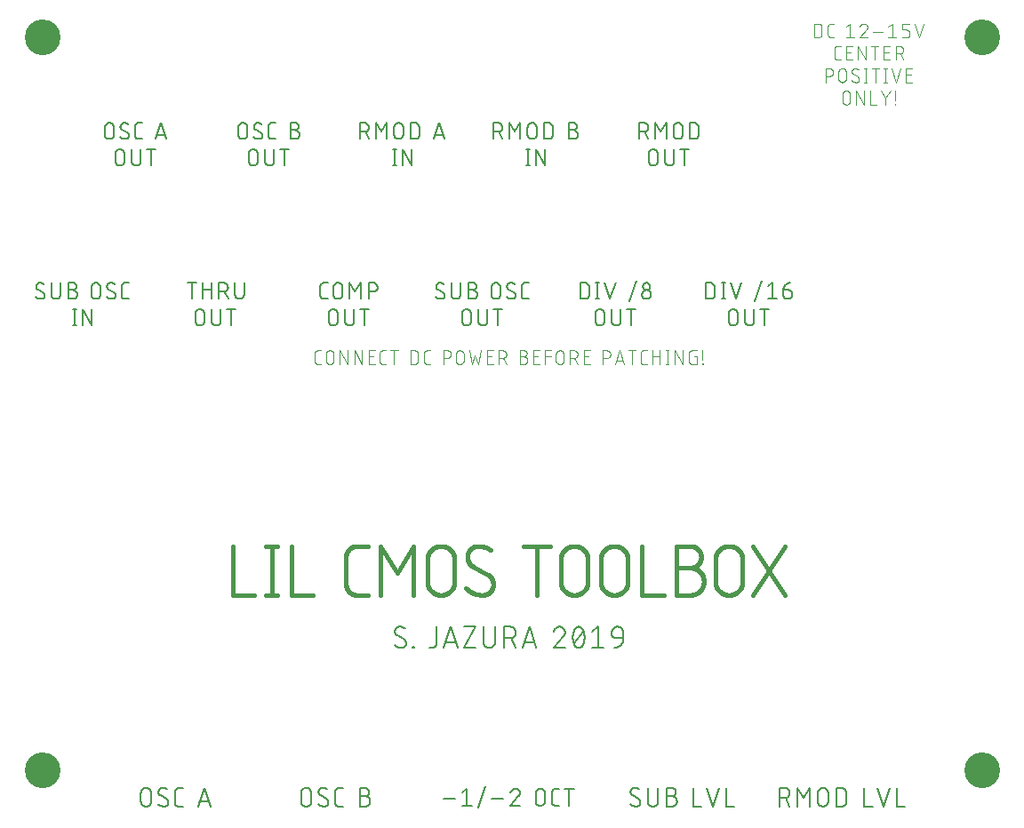
<source format=gbr>
G04 EAGLE Gerber RS-274X export*
G75*
%MOMM*%
%FSLAX34Y34*%
%LPD*%
%INSoldermask Top*%
%IPPOS*%
%AMOC8*
5,1,8,0,0,1.08239X$1,22.5*%
G01*
%ADD10C,0.406400*%
%ADD11C,0.101600*%
%ADD12C,0.127000*%
%ADD13C,0.152400*%
%ADD14C,0.177800*%
%ADD15C,3.403200*%


D10*
X232090Y264668D02*
X232090Y217932D01*
X252862Y217932D01*
X269221Y217932D02*
X269221Y264668D01*
X264028Y217932D02*
X274414Y217932D01*
X274414Y264668D02*
X264028Y264668D01*
X287970Y264668D02*
X287970Y217932D01*
X308742Y217932D01*
X350456Y217932D02*
X360842Y217932D01*
X350456Y217932D02*
X350205Y217935D01*
X349954Y217944D01*
X349704Y217959D01*
X349454Y217980D01*
X349204Y218008D01*
X348955Y218041D01*
X348707Y218080D01*
X348461Y218125D01*
X348215Y218177D01*
X347970Y218234D01*
X347728Y218297D01*
X347486Y218366D01*
X347247Y218440D01*
X347009Y218521D01*
X346773Y218607D01*
X346539Y218699D01*
X346308Y218796D01*
X346079Y218899D01*
X345853Y219008D01*
X345629Y219122D01*
X345409Y219241D01*
X345191Y219366D01*
X344976Y219495D01*
X344764Y219630D01*
X344556Y219770D01*
X344351Y219916D01*
X344150Y220066D01*
X343952Y220220D01*
X343759Y220380D01*
X343569Y220544D01*
X343383Y220713D01*
X343201Y220886D01*
X343024Y221063D01*
X342851Y221245D01*
X342682Y221431D01*
X342518Y221621D01*
X342358Y221814D01*
X342204Y222012D01*
X342054Y222213D01*
X341908Y222418D01*
X341768Y222626D01*
X341633Y222838D01*
X341504Y223053D01*
X341379Y223271D01*
X341260Y223491D01*
X341146Y223715D01*
X341037Y223941D01*
X340934Y224170D01*
X340837Y224401D01*
X340745Y224635D01*
X340659Y224871D01*
X340578Y225109D01*
X340504Y225348D01*
X340435Y225590D01*
X340372Y225832D01*
X340315Y226077D01*
X340263Y226323D01*
X340218Y226569D01*
X340179Y226817D01*
X340146Y227066D01*
X340118Y227316D01*
X340097Y227566D01*
X340082Y227816D01*
X340073Y228067D01*
X340070Y228318D01*
X340070Y254282D01*
X340073Y254537D01*
X340083Y254792D01*
X340098Y255046D01*
X340120Y255300D01*
X340148Y255553D01*
X340182Y255806D01*
X340223Y256058D01*
X340270Y256308D01*
X340322Y256558D01*
X340381Y256806D01*
X340446Y257052D01*
X340517Y257297D01*
X340594Y257540D01*
X340677Y257781D01*
X340766Y258020D01*
X340861Y258257D01*
X340961Y258491D01*
X341067Y258723D01*
X341179Y258952D01*
X341296Y259178D01*
X341419Y259401D01*
X341548Y259621D01*
X341681Y259838D01*
X341820Y260052D01*
X341965Y260262D01*
X342114Y260469D01*
X342268Y260672D01*
X342428Y260871D01*
X342592Y261066D01*
X342760Y261257D01*
X342934Y261444D01*
X343112Y261626D01*
X343294Y261804D01*
X343481Y261978D01*
X343672Y262146D01*
X343867Y262310D01*
X344066Y262470D01*
X344269Y262624D01*
X344476Y262773D01*
X344686Y262918D01*
X344899Y263057D01*
X345117Y263190D01*
X345337Y263319D01*
X345560Y263442D01*
X345786Y263559D01*
X346015Y263671D01*
X346247Y263777D01*
X346481Y263877D01*
X346718Y263972D01*
X346957Y264061D01*
X347198Y264144D01*
X347441Y264221D01*
X347686Y264292D01*
X347932Y264357D01*
X348180Y264416D01*
X348430Y264468D01*
X348680Y264515D01*
X348932Y264556D01*
X349185Y264590D01*
X349438Y264618D01*
X349692Y264640D01*
X349946Y264655D01*
X350201Y264665D01*
X350456Y264668D01*
X360842Y264668D01*
X373023Y264668D02*
X373023Y217932D01*
X388601Y238704D02*
X373023Y264668D01*
X388601Y238704D02*
X404180Y264668D01*
X404180Y217932D01*
X417529Y230914D02*
X417529Y251686D01*
X417533Y252002D01*
X417544Y252318D01*
X417564Y252634D01*
X417591Y252949D01*
X417625Y253263D01*
X417667Y253576D01*
X417717Y253888D01*
X417775Y254199D01*
X417840Y254509D01*
X417912Y254816D01*
X417992Y255122D01*
X418079Y255426D01*
X418174Y255728D01*
X418276Y256027D01*
X418386Y256324D01*
X418502Y256617D01*
X418626Y256908D01*
X418756Y257196D01*
X418894Y257481D01*
X419039Y257762D01*
X419190Y258040D01*
X419348Y258313D01*
X419513Y258583D01*
X419684Y258849D01*
X419862Y259111D01*
X420046Y259368D01*
X420236Y259620D01*
X420432Y259868D01*
X420634Y260111D01*
X420842Y260349D01*
X421056Y260582D01*
X421276Y260810D01*
X421501Y261032D01*
X421731Y261248D01*
X421966Y261459D01*
X422207Y261665D01*
X422452Y261864D01*
X422702Y262057D01*
X422957Y262244D01*
X423217Y262425D01*
X423480Y262599D01*
X423748Y262767D01*
X424020Y262929D01*
X424296Y263083D01*
X424575Y263231D01*
X424858Y263373D01*
X425144Y263507D01*
X425434Y263634D01*
X425726Y263754D01*
X426021Y263867D01*
X426319Y263973D01*
X426620Y264071D01*
X426923Y264162D01*
X427227Y264246D01*
X427534Y264322D01*
X427843Y264391D01*
X428153Y264452D01*
X428465Y264506D01*
X428777Y264552D01*
X429091Y264590D01*
X429406Y264621D01*
X429721Y264644D01*
X430037Y264659D01*
X430353Y264667D01*
X430669Y264667D01*
X430985Y264659D01*
X431301Y264644D01*
X431616Y264621D01*
X431931Y264590D01*
X432245Y264552D01*
X432557Y264506D01*
X432869Y264452D01*
X433179Y264391D01*
X433488Y264322D01*
X433795Y264246D01*
X434099Y264162D01*
X434402Y264071D01*
X434703Y263973D01*
X435001Y263867D01*
X435296Y263754D01*
X435588Y263634D01*
X435878Y263507D01*
X436164Y263373D01*
X436447Y263231D01*
X436726Y263083D01*
X437002Y262929D01*
X437274Y262767D01*
X437542Y262599D01*
X437805Y262425D01*
X438065Y262244D01*
X438320Y262057D01*
X438570Y261864D01*
X438815Y261665D01*
X439056Y261459D01*
X439291Y261248D01*
X439521Y261032D01*
X439746Y260810D01*
X439966Y260582D01*
X440180Y260349D01*
X440388Y260111D01*
X440590Y259868D01*
X440786Y259620D01*
X440976Y259368D01*
X441160Y259111D01*
X441338Y258849D01*
X441509Y258583D01*
X441674Y258313D01*
X441832Y258040D01*
X441983Y257762D01*
X442128Y257481D01*
X442266Y257196D01*
X442396Y256908D01*
X442520Y256617D01*
X442636Y256324D01*
X442746Y256027D01*
X442848Y255728D01*
X442943Y255426D01*
X443030Y255122D01*
X443110Y254816D01*
X443182Y254509D01*
X443247Y254199D01*
X443305Y253888D01*
X443355Y253576D01*
X443397Y253263D01*
X443431Y252949D01*
X443458Y252634D01*
X443478Y252318D01*
X443489Y252002D01*
X443493Y251686D01*
X443493Y230914D01*
X443489Y230598D01*
X443478Y230282D01*
X443458Y229966D01*
X443431Y229651D01*
X443397Y229337D01*
X443355Y229024D01*
X443305Y228712D01*
X443247Y228401D01*
X443182Y228091D01*
X443110Y227784D01*
X443030Y227478D01*
X442943Y227174D01*
X442848Y226872D01*
X442746Y226573D01*
X442636Y226276D01*
X442520Y225983D01*
X442396Y225692D01*
X442266Y225404D01*
X442128Y225119D01*
X441983Y224838D01*
X441832Y224560D01*
X441674Y224287D01*
X441509Y224017D01*
X441338Y223751D01*
X441160Y223489D01*
X440976Y223232D01*
X440786Y222980D01*
X440590Y222732D01*
X440388Y222489D01*
X440180Y222251D01*
X439966Y222018D01*
X439746Y221790D01*
X439521Y221568D01*
X439291Y221352D01*
X439056Y221141D01*
X438815Y220935D01*
X438570Y220736D01*
X438320Y220543D01*
X438065Y220356D01*
X437805Y220175D01*
X437542Y220001D01*
X437274Y219833D01*
X437002Y219671D01*
X436726Y219517D01*
X436447Y219369D01*
X436164Y219227D01*
X435878Y219093D01*
X435588Y218966D01*
X435296Y218846D01*
X435001Y218733D01*
X434703Y218627D01*
X434402Y218529D01*
X434099Y218438D01*
X433795Y218354D01*
X433488Y218278D01*
X433179Y218209D01*
X432869Y218148D01*
X432557Y218094D01*
X432245Y218048D01*
X431931Y218010D01*
X431616Y217979D01*
X431301Y217956D01*
X430985Y217941D01*
X430669Y217933D01*
X430353Y217933D01*
X430037Y217941D01*
X429721Y217956D01*
X429406Y217979D01*
X429091Y218010D01*
X428777Y218048D01*
X428465Y218094D01*
X428153Y218148D01*
X427843Y218209D01*
X427534Y218278D01*
X427227Y218354D01*
X426923Y218438D01*
X426620Y218529D01*
X426319Y218627D01*
X426021Y218733D01*
X425726Y218846D01*
X425434Y218966D01*
X425144Y219093D01*
X424858Y219227D01*
X424575Y219369D01*
X424296Y219517D01*
X424020Y219671D01*
X423748Y219833D01*
X423480Y220001D01*
X423217Y220175D01*
X422957Y220356D01*
X422702Y220543D01*
X422452Y220736D01*
X422207Y220935D01*
X421966Y221141D01*
X421731Y221352D01*
X421501Y221568D01*
X421276Y221790D01*
X421056Y222018D01*
X420842Y222251D01*
X420634Y222489D01*
X420432Y222732D01*
X420236Y222980D01*
X420046Y223232D01*
X419862Y223489D01*
X419684Y223751D01*
X419513Y224017D01*
X419348Y224287D01*
X419190Y224560D01*
X419039Y224838D01*
X418894Y225119D01*
X418756Y225404D01*
X418626Y225692D01*
X418502Y225983D01*
X418386Y226276D01*
X418276Y226573D01*
X418174Y226872D01*
X418079Y227174D01*
X417992Y227478D01*
X417912Y227784D01*
X417840Y228091D01*
X417775Y228401D01*
X417717Y228712D01*
X417667Y229024D01*
X417625Y229337D01*
X417591Y229651D01*
X417564Y229966D01*
X417544Y230282D01*
X417533Y230598D01*
X417529Y230914D01*
X469938Y217932D02*
X470189Y217935D01*
X470440Y217944D01*
X470690Y217959D01*
X470940Y217980D01*
X471190Y218008D01*
X471439Y218041D01*
X471687Y218080D01*
X471933Y218125D01*
X472179Y218177D01*
X472424Y218234D01*
X472666Y218297D01*
X472908Y218366D01*
X473147Y218440D01*
X473385Y218521D01*
X473621Y218607D01*
X473855Y218699D01*
X474086Y218796D01*
X474315Y218899D01*
X474541Y219008D01*
X474765Y219122D01*
X474985Y219241D01*
X475203Y219366D01*
X475418Y219495D01*
X475630Y219630D01*
X475838Y219770D01*
X476043Y219916D01*
X476244Y220066D01*
X476442Y220220D01*
X476635Y220380D01*
X476825Y220544D01*
X477011Y220713D01*
X477193Y220886D01*
X477370Y221063D01*
X477543Y221245D01*
X477712Y221431D01*
X477876Y221621D01*
X478036Y221814D01*
X478190Y222012D01*
X478340Y222213D01*
X478486Y222418D01*
X478626Y222626D01*
X478761Y222838D01*
X478890Y223053D01*
X479015Y223271D01*
X479134Y223491D01*
X479248Y223715D01*
X479357Y223941D01*
X479460Y224170D01*
X479557Y224401D01*
X479649Y224635D01*
X479735Y224871D01*
X479816Y225109D01*
X479890Y225348D01*
X479959Y225590D01*
X480022Y225832D01*
X480079Y226077D01*
X480131Y226323D01*
X480176Y226569D01*
X480215Y226817D01*
X480248Y227066D01*
X480276Y227316D01*
X480297Y227566D01*
X480312Y227816D01*
X480321Y228067D01*
X480324Y228318D01*
X469938Y217932D02*
X469413Y217938D01*
X468888Y217957D01*
X468364Y217988D01*
X467841Y218032D01*
X467320Y218089D01*
X466799Y218158D01*
X466280Y218239D01*
X465764Y218333D01*
X465250Y218439D01*
X464738Y218557D01*
X464230Y218688D01*
X463725Y218830D01*
X463223Y218985D01*
X462725Y219151D01*
X462232Y219330D01*
X461742Y219520D01*
X461258Y219722D01*
X460778Y219936D01*
X460304Y220160D01*
X459835Y220396D01*
X459372Y220644D01*
X458915Y220902D01*
X458464Y221171D01*
X458020Y221451D01*
X457583Y221741D01*
X457153Y222042D01*
X456730Y222353D01*
X456314Y222674D01*
X455907Y223005D01*
X455507Y223346D01*
X455116Y223696D01*
X454733Y224055D01*
X454359Y224423D01*
X455657Y254282D02*
X455660Y254533D01*
X455669Y254784D01*
X455684Y255034D01*
X455705Y255284D01*
X455733Y255534D01*
X455766Y255783D01*
X455805Y256031D01*
X455850Y256277D01*
X455902Y256523D01*
X455959Y256768D01*
X456022Y257010D01*
X456091Y257252D01*
X456165Y257491D01*
X456246Y257729D01*
X456332Y257965D01*
X456424Y258199D01*
X456521Y258430D01*
X456624Y258659D01*
X456733Y258885D01*
X456847Y259109D01*
X456966Y259329D01*
X457091Y259547D01*
X457220Y259762D01*
X457355Y259974D01*
X457495Y260182D01*
X457641Y260387D01*
X457791Y260588D01*
X457945Y260786D01*
X458105Y260979D01*
X458269Y261169D01*
X458438Y261355D01*
X458611Y261537D01*
X458788Y261714D01*
X458970Y261887D01*
X459156Y262056D01*
X459346Y262220D01*
X459539Y262380D01*
X459737Y262534D01*
X459938Y262684D01*
X460143Y262830D01*
X460351Y262970D01*
X460563Y263105D01*
X460778Y263234D01*
X460996Y263359D01*
X461216Y263478D01*
X461440Y263592D01*
X461666Y263701D01*
X461895Y263804D01*
X462127Y263901D01*
X462360Y263993D01*
X462596Y264079D01*
X462834Y264160D01*
X463073Y264234D01*
X463315Y264303D01*
X463557Y264366D01*
X463802Y264423D01*
X464048Y264475D01*
X464294Y264520D01*
X464542Y264559D01*
X464791Y264592D01*
X465041Y264620D01*
X465291Y264641D01*
X465541Y264656D01*
X465792Y264665D01*
X466043Y264668D01*
X466507Y264662D01*
X466971Y264646D01*
X467434Y264618D01*
X467897Y264580D01*
X468358Y264530D01*
X468818Y264469D01*
X469277Y264398D01*
X469733Y264315D01*
X470188Y264222D01*
X470640Y264118D01*
X471090Y264003D01*
X471537Y263877D01*
X471980Y263741D01*
X472421Y263594D01*
X472857Y263437D01*
X473290Y263269D01*
X473719Y263091D01*
X474143Y262903D01*
X474563Y262705D01*
X474978Y262497D01*
X475387Y262279D01*
X475792Y262052D01*
X476191Y261815D01*
X476584Y261568D01*
X476971Y261312D01*
X477352Y261047D01*
X477727Y260773D01*
X460850Y245195D02*
X460632Y245326D01*
X460417Y245464D01*
X460206Y245606D01*
X459998Y245753D01*
X459794Y245906D01*
X459594Y246063D01*
X459397Y246225D01*
X459205Y246392D01*
X459016Y246563D01*
X458832Y246739D01*
X458652Y246919D01*
X458477Y247103D01*
X458306Y247292D01*
X458139Y247485D01*
X457977Y247682D01*
X457820Y247882D01*
X457668Y248086D01*
X457521Y248294D01*
X457379Y248506D01*
X457242Y248721D01*
X457111Y248939D01*
X456984Y249160D01*
X456863Y249384D01*
X456748Y249611D01*
X456638Y249840D01*
X456533Y250073D01*
X456434Y250308D01*
X456341Y250545D01*
X456254Y250784D01*
X456172Y251025D01*
X456097Y251268D01*
X456027Y251513D01*
X455963Y251760D01*
X455905Y252008D01*
X455853Y252257D01*
X455807Y252508D01*
X455768Y252759D01*
X455734Y253012D01*
X455706Y253265D01*
X455685Y253519D01*
X455669Y253773D01*
X455660Y254027D01*
X455657Y254282D01*
X475130Y237406D02*
X475348Y237274D01*
X475563Y237136D01*
X475774Y236994D01*
X475982Y236847D01*
X476186Y236694D01*
X476386Y236537D01*
X476583Y236375D01*
X476775Y236208D01*
X476964Y236037D01*
X477148Y235861D01*
X477328Y235681D01*
X477503Y235497D01*
X477674Y235308D01*
X477841Y235115D01*
X478003Y234918D01*
X478160Y234718D01*
X478312Y234514D01*
X478459Y234306D01*
X478601Y234094D01*
X478738Y233879D01*
X478869Y233661D01*
X478996Y233440D01*
X479117Y233216D01*
X479232Y232989D01*
X479342Y232760D01*
X479447Y232527D01*
X479546Y232293D01*
X479639Y232055D01*
X479726Y231816D01*
X479808Y231575D01*
X479883Y231332D01*
X479953Y231087D01*
X480017Y230840D01*
X480075Y230592D01*
X480127Y230343D01*
X480173Y230092D01*
X480212Y229841D01*
X480246Y229588D01*
X480274Y229335D01*
X480295Y229081D01*
X480311Y228827D01*
X480320Y228573D01*
X480323Y228318D01*
X475131Y237405D02*
X460850Y245195D01*
X521951Y264668D02*
X521951Y217932D01*
X508969Y264668D02*
X534933Y264668D01*
X544529Y251686D02*
X544529Y230914D01*
X544529Y251686D02*
X544533Y252002D01*
X544544Y252318D01*
X544564Y252634D01*
X544591Y252949D01*
X544625Y253263D01*
X544667Y253576D01*
X544717Y253888D01*
X544775Y254199D01*
X544840Y254509D01*
X544912Y254816D01*
X544992Y255122D01*
X545079Y255426D01*
X545174Y255728D01*
X545276Y256027D01*
X545386Y256324D01*
X545502Y256617D01*
X545626Y256908D01*
X545756Y257196D01*
X545894Y257481D01*
X546039Y257762D01*
X546190Y258040D01*
X546348Y258313D01*
X546513Y258583D01*
X546684Y258849D01*
X546862Y259111D01*
X547046Y259368D01*
X547236Y259620D01*
X547432Y259868D01*
X547634Y260111D01*
X547842Y260349D01*
X548056Y260582D01*
X548276Y260810D01*
X548501Y261032D01*
X548731Y261248D01*
X548966Y261459D01*
X549207Y261665D01*
X549452Y261864D01*
X549702Y262057D01*
X549957Y262244D01*
X550217Y262425D01*
X550480Y262599D01*
X550748Y262767D01*
X551020Y262929D01*
X551296Y263083D01*
X551575Y263231D01*
X551858Y263373D01*
X552144Y263507D01*
X552434Y263634D01*
X552726Y263754D01*
X553021Y263867D01*
X553319Y263973D01*
X553620Y264071D01*
X553923Y264162D01*
X554227Y264246D01*
X554534Y264322D01*
X554843Y264391D01*
X555153Y264452D01*
X555465Y264506D01*
X555777Y264552D01*
X556091Y264590D01*
X556406Y264621D01*
X556721Y264644D01*
X557037Y264659D01*
X557353Y264667D01*
X557669Y264667D01*
X557985Y264659D01*
X558301Y264644D01*
X558616Y264621D01*
X558931Y264590D01*
X559245Y264552D01*
X559557Y264506D01*
X559869Y264452D01*
X560179Y264391D01*
X560488Y264322D01*
X560795Y264246D01*
X561099Y264162D01*
X561402Y264071D01*
X561703Y263973D01*
X562001Y263867D01*
X562296Y263754D01*
X562588Y263634D01*
X562878Y263507D01*
X563164Y263373D01*
X563447Y263231D01*
X563726Y263083D01*
X564002Y262929D01*
X564274Y262767D01*
X564542Y262599D01*
X564805Y262425D01*
X565065Y262244D01*
X565320Y262057D01*
X565570Y261864D01*
X565815Y261665D01*
X566056Y261459D01*
X566291Y261248D01*
X566521Y261032D01*
X566746Y260810D01*
X566966Y260582D01*
X567180Y260349D01*
X567388Y260111D01*
X567590Y259868D01*
X567786Y259620D01*
X567976Y259368D01*
X568160Y259111D01*
X568338Y258849D01*
X568509Y258583D01*
X568674Y258313D01*
X568832Y258040D01*
X568983Y257762D01*
X569128Y257481D01*
X569266Y257196D01*
X569396Y256908D01*
X569520Y256617D01*
X569636Y256324D01*
X569746Y256027D01*
X569848Y255728D01*
X569943Y255426D01*
X570030Y255122D01*
X570110Y254816D01*
X570182Y254509D01*
X570247Y254199D01*
X570305Y253888D01*
X570355Y253576D01*
X570397Y253263D01*
X570431Y252949D01*
X570458Y252634D01*
X570478Y252318D01*
X570489Y252002D01*
X570493Y251686D01*
X570493Y230914D01*
X570489Y230598D01*
X570478Y230282D01*
X570458Y229966D01*
X570431Y229651D01*
X570397Y229337D01*
X570355Y229024D01*
X570305Y228712D01*
X570247Y228401D01*
X570182Y228091D01*
X570110Y227784D01*
X570030Y227478D01*
X569943Y227174D01*
X569848Y226872D01*
X569746Y226573D01*
X569636Y226276D01*
X569520Y225983D01*
X569396Y225692D01*
X569266Y225404D01*
X569128Y225119D01*
X568983Y224838D01*
X568832Y224560D01*
X568674Y224287D01*
X568509Y224017D01*
X568338Y223751D01*
X568160Y223489D01*
X567976Y223232D01*
X567786Y222980D01*
X567590Y222732D01*
X567388Y222489D01*
X567180Y222251D01*
X566966Y222018D01*
X566746Y221790D01*
X566521Y221568D01*
X566291Y221352D01*
X566056Y221141D01*
X565815Y220935D01*
X565570Y220736D01*
X565320Y220543D01*
X565065Y220356D01*
X564805Y220175D01*
X564542Y220001D01*
X564274Y219833D01*
X564002Y219671D01*
X563726Y219517D01*
X563447Y219369D01*
X563164Y219227D01*
X562878Y219093D01*
X562588Y218966D01*
X562296Y218846D01*
X562001Y218733D01*
X561703Y218627D01*
X561402Y218529D01*
X561099Y218438D01*
X560795Y218354D01*
X560488Y218278D01*
X560179Y218209D01*
X559869Y218148D01*
X559557Y218094D01*
X559245Y218048D01*
X558931Y218010D01*
X558616Y217979D01*
X558301Y217956D01*
X557985Y217941D01*
X557669Y217933D01*
X557353Y217933D01*
X557037Y217941D01*
X556721Y217956D01*
X556406Y217979D01*
X556091Y218010D01*
X555777Y218048D01*
X555465Y218094D01*
X555153Y218148D01*
X554843Y218209D01*
X554534Y218278D01*
X554227Y218354D01*
X553923Y218438D01*
X553620Y218529D01*
X553319Y218627D01*
X553021Y218733D01*
X552726Y218846D01*
X552434Y218966D01*
X552144Y219093D01*
X551858Y219227D01*
X551575Y219369D01*
X551296Y219517D01*
X551020Y219671D01*
X550748Y219833D01*
X550480Y220001D01*
X550217Y220175D01*
X549957Y220356D01*
X549702Y220543D01*
X549452Y220736D01*
X549207Y220935D01*
X548966Y221141D01*
X548731Y221352D01*
X548501Y221568D01*
X548276Y221790D01*
X548056Y222018D01*
X547842Y222251D01*
X547634Y222489D01*
X547432Y222732D01*
X547236Y222980D01*
X547046Y223232D01*
X546862Y223489D01*
X546684Y223751D01*
X546513Y224017D01*
X546348Y224287D01*
X546190Y224560D01*
X546039Y224838D01*
X545894Y225119D01*
X545756Y225404D01*
X545626Y225692D01*
X545502Y225983D01*
X545386Y226276D01*
X545276Y226573D01*
X545174Y226872D01*
X545079Y227174D01*
X544992Y227478D01*
X544912Y227784D01*
X544840Y228091D01*
X544775Y228401D01*
X544717Y228712D01*
X544667Y229024D01*
X544625Y229337D01*
X544591Y229651D01*
X544564Y229966D01*
X544544Y230282D01*
X544533Y230598D01*
X544529Y230914D01*
X582629Y230914D02*
X582629Y251686D01*
X582633Y252002D01*
X582644Y252318D01*
X582664Y252634D01*
X582691Y252949D01*
X582725Y253263D01*
X582767Y253576D01*
X582817Y253888D01*
X582875Y254199D01*
X582940Y254509D01*
X583012Y254816D01*
X583092Y255122D01*
X583179Y255426D01*
X583274Y255728D01*
X583376Y256027D01*
X583486Y256324D01*
X583602Y256617D01*
X583726Y256908D01*
X583856Y257196D01*
X583994Y257481D01*
X584139Y257762D01*
X584290Y258040D01*
X584448Y258313D01*
X584613Y258583D01*
X584784Y258849D01*
X584962Y259111D01*
X585146Y259368D01*
X585336Y259620D01*
X585532Y259868D01*
X585734Y260111D01*
X585942Y260349D01*
X586156Y260582D01*
X586376Y260810D01*
X586601Y261032D01*
X586831Y261248D01*
X587066Y261459D01*
X587307Y261665D01*
X587552Y261864D01*
X587802Y262057D01*
X588057Y262244D01*
X588317Y262425D01*
X588580Y262599D01*
X588848Y262767D01*
X589120Y262929D01*
X589396Y263083D01*
X589675Y263231D01*
X589958Y263373D01*
X590244Y263507D01*
X590534Y263634D01*
X590826Y263754D01*
X591121Y263867D01*
X591419Y263973D01*
X591720Y264071D01*
X592023Y264162D01*
X592327Y264246D01*
X592634Y264322D01*
X592943Y264391D01*
X593253Y264452D01*
X593565Y264506D01*
X593877Y264552D01*
X594191Y264590D01*
X594506Y264621D01*
X594821Y264644D01*
X595137Y264659D01*
X595453Y264667D01*
X595769Y264667D01*
X596085Y264659D01*
X596401Y264644D01*
X596716Y264621D01*
X597031Y264590D01*
X597345Y264552D01*
X597657Y264506D01*
X597969Y264452D01*
X598279Y264391D01*
X598588Y264322D01*
X598895Y264246D01*
X599199Y264162D01*
X599502Y264071D01*
X599803Y263973D01*
X600101Y263867D01*
X600396Y263754D01*
X600688Y263634D01*
X600978Y263507D01*
X601264Y263373D01*
X601547Y263231D01*
X601826Y263083D01*
X602102Y262929D01*
X602374Y262767D01*
X602642Y262599D01*
X602905Y262425D01*
X603165Y262244D01*
X603420Y262057D01*
X603670Y261864D01*
X603915Y261665D01*
X604156Y261459D01*
X604391Y261248D01*
X604621Y261032D01*
X604846Y260810D01*
X605066Y260582D01*
X605280Y260349D01*
X605488Y260111D01*
X605690Y259868D01*
X605886Y259620D01*
X606076Y259368D01*
X606260Y259111D01*
X606438Y258849D01*
X606609Y258583D01*
X606774Y258313D01*
X606932Y258040D01*
X607083Y257762D01*
X607228Y257481D01*
X607366Y257196D01*
X607496Y256908D01*
X607620Y256617D01*
X607736Y256324D01*
X607846Y256027D01*
X607948Y255728D01*
X608043Y255426D01*
X608130Y255122D01*
X608210Y254816D01*
X608282Y254509D01*
X608347Y254199D01*
X608405Y253888D01*
X608455Y253576D01*
X608497Y253263D01*
X608531Y252949D01*
X608558Y252634D01*
X608578Y252318D01*
X608589Y252002D01*
X608593Y251686D01*
X608593Y230914D01*
X608589Y230598D01*
X608578Y230282D01*
X608558Y229966D01*
X608531Y229651D01*
X608497Y229337D01*
X608455Y229024D01*
X608405Y228712D01*
X608347Y228401D01*
X608282Y228091D01*
X608210Y227784D01*
X608130Y227478D01*
X608043Y227174D01*
X607948Y226872D01*
X607846Y226573D01*
X607736Y226276D01*
X607620Y225983D01*
X607496Y225692D01*
X607366Y225404D01*
X607228Y225119D01*
X607083Y224838D01*
X606932Y224560D01*
X606774Y224287D01*
X606609Y224017D01*
X606438Y223751D01*
X606260Y223489D01*
X606076Y223232D01*
X605886Y222980D01*
X605690Y222732D01*
X605488Y222489D01*
X605280Y222251D01*
X605066Y222018D01*
X604846Y221790D01*
X604621Y221568D01*
X604391Y221352D01*
X604156Y221141D01*
X603915Y220935D01*
X603670Y220736D01*
X603420Y220543D01*
X603165Y220356D01*
X602905Y220175D01*
X602642Y220001D01*
X602374Y219833D01*
X602102Y219671D01*
X601826Y219517D01*
X601547Y219369D01*
X601264Y219227D01*
X600978Y219093D01*
X600688Y218966D01*
X600396Y218846D01*
X600101Y218733D01*
X599803Y218627D01*
X599502Y218529D01*
X599199Y218438D01*
X598895Y218354D01*
X598588Y218278D01*
X598279Y218209D01*
X597969Y218148D01*
X597657Y218094D01*
X597345Y218048D01*
X597031Y218010D01*
X596716Y217979D01*
X596401Y217956D01*
X596085Y217941D01*
X595769Y217933D01*
X595453Y217933D01*
X595137Y217941D01*
X594821Y217956D01*
X594506Y217979D01*
X594191Y218010D01*
X593877Y218048D01*
X593565Y218094D01*
X593253Y218148D01*
X592943Y218209D01*
X592634Y218278D01*
X592327Y218354D01*
X592023Y218438D01*
X591720Y218529D01*
X591419Y218627D01*
X591121Y218733D01*
X590826Y218846D01*
X590534Y218966D01*
X590244Y219093D01*
X589958Y219227D01*
X589675Y219369D01*
X589396Y219517D01*
X589120Y219671D01*
X588848Y219833D01*
X588580Y220001D01*
X588317Y220175D01*
X588057Y220356D01*
X587802Y220543D01*
X587552Y220736D01*
X587307Y220935D01*
X587066Y221141D01*
X586831Y221352D01*
X586601Y221568D01*
X586376Y221790D01*
X586156Y222018D01*
X585942Y222251D01*
X585734Y222489D01*
X585532Y222732D01*
X585336Y222980D01*
X585146Y223232D01*
X584962Y223489D01*
X584784Y223751D01*
X584613Y224017D01*
X584448Y224287D01*
X584290Y224560D01*
X584139Y224838D01*
X583994Y225119D01*
X583856Y225404D01*
X583726Y225692D01*
X583602Y225983D01*
X583486Y226276D01*
X583376Y226573D01*
X583274Y226872D01*
X583179Y227174D01*
X583092Y227478D01*
X583012Y227784D01*
X582940Y228091D01*
X582875Y228401D01*
X582817Y228712D01*
X582767Y229024D01*
X582725Y229337D01*
X582691Y229651D01*
X582664Y229966D01*
X582644Y230282D01*
X582633Y230598D01*
X582629Y230914D01*
X621980Y217932D02*
X621980Y264668D01*
X621980Y217932D02*
X642752Y217932D01*
X654925Y243896D02*
X667907Y243896D01*
X668223Y243892D01*
X668539Y243881D01*
X668855Y243861D01*
X669170Y243834D01*
X669484Y243800D01*
X669797Y243758D01*
X670109Y243708D01*
X670420Y243650D01*
X670730Y243585D01*
X671037Y243513D01*
X671343Y243433D01*
X671647Y243346D01*
X671949Y243251D01*
X672248Y243149D01*
X672545Y243039D01*
X672838Y242923D01*
X673129Y242799D01*
X673417Y242669D01*
X673702Y242531D01*
X673983Y242386D01*
X674261Y242235D01*
X674534Y242077D01*
X674804Y241912D01*
X675070Y241741D01*
X675332Y241563D01*
X675589Y241379D01*
X675841Y241189D01*
X676089Y240993D01*
X676332Y240791D01*
X676570Y240583D01*
X676803Y240369D01*
X677031Y240149D01*
X677253Y239924D01*
X677469Y239694D01*
X677680Y239459D01*
X677886Y239218D01*
X678085Y238973D01*
X678278Y238723D01*
X678465Y238468D01*
X678646Y238208D01*
X678820Y237945D01*
X678988Y237677D01*
X679150Y237405D01*
X679304Y237129D01*
X679452Y236850D01*
X679594Y236567D01*
X679728Y236281D01*
X679855Y235991D01*
X679975Y235699D01*
X680088Y235404D01*
X680194Y235106D01*
X680292Y234805D01*
X680383Y234502D01*
X680467Y234198D01*
X680543Y233891D01*
X680612Y233582D01*
X680673Y233272D01*
X680727Y232960D01*
X680773Y232648D01*
X680811Y232334D01*
X680842Y232019D01*
X680865Y231704D01*
X680880Y231388D01*
X680888Y231072D01*
X680888Y230756D01*
X680880Y230440D01*
X680865Y230124D01*
X680842Y229809D01*
X680811Y229494D01*
X680773Y229180D01*
X680727Y228868D01*
X680673Y228556D01*
X680612Y228246D01*
X680543Y227937D01*
X680467Y227630D01*
X680383Y227326D01*
X680292Y227023D01*
X680194Y226722D01*
X680088Y226424D01*
X679975Y226129D01*
X679855Y225837D01*
X679728Y225547D01*
X679594Y225261D01*
X679452Y224978D01*
X679304Y224699D01*
X679150Y224423D01*
X678988Y224151D01*
X678820Y223883D01*
X678646Y223620D01*
X678465Y223360D01*
X678278Y223105D01*
X678085Y222855D01*
X677886Y222610D01*
X677680Y222369D01*
X677469Y222134D01*
X677253Y221904D01*
X677031Y221679D01*
X676803Y221459D01*
X676570Y221245D01*
X676332Y221037D01*
X676089Y220835D01*
X675841Y220639D01*
X675589Y220449D01*
X675332Y220265D01*
X675070Y220087D01*
X674804Y219916D01*
X674534Y219751D01*
X674261Y219593D01*
X673983Y219442D01*
X673702Y219297D01*
X673417Y219159D01*
X673129Y219029D01*
X672838Y218905D01*
X672545Y218789D01*
X672248Y218679D01*
X671949Y218577D01*
X671647Y218482D01*
X671343Y218395D01*
X671037Y218315D01*
X670730Y218243D01*
X670420Y218178D01*
X670109Y218120D01*
X669797Y218070D01*
X669484Y218028D01*
X669170Y217994D01*
X668855Y217967D01*
X668539Y217947D01*
X668223Y217936D01*
X667907Y217932D01*
X654925Y217932D01*
X654925Y264668D01*
X667907Y264668D01*
X668160Y264665D01*
X668413Y264656D01*
X668665Y264640D01*
X668917Y264619D01*
X669169Y264591D01*
X669419Y264557D01*
X669669Y264517D01*
X669918Y264472D01*
X670165Y264420D01*
X670411Y264362D01*
X670656Y264298D01*
X670899Y264228D01*
X671140Y264152D01*
X671380Y264070D01*
X671617Y263983D01*
X671852Y263889D01*
X672085Y263791D01*
X672315Y263686D01*
X672543Y263576D01*
X672768Y263460D01*
X672990Y263339D01*
X673209Y263213D01*
X673425Y263081D01*
X673638Y262944D01*
X673847Y262802D01*
X674053Y262655D01*
X674255Y262502D01*
X674453Y262345D01*
X674647Y262184D01*
X674838Y262017D01*
X675024Y261846D01*
X675206Y261671D01*
X675384Y261491D01*
X675557Y261306D01*
X675726Y261118D01*
X675890Y260926D01*
X676050Y260729D01*
X676204Y260529D01*
X676354Y260325D01*
X676498Y260118D01*
X676638Y259907D01*
X676772Y259692D01*
X676902Y259475D01*
X677025Y259254D01*
X677144Y259031D01*
X677257Y258805D01*
X677364Y258576D01*
X677466Y258344D01*
X677562Y258110D01*
X677652Y257874D01*
X677737Y257635D01*
X677815Y257395D01*
X677888Y257153D01*
X677955Y256909D01*
X678016Y256664D01*
X678071Y256417D01*
X678120Y256168D01*
X678163Y255919D01*
X678200Y255669D01*
X678231Y255418D01*
X678255Y255166D01*
X678274Y254914D01*
X678286Y254661D01*
X678292Y254408D01*
X678292Y254156D01*
X678286Y253903D01*
X678274Y253650D01*
X678255Y253398D01*
X678231Y253146D01*
X678200Y252895D01*
X678163Y252645D01*
X678120Y252396D01*
X678071Y252147D01*
X678016Y251900D01*
X677955Y251655D01*
X677888Y251411D01*
X677815Y251169D01*
X677737Y250929D01*
X677652Y250690D01*
X677562Y250454D01*
X677466Y250220D01*
X677364Y249988D01*
X677257Y249759D01*
X677144Y249533D01*
X677025Y249310D01*
X676902Y249089D01*
X676772Y248872D01*
X676638Y248657D01*
X676498Y248446D01*
X676354Y248239D01*
X676204Y248035D01*
X676050Y247835D01*
X675890Y247638D01*
X675726Y247446D01*
X675557Y247258D01*
X675384Y247073D01*
X675206Y246893D01*
X675024Y246718D01*
X674838Y246547D01*
X674647Y246380D01*
X674453Y246219D01*
X674255Y246062D01*
X674053Y245909D01*
X673847Y245762D01*
X673638Y245620D01*
X673425Y245483D01*
X673209Y245351D01*
X672990Y245225D01*
X672768Y245104D01*
X672543Y244988D01*
X672315Y244878D01*
X672085Y244773D01*
X671852Y244675D01*
X671617Y244581D01*
X671380Y244494D01*
X671140Y244412D01*
X670899Y244336D01*
X670656Y244266D01*
X670411Y244202D01*
X670165Y244144D01*
X669918Y244092D01*
X669669Y244047D01*
X669419Y244007D01*
X669169Y243973D01*
X668917Y243945D01*
X668665Y243924D01*
X668413Y243908D01*
X668160Y243899D01*
X667907Y243896D01*
X691849Y251686D02*
X691849Y230914D01*
X691849Y251686D02*
X691853Y252002D01*
X691864Y252318D01*
X691884Y252634D01*
X691911Y252949D01*
X691945Y253263D01*
X691987Y253576D01*
X692037Y253888D01*
X692095Y254199D01*
X692160Y254509D01*
X692232Y254816D01*
X692312Y255122D01*
X692399Y255426D01*
X692494Y255728D01*
X692596Y256027D01*
X692706Y256324D01*
X692822Y256617D01*
X692946Y256908D01*
X693076Y257196D01*
X693214Y257481D01*
X693359Y257762D01*
X693510Y258040D01*
X693668Y258313D01*
X693833Y258583D01*
X694004Y258849D01*
X694182Y259111D01*
X694366Y259368D01*
X694556Y259620D01*
X694752Y259868D01*
X694954Y260111D01*
X695162Y260349D01*
X695376Y260582D01*
X695596Y260810D01*
X695821Y261032D01*
X696051Y261248D01*
X696286Y261459D01*
X696527Y261665D01*
X696772Y261864D01*
X697022Y262057D01*
X697277Y262244D01*
X697537Y262425D01*
X697800Y262599D01*
X698068Y262767D01*
X698340Y262929D01*
X698616Y263083D01*
X698895Y263231D01*
X699178Y263373D01*
X699464Y263507D01*
X699754Y263634D01*
X700046Y263754D01*
X700341Y263867D01*
X700639Y263973D01*
X700940Y264071D01*
X701243Y264162D01*
X701547Y264246D01*
X701854Y264322D01*
X702163Y264391D01*
X702473Y264452D01*
X702785Y264506D01*
X703097Y264552D01*
X703411Y264590D01*
X703726Y264621D01*
X704041Y264644D01*
X704357Y264659D01*
X704673Y264667D01*
X704989Y264667D01*
X705305Y264659D01*
X705621Y264644D01*
X705936Y264621D01*
X706251Y264590D01*
X706565Y264552D01*
X706877Y264506D01*
X707189Y264452D01*
X707499Y264391D01*
X707808Y264322D01*
X708115Y264246D01*
X708419Y264162D01*
X708722Y264071D01*
X709023Y263973D01*
X709321Y263867D01*
X709616Y263754D01*
X709908Y263634D01*
X710198Y263507D01*
X710484Y263373D01*
X710767Y263231D01*
X711046Y263083D01*
X711322Y262929D01*
X711594Y262767D01*
X711862Y262599D01*
X712125Y262425D01*
X712385Y262244D01*
X712640Y262057D01*
X712890Y261864D01*
X713135Y261665D01*
X713376Y261459D01*
X713611Y261248D01*
X713841Y261032D01*
X714066Y260810D01*
X714286Y260582D01*
X714500Y260349D01*
X714708Y260111D01*
X714910Y259868D01*
X715106Y259620D01*
X715296Y259368D01*
X715480Y259111D01*
X715658Y258849D01*
X715829Y258583D01*
X715994Y258313D01*
X716152Y258040D01*
X716303Y257762D01*
X716448Y257481D01*
X716586Y257196D01*
X716716Y256908D01*
X716840Y256617D01*
X716956Y256324D01*
X717066Y256027D01*
X717168Y255728D01*
X717263Y255426D01*
X717350Y255122D01*
X717430Y254816D01*
X717502Y254509D01*
X717567Y254199D01*
X717625Y253888D01*
X717675Y253576D01*
X717717Y253263D01*
X717751Y252949D01*
X717778Y252634D01*
X717798Y252318D01*
X717809Y252002D01*
X717813Y251686D01*
X717813Y230914D01*
X717809Y230598D01*
X717798Y230282D01*
X717778Y229966D01*
X717751Y229651D01*
X717717Y229337D01*
X717675Y229024D01*
X717625Y228712D01*
X717567Y228401D01*
X717502Y228091D01*
X717430Y227784D01*
X717350Y227478D01*
X717263Y227174D01*
X717168Y226872D01*
X717066Y226573D01*
X716956Y226276D01*
X716840Y225983D01*
X716716Y225692D01*
X716586Y225404D01*
X716448Y225119D01*
X716303Y224838D01*
X716152Y224560D01*
X715994Y224287D01*
X715829Y224017D01*
X715658Y223751D01*
X715480Y223489D01*
X715296Y223232D01*
X715106Y222980D01*
X714910Y222732D01*
X714708Y222489D01*
X714500Y222251D01*
X714286Y222018D01*
X714066Y221790D01*
X713841Y221568D01*
X713611Y221352D01*
X713376Y221141D01*
X713135Y220935D01*
X712890Y220736D01*
X712640Y220543D01*
X712385Y220356D01*
X712125Y220175D01*
X711862Y220001D01*
X711594Y219833D01*
X711322Y219671D01*
X711046Y219517D01*
X710767Y219369D01*
X710484Y219227D01*
X710198Y219093D01*
X709908Y218966D01*
X709616Y218846D01*
X709321Y218733D01*
X709023Y218627D01*
X708722Y218529D01*
X708419Y218438D01*
X708115Y218354D01*
X707808Y218278D01*
X707499Y218209D01*
X707189Y218148D01*
X706877Y218094D01*
X706565Y218048D01*
X706251Y218010D01*
X705936Y217979D01*
X705621Y217956D01*
X705305Y217941D01*
X704989Y217933D01*
X704673Y217933D01*
X704357Y217941D01*
X704041Y217956D01*
X703726Y217979D01*
X703411Y218010D01*
X703097Y218048D01*
X702785Y218094D01*
X702473Y218148D01*
X702163Y218209D01*
X701854Y218278D01*
X701547Y218354D01*
X701243Y218438D01*
X700940Y218529D01*
X700639Y218627D01*
X700341Y218733D01*
X700046Y218846D01*
X699754Y218966D01*
X699464Y219093D01*
X699178Y219227D01*
X698895Y219369D01*
X698616Y219517D01*
X698340Y219671D01*
X698068Y219833D01*
X697800Y220001D01*
X697537Y220175D01*
X697277Y220356D01*
X697022Y220543D01*
X696772Y220736D01*
X696527Y220935D01*
X696286Y221141D01*
X696051Y221352D01*
X695821Y221568D01*
X695596Y221790D01*
X695376Y222018D01*
X695162Y222251D01*
X694954Y222489D01*
X694752Y222732D01*
X694556Y222980D01*
X694366Y223232D01*
X694182Y223489D01*
X694004Y223751D01*
X693833Y224017D01*
X693668Y224287D01*
X693510Y224560D01*
X693359Y224838D01*
X693214Y225119D01*
X693076Y225404D01*
X692946Y225692D01*
X692822Y225983D01*
X692706Y226276D01*
X692596Y226573D01*
X692494Y226872D01*
X692399Y227174D01*
X692312Y227478D01*
X692232Y227784D01*
X692160Y228091D01*
X692095Y228401D01*
X692037Y228712D01*
X691987Y229024D01*
X691945Y229337D01*
X691911Y229651D01*
X691884Y229966D01*
X691864Y230282D01*
X691853Y230598D01*
X691849Y230914D01*
X727353Y217932D02*
X758510Y264668D01*
X727353Y264668D02*
X758510Y217932D01*
D11*
X785945Y749300D02*
X785945Y762508D01*
X789614Y762508D01*
X789734Y762506D01*
X789854Y762500D01*
X789974Y762490D01*
X790093Y762477D01*
X790212Y762459D01*
X790330Y762438D01*
X790447Y762412D01*
X790564Y762383D01*
X790679Y762350D01*
X790793Y762313D01*
X790906Y762273D01*
X791018Y762229D01*
X791128Y762181D01*
X791237Y762130D01*
X791344Y762075D01*
X791449Y762016D01*
X791551Y761955D01*
X791652Y761890D01*
X791751Y761821D01*
X791848Y761750D01*
X791942Y761675D01*
X792033Y761598D01*
X792122Y761517D01*
X792208Y761433D01*
X792292Y761347D01*
X792373Y761258D01*
X792450Y761167D01*
X792525Y761073D01*
X792596Y760976D01*
X792665Y760877D01*
X792730Y760776D01*
X792791Y760674D01*
X792850Y760569D01*
X792905Y760462D01*
X792956Y760353D01*
X793004Y760243D01*
X793048Y760131D01*
X793088Y760018D01*
X793125Y759904D01*
X793158Y759789D01*
X793187Y759672D01*
X793213Y759555D01*
X793234Y759437D01*
X793252Y759318D01*
X793265Y759199D01*
X793275Y759079D01*
X793281Y758959D01*
X793283Y758839D01*
X793283Y752969D01*
X793281Y752849D01*
X793275Y752729D01*
X793265Y752609D01*
X793252Y752490D01*
X793234Y752371D01*
X793213Y752253D01*
X793187Y752136D01*
X793158Y752019D01*
X793125Y751904D01*
X793088Y751790D01*
X793048Y751677D01*
X793004Y751565D01*
X792956Y751455D01*
X792905Y751346D01*
X792850Y751239D01*
X792791Y751135D01*
X792730Y751032D01*
X792665Y750931D01*
X792596Y750832D01*
X792525Y750735D01*
X792450Y750641D01*
X792373Y750550D01*
X792292Y750461D01*
X792208Y750375D01*
X792122Y750291D01*
X792033Y750210D01*
X791942Y750133D01*
X791848Y750058D01*
X791751Y749987D01*
X791652Y749918D01*
X791551Y749853D01*
X791449Y749792D01*
X791344Y749733D01*
X791237Y749678D01*
X791128Y749627D01*
X791018Y749579D01*
X790906Y749535D01*
X790793Y749495D01*
X790679Y749458D01*
X790564Y749425D01*
X790447Y749396D01*
X790330Y749370D01*
X790212Y749349D01*
X790093Y749331D01*
X789974Y749318D01*
X789854Y749308D01*
X789734Y749302D01*
X789614Y749300D01*
X785945Y749300D01*
X802073Y749300D02*
X805008Y749300D01*
X802073Y749300D02*
X801966Y749302D01*
X801859Y749308D01*
X801752Y749318D01*
X801646Y749331D01*
X801540Y749349D01*
X801435Y749370D01*
X801331Y749395D01*
X801227Y749424D01*
X801125Y749457D01*
X801025Y749494D01*
X800925Y749534D01*
X800827Y749578D01*
X800731Y749625D01*
X800637Y749676D01*
X800544Y749730D01*
X800454Y749787D01*
X800365Y749848D01*
X800279Y749912D01*
X800196Y749979D01*
X800114Y750049D01*
X800036Y750122D01*
X799960Y750198D01*
X799887Y750276D01*
X799817Y750358D01*
X799750Y750441D01*
X799686Y750527D01*
X799625Y750616D01*
X799568Y750706D01*
X799514Y750799D01*
X799463Y750893D01*
X799416Y750989D01*
X799372Y751087D01*
X799332Y751187D01*
X799295Y751287D01*
X799262Y751389D01*
X799233Y751493D01*
X799208Y751597D01*
X799187Y751702D01*
X799169Y751808D01*
X799156Y751914D01*
X799146Y752021D01*
X799140Y752128D01*
X799138Y752235D01*
X799138Y759573D01*
X799140Y759680D01*
X799146Y759787D01*
X799156Y759894D01*
X799169Y760000D01*
X799187Y760106D01*
X799208Y760211D01*
X799233Y760315D01*
X799262Y760419D01*
X799295Y760521D01*
X799332Y760621D01*
X799372Y760721D01*
X799416Y760819D01*
X799463Y760915D01*
X799514Y761009D01*
X799568Y761102D01*
X799625Y761192D01*
X799686Y761281D01*
X799750Y761367D01*
X799817Y761450D01*
X799887Y761532D01*
X799960Y761610D01*
X800036Y761686D01*
X800114Y761759D01*
X800196Y761829D01*
X800279Y761896D01*
X800365Y761960D01*
X800454Y762021D01*
X800544Y762078D01*
X800637Y762132D01*
X800731Y762183D01*
X800827Y762230D01*
X800925Y762274D01*
X801025Y762314D01*
X801125Y762351D01*
X801227Y762384D01*
X801331Y762413D01*
X801435Y762438D01*
X801540Y762459D01*
X801646Y762477D01*
X801752Y762490D01*
X801859Y762500D01*
X801966Y762506D01*
X802073Y762508D01*
X805008Y762508D01*
X816669Y759573D02*
X820338Y762508D01*
X820338Y749300D01*
X816669Y749300D02*
X824007Y749300D01*
X836808Y759206D02*
X836806Y759319D01*
X836800Y759431D01*
X836791Y759544D01*
X836777Y759656D01*
X836760Y759767D01*
X836739Y759878D01*
X836714Y759988D01*
X836686Y760097D01*
X836653Y760205D01*
X836617Y760312D01*
X836578Y760417D01*
X836535Y760522D01*
X836488Y760624D01*
X836438Y760725D01*
X836384Y760824D01*
X836327Y760922D01*
X836267Y761017D01*
X836204Y761110D01*
X836137Y761201D01*
X836067Y761290D01*
X835995Y761376D01*
X835919Y761460D01*
X835841Y761541D01*
X835760Y761619D01*
X835676Y761695D01*
X835590Y761767D01*
X835501Y761837D01*
X835410Y761904D01*
X835317Y761967D01*
X835222Y762027D01*
X835124Y762084D01*
X835025Y762138D01*
X834924Y762188D01*
X834822Y762235D01*
X834717Y762278D01*
X834612Y762317D01*
X834505Y762353D01*
X834397Y762386D01*
X834288Y762414D01*
X834178Y762439D01*
X834067Y762460D01*
X833956Y762477D01*
X833844Y762491D01*
X833731Y762500D01*
X833619Y762506D01*
X833506Y762508D01*
X833379Y762506D01*
X833252Y762500D01*
X833125Y762491D01*
X832999Y762478D01*
X832873Y762461D01*
X832748Y762440D01*
X832623Y762415D01*
X832500Y762387D01*
X832377Y762355D01*
X832255Y762319D01*
X832134Y762280D01*
X832014Y762237D01*
X831896Y762191D01*
X831779Y762141D01*
X831664Y762087D01*
X831551Y762030D01*
X831439Y761970D01*
X831329Y761907D01*
X831221Y761840D01*
X831115Y761770D01*
X831011Y761697D01*
X830909Y761620D01*
X830810Y761541D01*
X830713Y761459D01*
X830619Y761374D01*
X830527Y761286D01*
X830438Y761196D01*
X830352Y761102D01*
X830268Y761007D01*
X830188Y760909D01*
X830110Y760808D01*
X830035Y760705D01*
X829964Y760600D01*
X829896Y760493D01*
X829831Y760384D01*
X829769Y760273D01*
X829710Y760160D01*
X829655Y760046D01*
X829604Y759930D01*
X829556Y759812D01*
X829511Y759693D01*
X829470Y759573D01*
X835707Y756638D02*
X835789Y756718D01*
X835868Y756801D01*
X835945Y756887D01*
X836019Y756975D01*
X836089Y757066D01*
X836157Y757158D01*
X836222Y757253D01*
X836284Y757350D01*
X836342Y757449D01*
X836398Y757550D01*
X836450Y757652D01*
X836498Y757756D01*
X836543Y757862D01*
X836585Y757969D01*
X836624Y758077D01*
X836658Y758187D01*
X836690Y758297D01*
X836717Y758409D01*
X836741Y758521D01*
X836762Y758634D01*
X836778Y758748D01*
X836791Y758862D01*
X836801Y758976D01*
X836806Y759091D01*
X836808Y759206D01*
X835707Y756638D02*
X829470Y749300D01*
X836808Y749300D01*
X842392Y754436D02*
X851197Y754436D01*
X856780Y759573D02*
X860449Y762508D01*
X860449Y749300D01*
X856780Y749300D02*
X864118Y749300D01*
X869582Y749300D02*
X873985Y749300D01*
X874092Y749302D01*
X874199Y749308D01*
X874306Y749318D01*
X874412Y749331D01*
X874518Y749349D01*
X874623Y749370D01*
X874727Y749395D01*
X874831Y749424D01*
X874933Y749457D01*
X875033Y749494D01*
X875133Y749534D01*
X875231Y749578D01*
X875327Y749625D01*
X875421Y749676D01*
X875514Y749730D01*
X875604Y749787D01*
X875693Y749848D01*
X875779Y749912D01*
X875862Y749979D01*
X875944Y750049D01*
X876022Y750122D01*
X876098Y750198D01*
X876171Y750276D01*
X876241Y750358D01*
X876308Y750441D01*
X876372Y750527D01*
X876433Y750616D01*
X876490Y750706D01*
X876544Y750799D01*
X876595Y750893D01*
X876643Y750989D01*
X876686Y751087D01*
X876726Y751187D01*
X876763Y751287D01*
X876796Y751389D01*
X876825Y751493D01*
X876850Y751597D01*
X876871Y751702D01*
X876889Y751808D01*
X876902Y751914D01*
X876912Y752021D01*
X876918Y752128D01*
X876920Y752235D01*
X876920Y753703D01*
X876918Y753810D01*
X876912Y753917D01*
X876902Y754024D01*
X876889Y754130D01*
X876871Y754236D01*
X876850Y754341D01*
X876825Y754445D01*
X876796Y754549D01*
X876763Y754651D01*
X876726Y754751D01*
X876686Y754851D01*
X876642Y754949D01*
X876595Y755045D01*
X876544Y755139D01*
X876490Y755232D01*
X876433Y755322D01*
X876372Y755411D01*
X876308Y755497D01*
X876241Y755580D01*
X876171Y755662D01*
X876098Y755740D01*
X876022Y755816D01*
X875944Y755889D01*
X875862Y755959D01*
X875779Y756026D01*
X875693Y756090D01*
X875604Y756151D01*
X875514Y756208D01*
X875421Y756262D01*
X875327Y756313D01*
X875231Y756360D01*
X875133Y756404D01*
X875033Y756444D01*
X874933Y756481D01*
X874831Y756514D01*
X874727Y756543D01*
X874623Y756568D01*
X874518Y756589D01*
X874412Y756607D01*
X874306Y756620D01*
X874199Y756630D01*
X874092Y756636D01*
X873985Y756638D01*
X869582Y756638D01*
X869582Y762508D01*
X876920Y762508D01*
X881650Y762508D02*
X886052Y749300D01*
X890455Y762508D01*
X811328Y727964D02*
X808393Y727964D01*
X808286Y727966D01*
X808179Y727972D01*
X808072Y727982D01*
X807966Y727995D01*
X807860Y728013D01*
X807755Y728034D01*
X807651Y728059D01*
X807547Y728088D01*
X807445Y728121D01*
X807345Y728158D01*
X807245Y728198D01*
X807147Y728242D01*
X807051Y728289D01*
X806957Y728340D01*
X806864Y728394D01*
X806774Y728451D01*
X806685Y728512D01*
X806599Y728576D01*
X806516Y728643D01*
X806434Y728713D01*
X806356Y728786D01*
X806280Y728862D01*
X806207Y728940D01*
X806137Y729022D01*
X806070Y729105D01*
X806006Y729191D01*
X805945Y729280D01*
X805888Y729370D01*
X805834Y729463D01*
X805783Y729557D01*
X805736Y729653D01*
X805692Y729751D01*
X805652Y729851D01*
X805615Y729951D01*
X805582Y730053D01*
X805553Y730157D01*
X805528Y730261D01*
X805507Y730366D01*
X805489Y730472D01*
X805476Y730578D01*
X805466Y730685D01*
X805460Y730792D01*
X805458Y730899D01*
X805458Y738237D01*
X805460Y738344D01*
X805466Y738451D01*
X805476Y738558D01*
X805489Y738664D01*
X805507Y738770D01*
X805528Y738875D01*
X805553Y738979D01*
X805582Y739083D01*
X805615Y739185D01*
X805652Y739285D01*
X805692Y739385D01*
X805736Y739483D01*
X805783Y739579D01*
X805834Y739673D01*
X805888Y739766D01*
X805945Y739856D01*
X806006Y739945D01*
X806070Y740031D01*
X806137Y740114D01*
X806207Y740196D01*
X806280Y740274D01*
X806356Y740350D01*
X806434Y740423D01*
X806516Y740493D01*
X806599Y740560D01*
X806685Y740624D01*
X806774Y740685D01*
X806864Y740742D01*
X806957Y740796D01*
X807051Y740847D01*
X807147Y740894D01*
X807245Y740938D01*
X807345Y740978D01*
X807445Y741015D01*
X807547Y741048D01*
X807651Y741077D01*
X807755Y741102D01*
X807860Y741123D01*
X807966Y741141D01*
X808072Y741154D01*
X808179Y741164D01*
X808286Y741170D01*
X808393Y741172D01*
X811328Y741172D01*
X816611Y727964D02*
X822482Y727964D01*
X816611Y727964D02*
X816611Y741172D01*
X822482Y741172D01*
X821014Y735302D02*
X816611Y735302D01*
X827682Y741172D02*
X827682Y727964D01*
X835020Y727964D02*
X827682Y741172D01*
X835020Y741172D02*
X835020Y727964D01*
X843726Y727964D02*
X843726Y741172D01*
X840057Y741172D02*
X847395Y741172D01*
X852456Y727964D02*
X858326Y727964D01*
X852456Y727964D02*
X852456Y741172D01*
X858326Y741172D01*
X856859Y735302D02*
X852456Y735302D01*
X863605Y741172D02*
X863605Y727964D01*
X863605Y741172D02*
X867274Y741172D01*
X867394Y741170D01*
X867514Y741164D01*
X867634Y741154D01*
X867753Y741141D01*
X867872Y741123D01*
X867990Y741102D01*
X868107Y741076D01*
X868224Y741047D01*
X868339Y741014D01*
X868453Y740977D01*
X868566Y740937D01*
X868678Y740893D01*
X868788Y740845D01*
X868897Y740794D01*
X869004Y740739D01*
X869109Y740680D01*
X869211Y740619D01*
X869312Y740554D01*
X869411Y740485D01*
X869508Y740414D01*
X869602Y740339D01*
X869693Y740262D01*
X869782Y740181D01*
X869868Y740097D01*
X869952Y740011D01*
X870033Y739922D01*
X870110Y739831D01*
X870185Y739737D01*
X870256Y739640D01*
X870325Y739541D01*
X870390Y739440D01*
X870451Y739338D01*
X870510Y739233D01*
X870565Y739126D01*
X870616Y739017D01*
X870664Y738907D01*
X870708Y738795D01*
X870748Y738682D01*
X870785Y738568D01*
X870818Y738453D01*
X870847Y738336D01*
X870873Y738219D01*
X870894Y738101D01*
X870912Y737982D01*
X870925Y737863D01*
X870935Y737743D01*
X870941Y737623D01*
X870943Y737503D01*
X870941Y737383D01*
X870935Y737263D01*
X870925Y737143D01*
X870912Y737024D01*
X870894Y736905D01*
X870873Y736787D01*
X870847Y736670D01*
X870818Y736553D01*
X870785Y736438D01*
X870748Y736324D01*
X870708Y736211D01*
X870664Y736099D01*
X870616Y735989D01*
X870565Y735880D01*
X870510Y735773D01*
X870451Y735669D01*
X870390Y735566D01*
X870325Y735465D01*
X870256Y735366D01*
X870185Y735269D01*
X870110Y735175D01*
X870033Y735084D01*
X869952Y734995D01*
X869868Y734909D01*
X869782Y734825D01*
X869693Y734744D01*
X869602Y734667D01*
X869508Y734592D01*
X869411Y734521D01*
X869312Y734452D01*
X869211Y734387D01*
X869109Y734326D01*
X869004Y734267D01*
X868897Y734212D01*
X868788Y734161D01*
X868678Y734113D01*
X868566Y734069D01*
X868453Y734029D01*
X868339Y733992D01*
X868224Y733959D01*
X868107Y733930D01*
X867990Y733904D01*
X867872Y733883D01*
X867753Y733865D01*
X867634Y733852D01*
X867514Y733842D01*
X867394Y733836D01*
X867274Y733834D01*
X863605Y733834D01*
X868007Y733834D02*
X870942Y727964D01*
X796938Y719836D02*
X796938Y706628D01*
X796938Y719836D02*
X800607Y719836D01*
X800727Y719834D01*
X800847Y719828D01*
X800967Y719818D01*
X801086Y719805D01*
X801205Y719787D01*
X801323Y719766D01*
X801440Y719740D01*
X801557Y719711D01*
X801672Y719678D01*
X801786Y719641D01*
X801899Y719601D01*
X802011Y719557D01*
X802121Y719509D01*
X802230Y719458D01*
X802337Y719403D01*
X802442Y719344D01*
X802544Y719283D01*
X802645Y719218D01*
X802744Y719149D01*
X802841Y719078D01*
X802935Y719003D01*
X803026Y718926D01*
X803115Y718845D01*
X803201Y718761D01*
X803285Y718675D01*
X803366Y718586D01*
X803443Y718495D01*
X803518Y718401D01*
X803589Y718304D01*
X803658Y718205D01*
X803723Y718104D01*
X803784Y718002D01*
X803843Y717897D01*
X803898Y717790D01*
X803949Y717681D01*
X803997Y717571D01*
X804041Y717459D01*
X804081Y717346D01*
X804118Y717232D01*
X804151Y717117D01*
X804180Y717000D01*
X804206Y716883D01*
X804227Y716765D01*
X804245Y716646D01*
X804258Y716527D01*
X804268Y716407D01*
X804274Y716287D01*
X804276Y716167D01*
X804274Y716047D01*
X804268Y715927D01*
X804258Y715807D01*
X804245Y715688D01*
X804227Y715569D01*
X804206Y715451D01*
X804180Y715334D01*
X804151Y715217D01*
X804118Y715102D01*
X804081Y714988D01*
X804041Y714875D01*
X803997Y714763D01*
X803949Y714653D01*
X803898Y714544D01*
X803843Y714437D01*
X803784Y714333D01*
X803723Y714230D01*
X803658Y714129D01*
X803589Y714030D01*
X803518Y713933D01*
X803443Y713839D01*
X803366Y713748D01*
X803285Y713659D01*
X803201Y713573D01*
X803115Y713489D01*
X803026Y713408D01*
X802935Y713331D01*
X802841Y713256D01*
X802744Y713185D01*
X802645Y713116D01*
X802544Y713051D01*
X802442Y712990D01*
X802337Y712931D01*
X802230Y712876D01*
X802121Y712825D01*
X802011Y712777D01*
X801899Y712733D01*
X801786Y712693D01*
X801672Y712656D01*
X801557Y712623D01*
X801440Y712594D01*
X801323Y712568D01*
X801205Y712547D01*
X801086Y712529D01*
X800967Y712516D01*
X800847Y712506D01*
X800727Y712500D01*
X800607Y712498D01*
X796938Y712498D01*
X809133Y710297D02*
X809133Y716167D01*
X809135Y716287D01*
X809141Y716407D01*
X809151Y716527D01*
X809164Y716646D01*
X809182Y716765D01*
X809203Y716883D01*
X809229Y717000D01*
X809258Y717117D01*
X809291Y717232D01*
X809328Y717346D01*
X809368Y717459D01*
X809412Y717571D01*
X809460Y717681D01*
X809511Y717790D01*
X809566Y717897D01*
X809625Y718002D01*
X809686Y718104D01*
X809751Y718205D01*
X809820Y718304D01*
X809891Y718401D01*
X809966Y718495D01*
X810043Y718586D01*
X810124Y718675D01*
X810208Y718761D01*
X810294Y718845D01*
X810383Y718926D01*
X810474Y719003D01*
X810568Y719078D01*
X810665Y719149D01*
X810764Y719218D01*
X810865Y719283D01*
X810968Y719344D01*
X811072Y719403D01*
X811179Y719458D01*
X811288Y719509D01*
X811398Y719557D01*
X811510Y719601D01*
X811623Y719641D01*
X811737Y719678D01*
X811852Y719711D01*
X811969Y719740D01*
X812086Y719766D01*
X812204Y719787D01*
X812323Y719805D01*
X812442Y719818D01*
X812562Y719828D01*
X812682Y719834D01*
X812802Y719836D01*
X812922Y719834D01*
X813042Y719828D01*
X813162Y719818D01*
X813281Y719805D01*
X813400Y719787D01*
X813518Y719766D01*
X813635Y719740D01*
X813752Y719711D01*
X813867Y719678D01*
X813981Y719641D01*
X814094Y719601D01*
X814206Y719557D01*
X814316Y719509D01*
X814425Y719458D01*
X814532Y719403D01*
X814637Y719344D01*
X814739Y719283D01*
X814840Y719218D01*
X814939Y719149D01*
X815036Y719078D01*
X815130Y719003D01*
X815221Y718926D01*
X815310Y718845D01*
X815396Y718761D01*
X815480Y718675D01*
X815561Y718586D01*
X815638Y718495D01*
X815713Y718401D01*
X815784Y718304D01*
X815853Y718205D01*
X815918Y718104D01*
X815979Y718002D01*
X816038Y717897D01*
X816093Y717790D01*
X816144Y717681D01*
X816192Y717571D01*
X816236Y717459D01*
X816276Y717346D01*
X816313Y717232D01*
X816346Y717117D01*
X816375Y717000D01*
X816401Y716883D01*
X816422Y716765D01*
X816440Y716646D01*
X816453Y716527D01*
X816463Y716407D01*
X816469Y716287D01*
X816471Y716167D01*
X816471Y710297D01*
X816469Y710177D01*
X816463Y710057D01*
X816453Y709937D01*
X816440Y709818D01*
X816422Y709699D01*
X816401Y709581D01*
X816375Y709464D01*
X816346Y709347D01*
X816313Y709232D01*
X816276Y709118D01*
X816236Y709005D01*
X816192Y708893D01*
X816144Y708783D01*
X816093Y708674D01*
X816038Y708567D01*
X815979Y708463D01*
X815918Y708360D01*
X815853Y708259D01*
X815784Y708160D01*
X815713Y708063D01*
X815638Y707969D01*
X815561Y707878D01*
X815480Y707789D01*
X815396Y707703D01*
X815310Y707619D01*
X815221Y707538D01*
X815130Y707461D01*
X815036Y707386D01*
X814939Y707315D01*
X814840Y707246D01*
X814739Y707181D01*
X814637Y707120D01*
X814532Y707061D01*
X814425Y707006D01*
X814316Y706955D01*
X814206Y706907D01*
X814094Y706863D01*
X813981Y706823D01*
X813867Y706786D01*
X813752Y706753D01*
X813635Y706724D01*
X813518Y706698D01*
X813400Y706677D01*
X813281Y706659D01*
X813162Y706646D01*
X813042Y706636D01*
X812922Y706630D01*
X812802Y706628D01*
X812682Y706630D01*
X812562Y706636D01*
X812442Y706646D01*
X812323Y706659D01*
X812204Y706677D01*
X812086Y706698D01*
X811969Y706724D01*
X811852Y706753D01*
X811737Y706786D01*
X811623Y706823D01*
X811510Y706863D01*
X811398Y706907D01*
X811288Y706955D01*
X811179Y707006D01*
X811072Y707061D01*
X810968Y707120D01*
X810865Y707181D01*
X810764Y707246D01*
X810665Y707315D01*
X810568Y707386D01*
X810474Y707461D01*
X810383Y707538D01*
X810294Y707619D01*
X810208Y707703D01*
X810124Y707789D01*
X810043Y707878D01*
X809966Y707969D01*
X809891Y708063D01*
X809820Y708160D01*
X809751Y708259D01*
X809686Y708360D01*
X809625Y708463D01*
X809566Y708567D01*
X809511Y708674D01*
X809460Y708783D01*
X809412Y708893D01*
X809368Y709005D01*
X809328Y709118D01*
X809291Y709232D01*
X809258Y709347D01*
X809229Y709464D01*
X809203Y709581D01*
X809182Y709699D01*
X809164Y709818D01*
X809151Y709937D01*
X809141Y710057D01*
X809135Y710177D01*
X809133Y710297D01*
X825911Y706628D02*
X826018Y706630D01*
X826125Y706636D01*
X826232Y706646D01*
X826338Y706659D01*
X826444Y706677D01*
X826549Y706698D01*
X826653Y706723D01*
X826757Y706752D01*
X826859Y706785D01*
X826959Y706822D01*
X827059Y706862D01*
X827157Y706906D01*
X827253Y706953D01*
X827347Y707004D01*
X827440Y707058D01*
X827530Y707115D01*
X827619Y707176D01*
X827705Y707240D01*
X827788Y707307D01*
X827870Y707377D01*
X827948Y707450D01*
X828024Y707526D01*
X828097Y707604D01*
X828167Y707686D01*
X828234Y707769D01*
X828298Y707855D01*
X828359Y707944D01*
X828416Y708034D01*
X828470Y708127D01*
X828521Y708221D01*
X828568Y708317D01*
X828612Y708415D01*
X828652Y708515D01*
X828689Y708615D01*
X828722Y708717D01*
X828751Y708821D01*
X828776Y708925D01*
X828797Y709030D01*
X828815Y709136D01*
X828828Y709242D01*
X828838Y709349D01*
X828844Y709456D01*
X828846Y709563D01*
X825911Y706628D02*
X825758Y706630D01*
X825605Y706636D01*
X825453Y706645D01*
X825300Y706658D01*
X825148Y706675D01*
X824997Y706696D01*
X824845Y706720D01*
X824695Y706748D01*
X824545Y706780D01*
X824397Y706816D01*
X824249Y706855D01*
X824102Y706898D01*
X823956Y706944D01*
X823812Y706994D01*
X823668Y707048D01*
X823526Y707105D01*
X823386Y707165D01*
X823247Y707230D01*
X823110Y707297D01*
X822974Y707368D01*
X822840Y707442D01*
X822708Y707519D01*
X822578Y707600D01*
X822450Y707684D01*
X822324Y707771D01*
X822201Y707861D01*
X822079Y707954D01*
X821960Y708050D01*
X821844Y708149D01*
X821729Y708250D01*
X821618Y708355D01*
X821509Y708462D01*
X821875Y716901D02*
X821877Y717008D01*
X821883Y717115D01*
X821893Y717222D01*
X821906Y717328D01*
X821924Y717434D01*
X821945Y717539D01*
X821970Y717643D01*
X821999Y717747D01*
X822032Y717849D01*
X822069Y717949D01*
X822109Y718049D01*
X822153Y718147D01*
X822200Y718243D01*
X822251Y718337D01*
X822305Y718430D01*
X822362Y718520D01*
X822423Y718609D01*
X822487Y718695D01*
X822554Y718778D01*
X822624Y718860D01*
X822697Y718938D01*
X822773Y719014D01*
X822851Y719087D01*
X822933Y719157D01*
X823016Y719224D01*
X823102Y719288D01*
X823191Y719349D01*
X823281Y719406D01*
X823374Y719460D01*
X823468Y719511D01*
X823564Y719558D01*
X823662Y719602D01*
X823762Y719642D01*
X823862Y719679D01*
X823964Y719712D01*
X824068Y719741D01*
X824172Y719766D01*
X824277Y719787D01*
X824383Y719805D01*
X824489Y719818D01*
X824596Y719828D01*
X824703Y719834D01*
X824810Y719836D01*
X824958Y719834D01*
X825105Y719828D01*
X825252Y719818D01*
X825399Y719804D01*
X825546Y719787D01*
X825691Y719765D01*
X825837Y719739D01*
X825981Y719710D01*
X826125Y719677D01*
X826268Y719639D01*
X826410Y719598D01*
X826550Y719554D01*
X826690Y719505D01*
X826828Y719453D01*
X826964Y719397D01*
X827099Y719337D01*
X827232Y719274D01*
X827364Y719207D01*
X827494Y719137D01*
X827622Y719064D01*
X827747Y718986D01*
X827871Y718906D01*
X827993Y718822D01*
X828112Y718735D01*
X823343Y714333D02*
X823252Y714389D01*
X823163Y714448D01*
X823076Y714510D01*
X822992Y714575D01*
X822909Y714643D01*
X822830Y714714D01*
X822753Y714788D01*
X822679Y714865D01*
X822607Y714944D01*
X822539Y715026D01*
X822473Y715110D01*
X822410Y715197D01*
X822351Y715285D01*
X822295Y715376D01*
X822242Y715469D01*
X822192Y715563D01*
X822146Y715659D01*
X822103Y715757D01*
X822064Y715856D01*
X822028Y715957D01*
X821996Y716059D01*
X821968Y716162D01*
X821944Y716266D01*
X821923Y716370D01*
X821906Y716476D01*
X821892Y716581D01*
X821883Y716688D01*
X821877Y716794D01*
X821875Y716901D01*
X827378Y712131D02*
X827469Y712075D01*
X827558Y712016D01*
X827645Y711954D01*
X827729Y711889D01*
X827812Y711821D01*
X827891Y711750D01*
X827968Y711676D01*
X828042Y711599D01*
X828114Y711520D01*
X828182Y711438D01*
X828248Y711354D01*
X828311Y711267D01*
X828370Y711179D01*
X828426Y711088D01*
X828479Y710995D01*
X828529Y710901D01*
X828575Y710805D01*
X828618Y710707D01*
X828657Y710608D01*
X828693Y710507D01*
X828725Y710405D01*
X828753Y710302D01*
X828777Y710198D01*
X828798Y710094D01*
X828815Y709988D01*
X828829Y709883D01*
X828838Y709776D01*
X828844Y709670D01*
X828846Y709563D01*
X827378Y712131D02*
X823343Y714333D01*
X834992Y719836D02*
X834992Y706628D01*
X836459Y706628D02*
X833524Y706628D01*
X833524Y719836D02*
X836459Y719836D01*
X844379Y719836D02*
X844379Y706628D01*
X840711Y719836D02*
X848048Y719836D01*
X853767Y719836D02*
X853767Y706628D01*
X852300Y706628D02*
X855235Y706628D01*
X855235Y719836D02*
X852300Y719836D01*
X859606Y719836D02*
X864008Y706628D01*
X868411Y719836D01*
X873592Y706628D02*
X879462Y706628D01*
X873592Y706628D02*
X873592Y719836D01*
X879462Y719836D01*
X877994Y713966D02*
X873592Y713966D01*
X812926Y694831D02*
X812926Y688961D01*
X812926Y694831D02*
X812928Y694951D01*
X812934Y695071D01*
X812944Y695191D01*
X812957Y695310D01*
X812975Y695429D01*
X812996Y695547D01*
X813022Y695664D01*
X813051Y695781D01*
X813084Y695896D01*
X813121Y696010D01*
X813161Y696123D01*
X813205Y696235D01*
X813253Y696345D01*
X813304Y696454D01*
X813359Y696561D01*
X813418Y696666D01*
X813479Y696768D01*
X813544Y696869D01*
X813613Y696968D01*
X813684Y697065D01*
X813759Y697159D01*
X813836Y697250D01*
X813917Y697339D01*
X814001Y697425D01*
X814087Y697509D01*
X814176Y697590D01*
X814267Y697667D01*
X814361Y697742D01*
X814458Y697813D01*
X814557Y697882D01*
X814658Y697947D01*
X814761Y698008D01*
X814865Y698067D01*
X814972Y698122D01*
X815081Y698173D01*
X815191Y698221D01*
X815303Y698265D01*
X815416Y698305D01*
X815530Y698342D01*
X815645Y698375D01*
X815762Y698404D01*
X815879Y698430D01*
X815997Y698451D01*
X816116Y698469D01*
X816235Y698482D01*
X816355Y698492D01*
X816475Y698498D01*
X816595Y698500D01*
X816715Y698498D01*
X816835Y698492D01*
X816955Y698482D01*
X817074Y698469D01*
X817193Y698451D01*
X817311Y698430D01*
X817428Y698404D01*
X817545Y698375D01*
X817660Y698342D01*
X817774Y698305D01*
X817887Y698265D01*
X817999Y698221D01*
X818109Y698173D01*
X818218Y698122D01*
X818325Y698067D01*
X818430Y698008D01*
X818532Y697947D01*
X818633Y697882D01*
X818732Y697813D01*
X818829Y697742D01*
X818923Y697667D01*
X819014Y697590D01*
X819103Y697509D01*
X819189Y697425D01*
X819273Y697339D01*
X819354Y697250D01*
X819431Y697159D01*
X819506Y697065D01*
X819577Y696968D01*
X819646Y696869D01*
X819711Y696768D01*
X819772Y696666D01*
X819831Y696561D01*
X819886Y696454D01*
X819937Y696345D01*
X819985Y696235D01*
X820029Y696123D01*
X820069Y696010D01*
X820106Y695896D01*
X820139Y695781D01*
X820168Y695664D01*
X820194Y695547D01*
X820215Y695429D01*
X820233Y695310D01*
X820246Y695191D01*
X820256Y695071D01*
X820262Y694951D01*
X820264Y694831D01*
X820264Y688961D01*
X820262Y688841D01*
X820256Y688721D01*
X820246Y688601D01*
X820233Y688482D01*
X820215Y688363D01*
X820194Y688245D01*
X820168Y688128D01*
X820139Y688011D01*
X820106Y687896D01*
X820069Y687782D01*
X820029Y687669D01*
X819985Y687557D01*
X819937Y687447D01*
X819886Y687338D01*
X819831Y687231D01*
X819772Y687127D01*
X819711Y687024D01*
X819646Y686923D01*
X819577Y686824D01*
X819506Y686727D01*
X819431Y686633D01*
X819354Y686542D01*
X819273Y686453D01*
X819189Y686367D01*
X819103Y686283D01*
X819014Y686202D01*
X818923Y686125D01*
X818829Y686050D01*
X818732Y685979D01*
X818633Y685910D01*
X818532Y685845D01*
X818430Y685784D01*
X818325Y685725D01*
X818218Y685670D01*
X818109Y685619D01*
X817999Y685571D01*
X817887Y685527D01*
X817774Y685487D01*
X817660Y685450D01*
X817545Y685417D01*
X817428Y685388D01*
X817311Y685362D01*
X817193Y685341D01*
X817074Y685323D01*
X816955Y685310D01*
X816835Y685300D01*
X816715Y685294D01*
X816595Y685292D01*
X816475Y685294D01*
X816355Y685300D01*
X816235Y685310D01*
X816116Y685323D01*
X815997Y685341D01*
X815879Y685362D01*
X815762Y685388D01*
X815645Y685417D01*
X815530Y685450D01*
X815416Y685487D01*
X815303Y685527D01*
X815191Y685571D01*
X815081Y685619D01*
X814972Y685670D01*
X814865Y685725D01*
X814761Y685784D01*
X814658Y685845D01*
X814557Y685910D01*
X814458Y685979D01*
X814361Y686050D01*
X814267Y686125D01*
X814176Y686202D01*
X814087Y686283D01*
X814001Y686367D01*
X813917Y686453D01*
X813836Y686542D01*
X813759Y686633D01*
X813684Y686727D01*
X813613Y686824D01*
X813544Y686923D01*
X813479Y687024D01*
X813418Y687127D01*
X813359Y687231D01*
X813304Y687338D01*
X813253Y687447D01*
X813205Y687557D01*
X813161Y687669D01*
X813121Y687782D01*
X813084Y687896D01*
X813051Y688011D01*
X813022Y688128D01*
X812996Y688245D01*
X812975Y688363D01*
X812957Y688482D01*
X812944Y688601D01*
X812934Y688721D01*
X812928Y688841D01*
X812926Y688961D01*
X826154Y685292D02*
X826154Y698500D01*
X833492Y685292D01*
X833492Y698500D01*
X839833Y698500D02*
X839833Y685292D01*
X845703Y685292D01*
X854146Y692263D02*
X849743Y698500D01*
X854146Y692263D02*
X858549Y698500D01*
X854146Y692263D02*
X854146Y685292D01*
X863107Y689695D02*
X863107Y698500D01*
X862740Y686026D02*
X862740Y685292D01*
X862740Y686026D02*
X863474Y686026D01*
X863474Y685292D01*
X862740Y685292D01*
D12*
X110437Y663716D02*
X110437Y656830D01*
X110437Y663716D02*
X110439Y663846D01*
X110445Y663976D01*
X110455Y664106D01*
X110468Y664235D01*
X110486Y664364D01*
X110507Y664492D01*
X110533Y664619D01*
X110562Y664746D01*
X110595Y664872D01*
X110632Y664996D01*
X110672Y665120D01*
X110717Y665242D01*
X110765Y665363D01*
X110816Y665482D01*
X110871Y665600D01*
X110930Y665716D01*
X110992Y665830D01*
X111058Y665943D01*
X111127Y666053D01*
X111199Y666161D01*
X111274Y666267D01*
X111353Y666370D01*
X111435Y666471D01*
X111519Y666570D01*
X111607Y666666D01*
X111698Y666759D01*
X111791Y666850D01*
X111887Y666938D01*
X111986Y667022D01*
X112087Y667104D01*
X112190Y667183D01*
X112296Y667258D01*
X112404Y667330D01*
X112514Y667399D01*
X112627Y667465D01*
X112741Y667527D01*
X112857Y667586D01*
X112975Y667641D01*
X113094Y667692D01*
X113215Y667740D01*
X113337Y667785D01*
X113461Y667825D01*
X113585Y667862D01*
X113711Y667895D01*
X113838Y667924D01*
X113965Y667950D01*
X114093Y667971D01*
X114222Y667989D01*
X114351Y668002D01*
X114481Y668012D01*
X114611Y668018D01*
X114741Y668020D01*
X114871Y668018D01*
X115001Y668012D01*
X115131Y668002D01*
X115260Y667989D01*
X115389Y667971D01*
X115517Y667950D01*
X115644Y667924D01*
X115771Y667895D01*
X115897Y667862D01*
X116021Y667825D01*
X116145Y667785D01*
X116267Y667740D01*
X116388Y667692D01*
X116507Y667641D01*
X116625Y667586D01*
X116741Y667527D01*
X116855Y667465D01*
X116968Y667399D01*
X117078Y667330D01*
X117186Y667258D01*
X117292Y667183D01*
X117395Y667104D01*
X117496Y667022D01*
X117595Y666938D01*
X117691Y666850D01*
X117784Y666759D01*
X117875Y666666D01*
X117963Y666570D01*
X118047Y666471D01*
X118129Y666370D01*
X118208Y666267D01*
X118283Y666161D01*
X118355Y666053D01*
X118424Y665943D01*
X118490Y665830D01*
X118552Y665716D01*
X118611Y665600D01*
X118666Y665482D01*
X118717Y665363D01*
X118765Y665242D01*
X118810Y665120D01*
X118850Y664996D01*
X118887Y664872D01*
X118920Y664746D01*
X118949Y664619D01*
X118975Y664492D01*
X118996Y664364D01*
X119014Y664235D01*
X119027Y664106D01*
X119037Y663976D01*
X119043Y663846D01*
X119045Y663716D01*
X119045Y656830D01*
X119043Y656700D01*
X119037Y656570D01*
X119027Y656440D01*
X119014Y656311D01*
X118996Y656182D01*
X118975Y656054D01*
X118949Y655927D01*
X118920Y655800D01*
X118887Y655674D01*
X118850Y655550D01*
X118810Y655426D01*
X118765Y655304D01*
X118717Y655183D01*
X118666Y655064D01*
X118611Y654946D01*
X118552Y654830D01*
X118490Y654716D01*
X118424Y654603D01*
X118355Y654493D01*
X118283Y654385D01*
X118208Y654279D01*
X118129Y654176D01*
X118047Y654075D01*
X117963Y653976D01*
X117875Y653880D01*
X117784Y653787D01*
X117691Y653696D01*
X117595Y653608D01*
X117496Y653524D01*
X117395Y653442D01*
X117292Y653363D01*
X117186Y653288D01*
X117078Y653216D01*
X116968Y653147D01*
X116855Y653081D01*
X116741Y653019D01*
X116625Y652960D01*
X116507Y652905D01*
X116388Y652854D01*
X116267Y652806D01*
X116145Y652761D01*
X116021Y652721D01*
X115897Y652684D01*
X115771Y652651D01*
X115644Y652622D01*
X115517Y652596D01*
X115389Y652575D01*
X115260Y652557D01*
X115131Y652544D01*
X115001Y652534D01*
X114871Y652528D01*
X114741Y652526D01*
X114611Y652528D01*
X114481Y652534D01*
X114351Y652544D01*
X114222Y652557D01*
X114093Y652575D01*
X113965Y652596D01*
X113838Y652622D01*
X113711Y652651D01*
X113585Y652684D01*
X113461Y652721D01*
X113337Y652761D01*
X113215Y652806D01*
X113094Y652854D01*
X112975Y652905D01*
X112857Y652960D01*
X112741Y653019D01*
X112627Y653081D01*
X112514Y653147D01*
X112404Y653216D01*
X112296Y653288D01*
X112190Y653363D01*
X112087Y653442D01*
X111986Y653524D01*
X111887Y653608D01*
X111791Y653696D01*
X111698Y653787D01*
X111607Y653880D01*
X111519Y653976D01*
X111435Y654075D01*
X111353Y654176D01*
X111274Y654279D01*
X111199Y654385D01*
X111127Y654493D01*
X111058Y654603D01*
X110992Y654716D01*
X110930Y654830D01*
X110871Y654946D01*
X110816Y655064D01*
X110765Y655183D01*
X110717Y655304D01*
X110672Y655426D01*
X110632Y655550D01*
X110595Y655674D01*
X110562Y655800D01*
X110533Y655927D01*
X110507Y656054D01*
X110486Y656182D01*
X110468Y656311D01*
X110455Y656440D01*
X110445Y656570D01*
X110439Y656700D01*
X110437Y656830D01*
X129972Y652526D02*
X130087Y652528D01*
X130202Y652534D01*
X130317Y652543D01*
X130431Y652557D01*
X130545Y652574D01*
X130658Y652595D01*
X130770Y652620D01*
X130882Y652648D01*
X130992Y652681D01*
X131101Y652717D01*
X131209Y652756D01*
X131316Y652799D01*
X131421Y652846D01*
X131525Y652896D01*
X131627Y652950D01*
X131727Y653007D01*
X131825Y653067D01*
X131921Y653130D01*
X132014Y653197D01*
X132106Y653267D01*
X132195Y653340D01*
X132282Y653416D01*
X132366Y653494D01*
X132447Y653575D01*
X132526Y653659D01*
X132601Y653746D01*
X132674Y653835D01*
X132744Y653927D01*
X132811Y654020D01*
X132874Y654116D01*
X132934Y654214D01*
X132991Y654314D01*
X133045Y654416D01*
X133095Y654520D01*
X133142Y654625D01*
X133185Y654732D01*
X133224Y654840D01*
X133260Y654949D01*
X133293Y655059D01*
X133321Y655171D01*
X133346Y655283D01*
X133367Y655396D01*
X133384Y655510D01*
X133398Y655624D01*
X133407Y655739D01*
X133413Y655854D01*
X133415Y655969D01*
X129972Y652526D02*
X129798Y652528D01*
X129624Y652534D01*
X129450Y652545D01*
X129277Y652559D01*
X129104Y652578D01*
X128932Y652601D01*
X128760Y652628D01*
X128588Y652659D01*
X128418Y652694D01*
X128248Y652733D01*
X128080Y652776D01*
X127912Y652824D01*
X127746Y652875D01*
X127581Y652930D01*
X127417Y652989D01*
X127255Y653052D01*
X127095Y653119D01*
X126936Y653190D01*
X126778Y653265D01*
X126623Y653343D01*
X126469Y653425D01*
X126318Y653511D01*
X126169Y653600D01*
X126021Y653693D01*
X125876Y653789D01*
X125734Y653889D01*
X125594Y653992D01*
X125456Y654098D01*
X125321Y654208D01*
X125188Y654321D01*
X125059Y654437D01*
X124932Y654556D01*
X124808Y654678D01*
X125238Y664577D02*
X125240Y664692D01*
X125246Y664807D01*
X125255Y664922D01*
X125269Y665036D01*
X125286Y665150D01*
X125307Y665263D01*
X125332Y665375D01*
X125360Y665487D01*
X125393Y665597D01*
X125429Y665706D01*
X125468Y665814D01*
X125511Y665921D01*
X125558Y666026D01*
X125608Y666130D01*
X125662Y666232D01*
X125719Y666332D01*
X125779Y666430D01*
X125842Y666526D01*
X125909Y666619D01*
X125979Y666711D01*
X126052Y666800D01*
X126127Y666887D01*
X126206Y666971D01*
X126287Y667052D01*
X126371Y667131D01*
X126458Y667206D01*
X126547Y667279D01*
X126639Y667349D01*
X126732Y667416D01*
X126828Y667479D01*
X126926Y667539D01*
X127026Y667596D01*
X127128Y667650D01*
X127232Y667700D01*
X127337Y667747D01*
X127444Y667790D01*
X127552Y667829D01*
X127661Y667865D01*
X127771Y667898D01*
X127883Y667926D01*
X127995Y667951D01*
X128108Y667972D01*
X128222Y667989D01*
X128336Y668003D01*
X128451Y668012D01*
X128566Y668018D01*
X128681Y668020D01*
X128841Y668018D01*
X129000Y668012D01*
X129160Y668002D01*
X129319Y667988D01*
X129478Y667971D01*
X129636Y667949D01*
X129794Y667923D01*
X129951Y667894D01*
X130107Y667860D01*
X130263Y667823D01*
X130417Y667782D01*
X130570Y667737D01*
X130723Y667689D01*
X130874Y667636D01*
X131023Y667580D01*
X131171Y667520D01*
X131318Y667457D01*
X131463Y667390D01*
X131606Y667319D01*
X131748Y667245D01*
X131888Y667167D01*
X132025Y667086D01*
X132161Y667002D01*
X132294Y666914D01*
X132426Y666823D01*
X132555Y666729D01*
X126960Y661564D02*
X126860Y661625D01*
X126762Y661690D01*
X126666Y661757D01*
X126573Y661828D01*
X126482Y661902D01*
X126394Y661979D01*
X126308Y662059D01*
X126225Y662142D01*
X126145Y662227D01*
X126068Y662315D01*
X125994Y662406D01*
X125923Y662499D01*
X125854Y662594D01*
X125790Y662692D01*
X125728Y662791D01*
X125670Y662893D01*
X125615Y662997D01*
X125564Y663102D01*
X125517Y663209D01*
X125473Y663318D01*
X125432Y663428D01*
X125396Y663539D01*
X125363Y663651D01*
X125334Y663765D01*
X125308Y663879D01*
X125287Y663994D01*
X125269Y664110D01*
X125256Y664226D01*
X125246Y664343D01*
X125240Y664460D01*
X125238Y664577D01*
X131693Y658982D02*
X131793Y658921D01*
X131891Y658856D01*
X131987Y658789D01*
X132080Y658718D01*
X132171Y658644D01*
X132259Y658567D01*
X132345Y658487D01*
X132428Y658404D01*
X132508Y658319D01*
X132585Y658231D01*
X132659Y658140D01*
X132730Y658047D01*
X132799Y657952D01*
X132863Y657854D01*
X132925Y657755D01*
X132983Y657653D01*
X133038Y657549D01*
X133089Y657444D01*
X133136Y657337D01*
X133180Y657228D01*
X133221Y657118D01*
X133257Y657007D01*
X133290Y656895D01*
X133319Y656781D01*
X133345Y656667D01*
X133366Y656552D01*
X133384Y656436D01*
X133397Y656320D01*
X133407Y656203D01*
X133413Y656086D01*
X133415Y655969D01*
X131694Y658982D02*
X126959Y661564D01*
X142583Y652526D02*
X146026Y652526D01*
X142583Y652526D02*
X142468Y652528D01*
X142353Y652534D01*
X142238Y652543D01*
X142124Y652557D01*
X142010Y652574D01*
X141897Y652595D01*
X141785Y652620D01*
X141673Y652648D01*
X141563Y652681D01*
X141454Y652717D01*
X141346Y652756D01*
X141239Y652799D01*
X141134Y652846D01*
X141030Y652896D01*
X140928Y652950D01*
X140828Y653007D01*
X140730Y653067D01*
X140634Y653130D01*
X140541Y653197D01*
X140449Y653267D01*
X140360Y653340D01*
X140273Y653415D01*
X140189Y653494D01*
X140108Y653575D01*
X140029Y653659D01*
X139954Y653746D01*
X139881Y653835D01*
X139811Y653927D01*
X139744Y654020D01*
X139681Y654116D01*
X139621Y654214D01*
X139564Y654314D01*
X139510Y654416D01*
X139460Y654520D01*
X139413Y654625D01*
X139370Y654732D01*
X139331Y654840D01*
X139295Y654949D01*
X139262Y655059D01*
X139234Y655171D01*
X139209Y655283D01*
X139188Y655396D01*
X139171Y655510D01*
X139157Y655624D01*
X139148Y655739D01*
X139142Y655854D01*
X139140Y655969D01*
X139140Y664577D01*
X139142Y664692D01*
X139148Y664807D01*
X139157Y664922D01*
X139171Y665036D01*
X139188Y665150D01*
X139209Y665263D01*
X139234Y665375D01*
X139262Y665487D01*
X139295Y665597D01*
X139331Y665706D01*
X139370Y665814D01*
X139413Y665921D01*
X139460Y666026D01*
X139510Y666130D01*
X139564Y666232D01*
X139621Y666332D01*
X139681Y666430D01*
X139744Y666526D01*
X139811Y666619D01*
X139881Y666711D01*
X139954Y666800D01*
X140029Y666887D01*
X140108Y666971D01*
X140189Y667052D01*
X140273Y667130D01*
X140360Y667206D01*
X140449Y667279D01*
X140541Y667349D01*
X140634Y667416D01*
X140730Y667479D01*
X140828Y667539D01*
X140928Y667596D01*
X141030Y667650D01*
X141134Y667700D01*
X141239Y667747D01*
X141346Y667790D01*
X141454Y667829D01*
X141563Y667865D01*
X141673Y667898D01*
X141785Y667926D01*
X141897Y667951D01*
X142010Y667972D01*
X142124Y667989D01*
X142238Y668003D01*
X142353Y668012D01*
X142468Y668018D01*
X142583Y668020D01*
X146026Y668020D01*
X163798Y668020D02*
X158634Y652526D01*
X168963Y652526D02*
X163798Y668020D01*
X167672Y656400D02*
X159925Y656400D01*
X120530Y638570D02*
X120530Y631684D01*
X120530Y638570D02*
X120532Y638700D01*
X120538Y638830D01*
X120548Y638960D01*
X120561Y639089D01*
X120579Y639218D01*
X120600Y639346D01*
X120626Y639473D01*
X120655Y639600D01*
X120688Y639726D01*
X120725Y639850D01*
X120765Y639974D01*
X120810Y640096D01*
X120858Y640217D01*
X120909Y640336D01*
X120964Y640454D01*
X121023Y640570D01*
X121085Y640684D01*
X121151Y640797D01*
X121220Y640907D01*
X121292Y641015D01*
X121367Y641121D01*
X121446Y641224D01*
X121528Y641325D01*
X121612Y641424D01*
X121700Y641520D01*
X121791Y641613D01*
X121884Y641704D01*
X121980Y641792D01*
X122079Y641876D01*
X122180Y641958D01*
X122283Y642037D01*
X122389Y642112D01*
X122497Y642184D01*
X122607Y642253D01*
X122720Y642319D01*
X122834Y642381D01*
X122950Y642440D01*
X123068Y642495D01*
X123187Y642546D01*
X123308Y642594D01*
X123430Y642639D01*
X123554Y642679D01*
X123678Y642716D01*
X123804Y642749D01*
X123931Y642778D01*
X124058Y642804D01*
X124186Y642825D01*
X124315Y642843D01*
X124444Y642856D01*
X124574Y642866D01*
X124704Y642872D01*
X124834Y642874D01*
X124964Y642872D01*
X125094Y642866D01*
X125224Y642856D01*
X125353Y642843D01*
X125482Y642825D01*
X125610Y642804D01*
X125737Y642778D01*
X125864Y642749D01*
X125990Y642716D01*
X126114Y642679D01*
X126238Y642639D01*
X126360Y642594D01*
X126481Y642546D01*
X126600Y642495D01*
X126718Y642440D01*
X126834Y642381D01*
X126948Y642319D01*
X127061Y642253D01*
X127171Y642184D01*
X127279Y642112D01*
X127385Y642037D01*
X127488Y641958D01*
X127589Y641876D01*
X127688Y641792D01*
X127784Y641704D01*
X127877Y641613D01*
X127968Y641520D01*
X128056Y641424D01*
X128140Y641325D01*
X128222Y641224D01*
X128301Y641121D01*
X128376Y641015D01*
X128448Y640907D01*
X128517Y640797D01*
X128583Y640684D01*
X128645Y640570D01*
X128704Y640454D01*
X128759Y640336D01*
X128810Y640217D01*
X128858Y640096D01*
X128903Y639974D01*
X128943Y639850D01*
X128980Y639726D01*
X129013Y639600D01*
X129042Y639473D01*
X129068Y639346D01*
X129089Y639218D01*
X129107Y639089D01*
X129120Y638960D01*
X129130Y638830D01*
X129136Y638700D01*
X129138Y638570D01*
X129138Y631684D01*
X129136Y631554D01*
X129130Y631424D01*
X129120Y631294D01*
X129107Y631165D01*
X129089Y631036D01*
X129068Y630908D01*
X129042Y630781D01*
X129013Y630654D01*
X128980Y630528D01*
X128943Y630404D01*
X128903Y630280D01*
X128858Y630158D01*
X128810Y630037D01*
X128759Y629918D01*
X128704Y629800D01*
X128645Y629684D01*
X128583Y629570D01*
X128517Y629457D01*
X128448Y629347D01*
X128376Y629239D01*
X128301Y629133D01*
X128222Y629030D01*
X128140Y628929D01*
X128056Y628830D01*
X127968Y628734D01*
X127877Y628641D01*
X127784Y628550D01*
X127688Y628462D01*
X127589Y628378D01*
X127488Y628296D01*
X127385Y628217D01*
X127279Y628142D01*
X127171Y628070D01*
X127061Y628001D01*
X126948Y627935D01*
X126834Y627873D01*
X126718Y627814D01*
X126600Y627759D01*
X126481Y627708D01*
X126360Y627660D01*
X126238Y627615D01*
X126114Y627575D01*
X125990Y627538D01*
X125864Y627505D01*
X125737Y627476D01*
X125610Y627450D01*
X125482Y627429D01*
X125353Y627411D01*
X125224Y627398D01*
X125094Y627388D01*
X124964Y627382D01*
X124834Y627380D01*
X124704Y627382D01*
X124574Y627388D01*
X124444Y627398D01*
X124315Y627411D01*
X124186Y627429D01*
X124058Y627450D01*
X123931Y627476D01*
X123804Y627505D01*
X123678Y627538D01*
X123554Y627575D01*
X123430Y627615D01*
X123308Y627660D01*
X123187Y627708D01*
X123068Y627759D01*
X122950Y627814D01*
X122834Y627873D01*
X122720Y627935D01*
X122607Y628001D01*
X122497Y628070D01*
X122389Y628142D01*
X122283Y628217D01*
X122180Y628296D01*
X122079Y628378D01*
X121980Y628462D01*
X121884Y628550D01*
X121791Y628641D01*
X121700Y628734D01*
X121612Y628830D01*
X121528Y628929D01*
X121446Y629030D01*
X121367Y629133D01*
X121292Y629239D01*
X121220Y629347D01*
X121151Y629457D01*
X121085Y629570D01*
X121023Y629684D01*
X120964Y629800D01*
X120909Y629918D01*
X120858Y630037D01*
X120810Y630158D01*
X120765Y630280D01*
X120725Y630404D01*
X120688Y630528D01*
X120655Y630654D01*
X120626Y630781D01*
X120600Y630908D01*
X120579Y631036D01*
X120561Y631165D01*
X120548Y631294D01*
X120538Y631424D01*
X120532Y631554D01*
X120530Y631684D01*
X135892Y631684D02*
X135892Y642874D01*
X135892Y631684D02*
X135894Y631554D01*
X135900Y631424D01*
X135910Y631294D01*
X135923Y631165D01*
X135941Y631036D01*
X135962Y630908D01*
X135988Y630781D01*
X136017Y630654D01*
X136050Y630528D01*
X136087Y630404D01*
X136127Y630280D01*
X136172Y630158D01*
X136220Y630037D01*
X136271Y629918D01*
X136326Y629800D01*
X136385Y629684D01*
X136447Y629570D01*
X136513Y629457D01*
X136582Y629347D01*
X136654Y629239D01*
X136729Y629133D01*
X136808Y629030D01*
X136890Y628929D01*
X136974Y628830D01*
X137062Y628734D01*
X137153Y628641D01*
X137246Y628550D01*
X137342Y628462D01*
X137441Y628378D01*
X137542Y628296D01*
X137645Y628217D01*
X137751Y628142D01*
X137859Y628070D01*
X137969Y628001D01*
X138082Y627935D01*
X138196Y627873D01*
X138312Y627814D01*
X138430Y627759D01*
X138549Y627708D01*
X138670Y627660D01*
X138792Y627615D01*
X138916Y627575D01*
X139040Y627538D01*
X139166Y627505D01*
X139293Y627476D01*
X139420Y627450D01*
X139548Y627429D01*
X139677Y627411D01*
X139806Y627398D01*
X139936Y627388D01*
X140066Y627382D01*
X140196Y627380D01*
X140326Y627382D01*
X140456Y627388D01*
X140586Y627398D01*
X140715Y627411D01*
X140844Y627429D01*
X140972Y627450D01*
X141099Y627476D01*
X141226Y627505D01*
X141352Y627538D01*
X141476Y627575D01*
X141600Y627615D01*
X141722Y627660D01*
X141843Y627708D01*
X141962Y627759D01*
X142080Y627814D01*
X142196Y627873D01*
X142310Y627935D01*
X142423Y628001D01*
X142533Y628070D01*
X142641Y628142D01*
X142747Y628217D01*
X142850Y628296D01*
X142951Y628378D01*
X143050Y628462D01*
X143146Y628550D01*
X143239Y628641D01*
X143330Y628734D01*
X143418Y628830D01*
X143502Y628929D01*
X143584Y629030D01*
X143663Y629133D01*
X143738Y629239D01*
X143810Y629347D01*
X143879Y629457D01*
X143945Y629570D01*
X144007Y629684D01*
X144066Y629800D01*
X144121Y629918D01*
X144172Y630037D01*
X144220Y630158D01*
X144265Y630280D01*
X144305Y630404D01*
X144342Y630528D01*
X144375Y630654D01*
X144404Y630781D01*
X144430Y630908D01*
X144451Y631036D01*
X144469Y631165D01*
X144482Y631294D01*
X144492Y631424D01*
X144498Y631554D01*
X144500Y631684D01*
X144499Y631684D02*
X144499Y642874D01*
X154566Y642874D02*
X154566Y627380D01*
X150262Y642874D02*
X158870Y642874D01*
X237521Y656830D02*
X237521Y663716D01*
X237523Y663846D01*
X237529Y663976D01*
X237539Y664106D01*
X237552Y664235D01*
X237570Y664364D01*
X237591Y664492D01*
X237617Y664619D01*
X237646Y664746D01*
X237679Y664872D01*
X237716Y664996D01*
X237756Y665120D01*
X237801Y665242D01*
X237849Y665363D01*
X237900Y665482D01*
X237955Y665600D01*
X238014Y665716D01*
X238076Y665830D01*
X238142Y665943D01*
X238211Y666053D01*
X238283Y666161D01*
X238358Y666267D01*
X238437Y666370D01*
X238519Y666471D01*
X238603Y666570D01*
X238691Y666666D01*
X238782Y666759D01*
X238875Y666850D01*
X238971Y666938D01*
X239070Y667022D01*
X239171Y667104D01*
X239274Y667183D01*
X239380Y667258D01*
X239488Y667330D01*
X239598Y667399D01*
X239711Y667465D01*
X239825Y667527D01*
X239941Y667586D01*
X240059Y667641D01*
X240178Y667692D01*
X240299Y667740D01*
X240421Y667785D01*
X240545Y667825D01*
X240669Y667862D01*
X240795Y667895D01*
X240922Y667924D01*
X241049Y667950D01*
X241177Y667971D01*
X241306Y667989D01*
X241435Y668002D01*
X241565Y668012D01*
X241695Y668018D01*
X241825Y668020D01*
X241955Y668018D01*
X242085Y668012D01*
X242215Y668002D01*
X242344Y667989D01*
X242473Y667971D01*
X242601Y667950D01*
X242728Y667924D01*
X242855Y667895D01*
X242981Y667862D01*
X243105Y667825D01*
X243229Y667785D01*
X243351Y667740D01*
X243472Y667692D01*
X243591Y667641D01*
X243709Y667586D01*
X243825Y667527D01*
X243939Y667465D01*
X244052Y667399D01*
X244162Y667330D01*
X244270Y667258D01*
X244376Y667183D01*
X244479Y667104D01*
X244580Y667022D01*
X244679Y666938D01*
X244775Y666850D01*
X244868Y666759D01*
X244959Y666666D01*
X245047Y666570D01*
X245131Y666471D01*
X245213Y666370D01*
X245292Y666267D01*
X245367Y666161D01*
X245439Y666053D01*
X245508Y665943D01*
X245574Y665830D01*
X245636Y665716D01*
X245695Y665600D01*
X245750Y665482D01*
X245801Y665363D01*
X245849Y665242D01*
X245894Y665120D01*
X245934Y664996D01*
X245971Y664872D01*
X246004Y664746D01*
X246033Y664619D01*
X246059Y664492D01*
X246080Y664364D01*
X246098Y664235D01*
X246111Y664106D01*
X246121Y663976D01*
X246127Y663846D01*
X246129Y663716D01*
X246129Y656830D01*
X246127Y656700D01*
X246121Y656570D01*
X246111Y656440D01*
X246098Y656311D01*
X246080Y656182D01*
X246059Y656054D01*
X246033Y655927D01*
X246004Y655800D01*
X245971Y655674D01*
X245934Y655550D01*
X245894Y655426D01*
X245849Y655304D01*
X245801Y655183D01*
X245750Y655064D01*
X245695Y654946D01*
X245636Y654830D01*
X245574Y654716D01*
X245508Y654603D01*
X245439Y654493D01*
X245367Y654385D01*
X245292Y654279D01*
X245213Y654176D01*
X245131Y654075D01*
X245047Y653976D01*
X244959Y653880D01*
X244868Y653787D01*
X244775Y653696D01*
X244679Y653608D01*
X244580Y653524D01*
X244479Y653442D01*
X244376Y653363D01*
X244270Y653288D01*
X244162Y653216D01*
X244052Y653147D01*
X243939Y653081D01*
X243825Y653019D01*
X243709Y652960D01*
X243591Y652905D01*
X243472Y652854D01*
X243351Y652806D01*
X243229Y652761D01*
X243105Y652721D01*
X242981Y652684D01*
X242855Y652651D01*
X242728Y652622D01*
X242601Y652596D01*
X242473Y652575D01*
X242344Y652557D01*
X242215Y652544D01*
X242085Y652534D01*
X241955Y652528D01*
X241825Y652526D01*
X241695Y652528D01*
X241565Y652534D01*
X241435Y652544D01*
X241306Y652557D01*
X241177Y652575D01*
X241049Y652596D01*
X240922Y652622D01*
X240795Y652651D01*
X240669Y652684D01*
X240545Y652721D01*
X240421Y652761D01*
X240299Y652806D01*
X240178Y652854D01*
X240059Y652905D01*
X239941Y652960D01*
X239825Y653019D01*
X239711Y653081D01*
X239598Y653147D01*
X239488Y653216D01*
X239380Y653288D01*
X239274Y653363D01*
X239171Y653442D01*
X239070Y653524D01*
X238971Y653608D01*
X238875Y653696D01*
X238782Y653787D01*
X238691Y653880D01*
X238603Y653976D01*
X238519Y654075D01*
X238437Y654176D01*
X238358Y654279D01*
X238283Y654385D01*
X238211Y654493D01*
X238142Y654603D01*
X238076Y654716D01*
X238014Y654830D01*
X237955Y654946D01*
X237900Y655064D01*
X237849Y655183D01*
X237801Y655304D01*
X237756Y655426D01*
X237716Y655550D01*
X237679Y655674D01*
X237646Y655800D01*
X237617Y655927D01*
X237591Y656054D01*
X237570Y656182D01*
X237552Y656311D01*
X237539Y656440D01*
X237529Y656570D01*
X237523Y656700D01*
X237521Y656830D01*
X257056Y652526D02*
X257171Y652528D01*
X257286Y652534D01*
X257401Y652543D01*
X257515Y652557D01*
X257629Y652574D01*
X257742Y652595D01*
X257854Y652620D01*
X257966Y652648D01*
X258076Y652681D01*
X258185Y652717D01*
X258293Y652756D01*
X258400Y652799D01*
X258505Y652846D01*
X258609Y652896D01*
X258711Y652950D01*
X258811Y653007D01*
X258909Y653067D01*
X259005Y653130D01*
X259098Y653197D01*
X259190Y653267D01*
X259279Y653340D01*
X259366Y653416D01*
X259450Y653494D01*
X259531Y653575D01*
X259610Y653659D01*
X259685Y653746D01*
X259758Y653835D01*
X259828Y653927D01*
X259895Y654020D01*
X259958Y654116D01*
X260018Y654214D01*
X260075Y654314D01*
X260129Y654416D01*
X260179Y654520D01*
X260226Y654625D01*
X260269Y654732D01*
X260308Y654840D01*
X260344Y654949D01*
X260377Y655059D01*
X260405Y655171D01*
X260430Y655283D01*
X260451Y655396D01*
X260468Y655510D01*
X260482Y655624D01*
X260491Y655739D01*
X260497Y655854D01*
X260499Y655969D01*
X257056Y652526D02*
X256882Y652528D01*
X256708Y652534D01*
X256534Y652545D01*
X256361Y652559D01*
X256188Y652578D01*
X256016Y652601D01*
X255844Y652628D01*
X255672Y652659D01*
X255502Y652694D01*
X255332Y652733D01*
X255164Y652776D01*
X254996Y652824D01*
X254830Y652875D01*
X254665Y652930D01*
X254501Y652989D01*
X254339Y653052D01*
X254179Y653119D01*
X254020Y653190D01*
X253862Y653265D01*
X253707Y653343D01*
X253553Y653425D01*
X253402Y653511D01*
X253253Y653600D01*
X253105Y653693D01*
X252960Y653789D01*
X252818Y653889D01*
X252678Y653992D01*
X252540Y654098D01*
X252405Y654208D01*
X252272Y654321D01*
X252143Y654437D01*
X252016Y654556D01*
X251892Y654678D01*
X252322Y664577D02*
X252324Y664692D01*
X252330Y664807D01*
X252339Y664922D01*
X252353Y665036D01*
X252370Y665150D01*
X252391Y665263D01*
X252416Y665375D01*
X252444Y665487D01*
X252477Y665597D01*
X252513Y665706D01*
X252552Y665814D01*
X252595Y665921D01*
X252642Y666026D01*
X252692Y666130D01*
X252746Y666232D01*
X252803Y666332D01*
X252863Y666430D01*
X252926Y666526D01*
X252993Y666619D01*
X253063Y666711D01*
X253136Y666800D01*
X253211Y666887D01*
X253290Y666971D01*
X253371Y667052D01*
X253455Y667131D01*
X253542Y667206D01*
X253631Y667279D01*
X253723Y667349D01*
X253816Y667416D01*
X253912Y667479D01*
X254010Y667539D01*
X254110Y667596D01*
X254212Y667650D01*
X254316Y667700D01*
X254421Y667747D01*
X254528Y667790D01*
X254636Y667829D01*
X254745Y667865D01*
X254855Y667898D01*
X254967Y667926D01*
X255079Y667951D01*
X255192Y667972D01*
X255306Y667989D01*
X255420Y668003D01*
X255535Y668012D01*
X255650Y668018D01*
X255765Y668020D01*
X255925Y668018D01*
X256084Y668012D01*
X256244Y668002D01*
X256403Y667988D01*
X256562Y667971D01*
X256720Y667949D01*
X256878Y667923D01*
X257035Y667894D01*
X257191Y667860D01*
X257347Y667823D01*
X257501Y667782D01*
X257654Y667737D01*
X257807Y667689D01*
X257958Y667636D01*
X258107Y667580D01*
X258255Y667520D01*
X258402Y667457D01*
X258547Y667390D01*
X258690Y667319D01*
X258832Y667245D01*
X258972Y667167D01*
X259109Y667086D01*
X259245Y667002D01*
X259378Y666914D01*
X259510Y666823D01*
X259639Y666729D01*
X254044Y661564D02*
X253944Y661625D01*
X253846Y661690D01*
X253750Y661757D01*
X253657Y661828D01*
X253566Y661902D01*
X253478Y661979D01*
X253392Y662059D01*
X253309Y662142D01*
X253229Y662227D01*
X253152Y662315D01*
X253078Y662406D01*
X253007Y662499D01*
X252938Y662594D01*
X252874Y662692D01*
X252812Y662791D01*
X252754Y662893D01*
X252699Y662997D01*
X252648Y663102D01*
X252601Y663209D01*
X252557Y663318D01*
X252516Y663428D01*
X252480Y663539D01*
X252447Y663651D01*
X252418Y663765D01*
X252392Y663879D01*
X252371Y663994D01*
X252353Y664110D01*
X252340Y664226D01*
X252330Y664343D01*
X252324Y664460D01*
X252322Y664577D01*
X258777Y658982D02*
X258877Y658921D01*
X258975Y658856D01*
X259071Y658789D01*
X259164Y658718D01*
X259255Y658644D01*
X259343Y658567D01*
X259429Y658487D01*
X259512Y658404D01*
X259592Y658319D01*
X259669Y658231D01*
X259743Y658140D01*
X259814Y658047D01*
X259883Y657952D01*
X259947Y657854D01*
X260009Y657755D01*
X260067Y657653D01*
X260122Y657549D01*
X260173Y657444D01*
X260220Y657337D01*
X260264Y657228D01*
X260305Y657118D01*
X260341Y657007D01*
X260374Y656895D01*
X260403Y656781D01*
X260429Y656667D01*
X260450Y656552D01*
X260468Y656436D01*
X260481Y656320D01*
X260491Y656203D01*
X260497Y656086D01*
X260499Y655969D01*
X258778Y658982D02*
X254044Y661564D01*
X269667Y652526D02*
X273111Y652526D01*
X269667Y652526D02*
X269552Y652528D01*
X269437Y652534D01*
X269322Y652543D01*
X269208Y652557D01*
X269094Y652574D01*
X268981Y652595D01*
X268869Y652620D01*
X268757Y652648D01*
X268647Y652681D01*
X268538Y652717D01*
X268430Y652756D01*
X268323Y652799D01*
X268218Y652846D01*
X268114Y652896D01*
X268012Y652950D01*
X267912Y653007D01*
X267814Y653067D01*
X267718Y653130D01*
X267625Y653197D01*
X267533Y653267D01*
X267444Y653340D01*
X267357Y653415D01*
X267273Y653494D01*
X267192Y653575D01*
X267113Y653659D01*
X267038Y653746D01*
X266965Y653835D01*
X266895Y653927D01*
X266828Y654020D01*
X266765Y654116D01*
X266705Y654214D01*
X266648Y654314D01*
X266594Y654416D01*
X266544Y654520D01*
X266497Y654625D01*
X266454Y654732D01*
X266415Y654840D01*
X266379Y654949D01*
X266346Y655059D01*
X266318Y655171D01*
X266293Y655283D01*
X266272Y655396D01*
X266255Y655510D01*
X266241Y655624D01*
X266232Y655739D01*
X266226Y655854D01*
X266224Y655969D01*
X266224Y664577D01*
X266225Y664577D02*
X266227Y664692D01*
X266233Y664807D01*
X266242Y664922D01*
X266256Y665036D01*
X266273Y665150D01*
X266294Y665263D01*
X266319Y665375D01*
X266347Y665487D01*
X266380Y665597D01*
X266416Y665706D01*
X266455Y665814D01*
X266498Y665921D01*
X266545Y666026D01*
X266595Y666130D01*
X266649Y666232D01*
X266706Y666332D01*
X266766Y666430D01*
X266829Y666526D01*
X266896Y666619D01*
X266966Y666711D01*
X267039Y666800D01*
X267114Y666887D01*
X267193Y666971D01*
X267274Y667052D01*
X267358Y667130D01*
X267445Y667206D01*
X267534Y667279D01*
X267626Y667349D01*
X267719Y667416D01*
X267815Y667479D01*
X267913Y667539D01*
X268013Y667596D01*
X268115Y667650D01*
X268219Y667700D01*
X268324Y667747D01*
X268431Y667790D01*
X268539Y667829D01*
X268648Y667865D01*
X268758Y667898D01*
X268870Y667926D01*
X268982Y667951D01*
X269095Y667972D01*
X269209Y667989D01*
X269323Y668003D01*
X269438Y668012D01*
X269553Y668018D01*
X269668Y668020D01*
X269667Y668020D02*
X273111Y668020D01*
X287271Y661134D02*
X291575Y661134D01*
X291705Y661132D01*
X291835Y661126D01*
X291965Y661116D01*
X292094Y661103D01*
X292223Y661085D01*
X292351Y661064D01*
X292478Y661038D01*
X292605Y661009D01*
X292731Y660976D01*
X292855Y660939D01*
X292979Y660899D01*
X293101Y660854D01*
X293222Y660806D01*
X293341Y660755D01*
X293459Y660700D01*
X293575Y660641D01*
X293689Y660579D01*
X293802Y660513D01*
X293912Y660444D01*
X294020Y660372D01*
X294126Y660297D01*
X294229Y660218D01*
X294330Y660136D01*
X294429Y660052D01*
X294525Y659964D01*
X294618Y659873D01*
X294709Y659780D01*
X294797Y659684D01*
X294881Y659585D01*
X294963Y659484D01*
X295042Y659381D01*
X295117Y659275D01*
X295189Y659167D01*
X295258Y659057D01*
X295324Y658944D01*
X295386Y658830D01*
X295445Y658714D01*
X295500Y658596D01*
X295551Y658477D01*
X295599Y658356D01*
X295644Y658234D01*
X295684Y658110D01*
X295721Y657986D01*
X295754Y657860D01*
X295783Y657733D01*
X295809Y657606D01*
X295830Y657478D01*
X295848Y657349D01*
X295861Y657220D01*
X295871Y657090D01*
X295877Y656960D01*
X295879Y656830D01*
X295877Y656700D01*
X295871Y656570D01*
X295861Y656440D01*
X295848Y656311D01*
X295830Y656182D01*
X295809Y656054D01*
X295783Y655927D01*
X295754Y655800D01*
X295721Y655674D01*
X295684Y655550D01*
X295644Y655426D01*
X295599Y655304D01*
X295551Y655183D01*
X295500Y655064D01*
X295445Y654946D01*
X295386Y654830D01*
X295324Y654716D01*
X295258Y654603D01*
X295189Y654493D01*
X295117Y654385D01*
X295042Y654279D01*
X294963Y654176D01*
X294881Y654075D01*
X294797Y653976D01*
X294709Y653880D01*
X294618Y653787D01*
X294525Y653696D01*
X294429Y653608D01*
X294330Y653524D01*
X294229Y653442D01*
X294126Y653363D01*
X294020Y653288D01*
X293912Y653216D01*
X293802Y653147D01*
X293689Y653081D01*
X293575Y653019D01*
X293459Y652960D01*
X293341Y652905D01*
X293222Y652854D01*
X293101Y652806D01*
X292979Y652761D01*
X292855Y652721D01*
X292731Y652684D01*
X292605Y652651D01*
X292478Y652622D01*
X292351Y652596D01*
X292223Y652575D01*
X292094Y652557D01*
X291965Y652544D01*
X291835Y652534D01*
X291705Y652528D01*
X291575Y652526D01*
X287271Y652526D01*
X287271Y668020D01*
X291575Y668020D01*
X291691Y668018D01*
X291807Y668012D01*
X291923Y668002D01*
X292039Y667989D01*
X292154Y667971D01*
X292268Y667950D01*
X292382Y667924D01*
X292494Y667895D01*
X292606Y667862D01*
X292716Y667825D01*
X292825Y667785D01*
X292933Y667741D01*
X293039Y667693D01*
X293143Y667642D01*
X293246Y667587D01*
X293347Y667529D01*
X293445Y667468D01*
X293542Y667403D01*
X293636Y667335D01*
X293728Y667264D01*
X293818Y667189D01*
X293905Y667112D01*
X293989Y667032D01*
X294070Y666949D01*
X294149Y666863D01*
X294225Y666775D01*
X294298Y666684D01*
X294367Y666591D01*
X294434Y666496D01*
X294497Y666398D01*
X294557Y666299D01*
X294613Y666197D01*
X294666Y666093D01*
X294716Y665988D01*
X294761Y665881D01*
X294804Y665773D01*
X294842Y665663D01*
X294877Y665552D01*
X294908Y665440D01*
X294935Y665327D01*
X294959Y665213D01*
X294978Y665098D01*
X294994Y664983D01*
X295006Y664867D01*
X295014Y664751D01*
X295018Y664635D01*
X295018Y664519D01*
X295014Y664403D01*
X295006Y664287D01*
X294994Y664171D01*
X294978Y664056D01*
X294959Y663941D01*
X294935Y663827D01*
X294908Y663714D01*
X294877Y663602D01*
X294842Y663491D01*
X294804Y663381D01*
X294761Y663273D01*
X294716Y663166D01*
X294666Y663061D01*
X294613Y662957D01*
X294557Y662856D01*
X294497Y662756D01*
X294434Y662658D01*
X294367Y662563D01*
X294298Y662470D01*
X294225Y662379D01*
X294149Y662291D01*
X294070Y662205D01*
X293989Y662122D01*
X293905Y662042D01*
X293818Y661965D01*
X293728Y661890D01*
X293636Y661819D01*
X293542Y661751D01*
X293445Y661686D01*
X293347Y661625D01*
X293246Y661567D01*
X293143Y661512D01*
X293039Y661461D01*
X292933Y661413D01*
X292825Y661369D01*
X292716Y661329D01*
X292606Y661292D01*
X292494Y661259D01*
X292382Y661230D01*
X292268Y661204D01*
X292154Y661183D01*
X292039Y661165D01*
X291923Y661152D01*
X291807Y661142D01*
X291691Y661136D01*
X291575Y661134D01*
X247530Y638570D02*
X247530Y631684D01*
X247530Y638570D02*
X247532Y638700D01*
X247538Y638830D01*
X247548Y638960D01*
X247561Y639089D01*
X247579Y639218D01*
X247600Y639346D01*
X247626Y639473D01*
X247655Y639600D01*
X247688Y639726D01*
X247725Y639850D01*
X247765Y639974D01*
X247810Y640096D01*
X247858Y640217D01*
X247909Y640336D01*
X247964Y640454D01*
X248023Y640570D01*
X248085Y640684D01*
X248151Y640797D01*
X248220Y640907D01*
X248292Y641015D01*
X248367Y641121D01*
X248446Y641224D01*
X248528Y641325D01*
X248612Y641424D01*
X248700Y641520D01*
X248791Y641613D01*
X248884Y641704D01*
X248980Y641792D01*
X249079Y641876D01*
X249180Y641958D01*
X249283Y642037D01*
X249389Y642112D01*
X249497Y642184D01*
X249607Y642253D01*
X249720Y642319D01*
X249834Y642381D01*
X249950Y642440D01*
X250068Y642495D01*
X250187Y642546D01*
X250308Y642594D01*
X250430Y642639D01*
X250554Y642679D01*
X250678Y642716D01*
X250804Y642749D01*
X250931Y642778D01*
X251058Y642804D01*
X251186Y642825D01*
X251315Y642843D01*
X251444Y642856D01*
X251574Y642866D01*
X251704Y642872D01*
X251834Y642874D01*
X251964Y642872D01*
X252094Y642866D01*
X252224Y642856D01*
X252353Y642843D01*
X252482Y642825D01*
X252610Y642804D01*
X252737Y642778D01*
X252864Y642749D01*
X252990Y642716D01*
X253114Y642679D01*
X253238Y642639D01*
X253360Y642594D01*
X253481Y642546D01*
X253600Y642495D01*
X253718Y642440D01*
X253834Y642381D01*
X253948Y642319D01*
X254061Y642253D01*
X254171Y642184D01*
X254279Y642112D01*
X254385Y642037D01*
X254488Y641958D01*
X254589Y641876D01*
X254688Y641792D01*
X254784Y641704D01*
X254877Y641613D01*
X254968Y641520D01*
X255056Y641424D01*
X255140Y641325D01*
X255222Y641224D01*
X255301Y641121D01*
X255376Y641015D01*
X255448Y640907D01*
X255517Y640797D01*
X255583Y640684D01*
X255645Y640570D01*
X255704Y640454D01*
X255759Y640336D01*
X255810Y640217D01*
X255858Y640096D01*
X255903Y639974D01*
X255943Y639850D01*
X255980Y639726D01*
X256013Y639600D01*
X256042Y639473D01*
X256068Y639346D01*
X256089Y639218D01*
X256107Y639089D01*
X256120Y638960D01*
X256130Y638830D01*
X256136Y638700D01*
X256138Y638570D01*
X256138Y631684D01*
X256136Y631554D01*
X256130Y631424D01*
X256120Y631294D01*
X256107Y631165D01*
X256089Y631036D01*
X256068Y630908D01*
X256042Y630781D01*
X256013Y630654D01*
X255980Y630528D01*
X255943Y630404D01*
X255903Y630280D01*
X255858Y630158D01*
X255810Y630037D01*
X255759Y629918D01*
X255704Y629800D01*
X255645Y629684D01*
X255583Y629570D01*
X255517Y629457D01*
X255448Y629347D01*
X255376Y629239D01*
X255301Y629133D01*
X255222Y629030D01*
X255140Y628929D01*
X255056Y628830D01*
X254968Y628734D01*
X254877Y628641D01*
X254784Y628550D01*
X254688Y628462D01*
X254589Y628378D01*
X254488Y628296D01*
X254385Y628217D01*
X254279Y628142D01*
X254171Y628070D01*
X254061Y628001D01*
X253948Y627935D01*
X253834Y627873D01*
X253718Y627814D01*
X253600Y627759D01*
X253481Y627708D01*
X253360Y627660D01*
X253238Y627615D01*
X253114Y627575D01*
X252990Y627538D01*
X252864Y627505D01*
X252737Y627476D01*
X252610Y627450D01*
X252482Y627429D01*
X252353Y627411D01*
X252224Y627398D01*
X252094Y627388D01*
X251964Y627382D01*
X251834Y627380D01*
X251704Y627382D01*
X251574Y627388D01*
X251444Y627398D01*
X251315Y627411D01*
X251186Y627429D01*
X251058Y627450D01*
X250931Y627476D01*
X250804Y627505D01*
X250678Y627538D01*
X250554Y627575D01*
X250430Y627615D01*
X250308Y627660D01*
X250187Y627708D01*
X250068Y627759D01*
X249950Y627814D01*
X249834Y627873D01*
X249720Y627935D01*
X249607Y628001D01*
X249497Y628070D01*
X249389Y628142D01*
X249283Y628217D01*
X249180Y628296D01*
X249079Y628378D01*
X248980Y628462D01*
X248884Y628550D01*
X248791Y628641D01*
X248700Y628734D01*
X248612Y628830D01*
X248528Y628929D01*
X248446Y629030D01*
X248367Y629133D01*
X248292Y629239D01*
X248220Y629347D01*
X248151Y629457D01*
X248085Y629570D01*
X248023Y629684D01*
X247964Y629800D01*
X247909Y629918D01*
X247858Y630037D01*
X247810Y630158D01*
X247765Y630280D01*
X247725Y630404D01*
X247688Y630528D01*
X247655Y630654D01*
X247626Y630781D01*
X247600Y630908D01*
X247579Y631036D01*
X247561Y631165D01*
X247548Y631294D01*
X247538Y631424D01*
X247532Y631554D01*
X247530Y631684D01*
X262892Y631684D02*
X262892Y642874D01*
X262892Y631684D02*
X262894Y631554D01*
X262900Y631424D01*
X262910Y631294D01*
X262923Y631165D01*
X262941Y631036D01*
X262962Y630908D01*
X262988Y630781D01*
X263017Y630654D01*
X263050Y630528D01*
X263087Y630404D01*
X263127Y630280D01*
X263172Y630158D01*
X263220Y630037D01*
X263271Y629918D01*
X263326Y629800D01*
X263385Y629684D01*
X263447Y629570D01*
X263513Y629457D01*
X263582Y629347D01*
X263654Y629239D01*
X263729Y629133D01*
X263808Y629030D01*
X263890Y628929D01*
X263974Y628830D01*
X264062Y628734D01*
X264153Y628641D01*
X264246Y628550D01*
X264342Y628462D01*
X264441Y628378D01*
X264542Y628296D01*
X264645Y628217D01*
X264751Y628142D01*
X264859Y628070D01*
X264969Y628001D01*
X265082Y627935D01*
X265196Y627873D01*
X265312Y627814D01*
X265430Y627759D01*
X265549Y627708D01*
X265670Y627660D01*
X265792Y627615D01*
X265916Y627575D01*
X266040Y627538D01*
X266166Y627505D01*
X266293Y627476D01*
X266420Y627450D01*
X266548Y627429D01*
X266677Y627411D01*
X266806Y627398D01*
X266936Y627388D01*
X267066Y627382D01*
X267196Y627380D01*
X267326Y627382D01*
X267456Y627388D01*
X267586Y627398D01*
X267715Y627411D01*
X267844Y627429D01*
X267972Y627450D01*
X268099Y627476D01*
X268226Y627505D01*
X268352Y627538D01*
X268476Y627575D01*
X268600Y627615D01*
X268722Y627660D01*
X268843Y627708D01*
X268962Y627759D01*
X269080Y627814D01*
X269196Y627873D01*
X269310Y627935D01*
X269423Y628001D01*
X269533Y628070D01*
X269641Y628142D01*
X269747Y628217D01*
X269850Y628296D01*
X269951Y628378D01*
X270050Y628462D01*
X270146Y628550D01*
X270239Y628641D01*
X270330Y628734D01*
X270418Y628830D01*
X270502Y628929D01*
X270584Y629030D01*
X270663Y629133D01*
X270738Y629239D01*
X270810Y629347D01*
X270879Y629457D01*
X270945Y629570D01*
X271007Y629684D01*
X271066Y629800D01*
X271121Y629918D01*
X271172Y630037D01*
X271220Y630158D01*
X271265Y630280D01*
X271305Y630404D01*
X271342Y630528D01*
X271375Y630654D01*
X271404Y630781D01*
X271430Y630908D01*
X271451Y631036D01*
X271469Y631165D01*
X271482Y631294D01*
X271492Y631424D01*
X271498Y631554D01*
X271500Y631684D01*
X271499Y631684D02*
X271499Y642874D01*
X281566Y642874D02*
X281566Y627380D01*
X277262Y642874D02*
X285870Y642874D01*
X353331Y652526D02*
X353331Y668020D01*
X357635Y668020D01*
X357765Y668018D01*
X357895Y668012D01*
X358025Y668002D01*
X358154Y667989D01*
X358283Y667971D01*
X358411Y667950D01*
X358538Y667924D01*
X358665Y667895D01*
X358791Y667862D01*
X358915Y667825D01*
X359039Y667785D01*
X359161Y667740D01*
X359282Y667692D01*
X359401Y667641D01*
X359519Y667586D01*
X359635Y667527D01*
X359749Y667465D01*
X359862Y667399D01*
X359972Y667330D01*
X360080Y667258D01*
X360186Y667183D01*
X360289Y667104D01*
X360390Y667022D01*
X360489Y666938D01*
X360585Y666850D01*
X360678Y666759D01*
X360769Y666666D01*
X360857Y666570D01*
X360941Y666471D01*
X361023Y666370D01*
X361102Y666267D01*
X361177Y666161D01*
X361249Y666053D01*
X361318Y665943D01*
X361384Y665830D01*
X361446Y665716D01*
X361505Y665600D01*
X361560Y665482D01*
X361611Y665363D01*
X361659Y665242D01*
X361704Y665120D01*
X361744Y664996D01*
X361781Y664872D01*
X361814Y664746D01*
X361843Y664619D01*
X361869Y664492D01*
X361890Y664364D01*
X361908Y664235D01*
X361921Y664106D01*
X361931Y663976D01*
X361937Y663846D01*
X361939Y663716D01*
X361937Y663586D01*
X361931Y663456D01*
X361921Y663326D01*
X361908Y663197D01*
X361890Y663068D01*
X361869Y662940D01*
X361843Y662813D01*
X361814Y662686D01*
X361781Y662560D01*
X361744Y662436D01*
X361704Y662312D01*
X361659Y662190D01*
X361611Y662069D01*
X361560Y661950D01*
X361505Y661832D01*
X361446Y661716D01*
X361384Y661602D01*
X361318Y661489D01*
X361249Y661379D01*
X361177Y661271D01*
X361102Y661165D01*
X361023Y661062D01*
X360941Y660961D01*
X360857Y660862D01*
X360769Y660766D01*
X360678Y660673D01*
X360585Y660582D01*
X360489Y660494D01*
X360390Y660410D01*
X360289Y660328D01*
X360186Y660249D01*
X360080Y660174D01*
X359972Y660102D01*
X359862Y660033D01*
X359749Y659967D01*
X359635Y659905D01*
X359519Y659846D01*
X359401Y659791D01*
X359282Y659740D01*
X359161Y659692D01*
X359039Y659647D01*
X358915Y659607D01*
X358791Y659570D01*
X358665Y659537D01*
X358538Y659508D01*
X358411Y659482D01*
X358283Y659461D01*
X358154Y659443D01*
X358025Y659430D01*
X357895Y659420D01*
X357765Y659414D01*
X357635Y659412D01*
X353331Y659412D01*
X358495Y659412D02*
X361938Y652526D01*
X368737Y652526D02*
X368737Y668020D01*
X373901Y659412D01*
X379066Y668020D01*
X379066Y652526D01*
X385950Y656830D02*
X385950Y663716D01*
X385952Y663846D01*
X385958Y663976D01*
X385968Y664106D01*
X385981Y664235D01*
X385999Y664364D01*
X386020Y664492D01*
X386046Y664619D01*
X386075Y664746D01*
X386108Y664872D01*
X386145Y664996D01*
X386185Y665120D01*
X386230Y665242D01*
X386278Y665363D01*
X386329Y665482D01*
X386384Y665600D01*
X386443Y665716D01*
X386505Y665830D01*
X386571Y665943D01*
X386640Y666053D01*
X386712Y666161D01*
X386787Y666267D01*
X386866Y666370D01*
X386948Y666471D01*
X387032Y666570D01*
X387120Y666666D01*
X387211Y666759D01*
X387304Y666850D01*
X387400Y666938D01*
X387499Y667022D01*
X387600Y667104D01*
X387703Y667183D01*
X387809Y667258D01*
X387917Y667330D01*
X388027Y667399D01*
X388140Y667465D01*
X388254Y667527D01*
X388370Y667586D01*
X388488Y667641D01*
X388607Y667692D01*
X388728Y667740D01*
X388850Y667785D01*
X388974Y667825D01*
X389098Y667862D01*
X389224Y667895D01*
X389351Y667924D01*
X389478Y667950D01*
X389606Y667971D01*
X389735Y667989D01*
X389864Y668002D01*
X389994Y668012D01*
X390124Y668018D01*
X390254Y668020D01*
X390384Y668018D01*
X390514Y668012D01*
X390644Y668002D01*
X390773Y667989D01*
X390902Y667971D01*
X391030Y667950D01*
X391157Y667924D01*
X391284Y667895D01*
X391410Y667862D01*
X391534Y667825D01*
X391658Y667785D01*
X391780Y667740D01*
X391901Y667692D01*
X392020Y667641D01*
X392138Y667586D01*
X392254Y667527D01*
X392368Y667465D01*
X392481Y667399D01*
X392591Y667330D01*
X392699Y667258D01*
X392805Y667183D01*
X392908Y667104D01*
X393009Y667022D01*
X393108Y666938D01*
X393204Y666850D01*
X393297Y666759D01*
X393388Y666666D01*
X393476Y666570D01*
X393560Y666471D01*
X393642Y666370D01*
X393721Y666267D01*
X393796Y666161D01*
X393868Y666053D01*
X393937Y665943D01*
X394003Y665830D01*
X394065Y665716D01*
X394124Y665600D01*
X394179Y665482D01*
X394230Y665363D01*
X394278Y665242D01*
X394323Y665120D01*
X394363Y664996D01*
X394400Y664872D01*
X394433Y664746D01*
X394462Y664619D01*
X394488Y664492D01*
X394509Y664364D01*
X394527Y664235D01*
X394540Y664106D01*
X394550Y663976D01*
X394556Y663846D01*
X394558Y663716D01*
X394558Y656830D01*
X394556Y656700D01*
X394550Y656570D01*
X394540Y656440D01*
X394527Y656311D01*
X394509Y656182D01*
X394488Y656054D01*
X394462Y655927D01*
X394433Y655800D01*
X394400Y655674D01*
X394363Y655550D01*
X394323Y655426D01*
X394278Y655304D01*
X394230Y655183D01*
X394179Y655064D01*
X394124Y654946D01*
X394065Y654830D01*
X394003Y654716D01*
X393937Y654603D01*
X393868Y654493D01*
X393796Y654385D01*
X393721Y654279D01*
X393642Y654176D01*
X393560Y654075D01*
X393476Y653976D01*
X393388Y653880D01*
X393297Y653787D01*
X393204Y653696D01*
X393108Y653608D01*
X393009Y653524D01*
X392908Y653442D01*
X392805Y653363D01*
X392699Y653288D01*
X392591Y653216D01*
X392481Y653147D01*
X392368Y653081D01*
X392254Y653019D01*
X392138Y652960D01*
X392020Y652905D01*
X391901Y652854D01*
X391780Y652806D01*
X391658Y652761D01*
X391534Y652721D01*
X391410Y652684D01*
X391284Y652651D01*
X391157Y652622D01*
X391030Y652596D01*
X390902Y652575D01*
X390773Y652557D01*
X390644Y652544D01*
X390514Y652534D01*
X390384Y652528D01*
X390254Y652526D01*
X390124Y652528D01*
X389994Y652534D01*
X389864Y652544D01*
X389735Y652557D01*
X389606Y652575D01*
X389478Y652596D01*
X389351Y652622D01*
X389224Y652651D01*
X389098Y652684D01*
X388974Y652721D01*
X388850Y652761D01*
X388728Y652806D01*
X388607Y652854D01*
X388488Y652905D01*
X388370Y652960D01*
X388254Y653019D01*
X388140Y653081D01*
X388027Y653147D01*
X387917Y653216D01*
X387809Y653288D01*
X387703Y653363D01*
X387600Y653442D01*
X387499Y653524D01*
X387400Y653608D01*
X387304Y653696D01*
X387211Y653787D01*
X387120Y653880D01*
X387032Y653976D01*
X386948Y654075D01*
X386866Y654176D01*
X386787Y654279D01*
X386712Y654385D01*
X386640Y654493D01*
X386571Y654603D01*
X386505Y654716D01*
X386443Y654830D01*
X386384Y654946D01*
X386329Y655064D01*
X386278Y655183D01*
X386230Y655304D01*
X386185Y655426D01*
X386145Y655550D01*
X386108Y655674D01*
X386075Y655800D01*
X386046Y655927D01*
X386020Y656054D01*
X385999Y656182D01*
X385981Y656311D01*
X385968Y656440D01*
X385958Y656570D01*
X385952Y656700D01*
X385950Y656830D01*
X401311Y652526D02*
X401311Y668020D01*
X405615Y668020D01*
X405745Y668018D01*
X405875Y668012D01*
X406005Y668002D01*
X406134Y667989D01*
X406263Y667971D01*
X406391Y667950D01*
X406518Y667924D01*
X406645Y667895D01*
X406771Y667862D01*
X406895Y667825D01*
X407019Y667785D01*
X407141Y667740D01*
X407262Y667692D01*
X407381Y667641D01*
X407499Y667586D01*
X407615Y667527D01*
X407729Y667465D01*
X407842Y667399D01*
X407952Y667330D01*
X408060Y667258D01*
X408166Y667183D01*
X408269Y667104D01*
X408370Y667022D01*
X408469Y666938D01*
X408565Y666850D01*
X408658Y666759D01*
X408749Y666666D01*
X408837Y666570D01*
X408921Y666471D01*
X409003Y666370D01*
X409082Y666267D01*
X409157Y666161D01*
X409229Y666053D01*
X409298Y665943D01*
X409364Y665830D01*
X409426Y665716D01*
X409485Y665600D01*
X409540Y665482D01*
X409591Y665363D01*
X409639Y665242D01*
X409684Y665120D01*
X409724Y664996D01*
X409761Y664872D01*
X409794Y664746D01*
X409823Y664619D01*
X409849Y664492D01*
X409870Y664364D01*
X409888Y664235D01*
X409901Y664106D01*
X409911Y663976D01*
X409917Y663846D01*
X409919Y663716D01*
X409919Y656830D01*
X409917Y656700D01*
X409911Y656570D01*
X409901Y656440D01*
X409888Y656311D01*
X409870Y656182D01*
X409849Y656054D01*
X409823Y655927D01*
X409794Y655800D01*
X409761Y655674D01*
X409724Y655550D01*
X409684Y655426D01*
X409639Y655304D01*
X409591Y655183D01*
X409540Y655064D01*
X409485Y654946D01*
X409426Y654830D01*
X409364Y654716D01*
X409298Y654603D01*
X409229Y654493D01*
X409157Y654385D01*
X409082Y654279D01*
X409003Y654176D01*
X408921Y654075D01*
X408837Y653976D01*
X408749Y653880D01*
X408658Y653787D01*
X408565Y653696D01*
X408469Y653608D01*
X408370Y653524D01*
X408269Y653442D01*
X408166Y653363D01*
X408060Y653288D01*
X407952Y653216D01*
X407842Y653147D01*
X407729Y653081D01*
X407615Y653019D01*
X407499Y652960D01*
X407381Y652905D01*
X407262Y652854D01*
X407141Y652806D01*
X407019Y652761D01*
X406895Y652721D01*
X406771Y652684D01*
X406645Y652651D01*
X406518Y652622D01*
X406391Y652596D01*
X406263Y652575D01*
X406134Y652557D01*
X406005Y652544D01*
X405875Y652534D01*
X405745Y652528D01*
X405615Y652526D01*
X401311Y652526D01*
X423740Y652526D02*
X428905Y668020D01*
X434069Y652526D01*
X432778Y656400D02*
X425031Y656400D01*
X386215Y642874D02*
X386215Y627380D01*
X387936Y627380D02*
X384493Y627380D01*
X384493Y642874D02*
X387936Y642874D01*
X394299Y642874D02*
X394299Y627380D01*
X402907Y627380D02*
X394299Y642874D01*
X402907Y642874D02*
X402907Y627380D01*
X480415Y652526D02*
X480415Y668020D01*
X484719Y668020D01*
X484849Y668018D01*
X484979Y668012D01*
X485109Y668002D01*
X485238Y667989D01*
X485367Y667971D01*
X485495Y667950D01*
X485622Y667924D01*
X485749Y667895D01*
X485875Y667862D01*
X485999Y667825D01*
X486123Y667785D01*
X486245Y667740D01*
X486366Y667692D01*
X486485Y667641D01*
X486603Y667586D01*
X486719Y667527D01*
X486833Y667465D01*
X486946Y667399D01*
X487056Y667330D01*
X487164Y667258D01*
X487270Y667183D01*
X487373Y667104D01*
X487474Y667022D01*
X487573Y666938D01*
X487669Y666850D01*
X487762Y666759D01*
X487853Y666666D01*
X487941Y666570D01*
X488025Y666471D01*
X488107Y666370D01*
X488186Y666267D01*
X488261Y666161D01*
X488333Y666053D01*
X488402Y665943D01*
X488468Y665830D01*
X488530Y665716D01*
X488589Y665600D01*
X488644Y665482D01*
X488695Y665363D01*
X488743Y665242D01*
X488788Y665120D01*
X488828Y664996D01*
X488865Y664872D01*
X488898Y664746D01*
X488927Y664619D01*
X488953Y664492D01*
X488974Y664364D01*
X488992Y664235D01*
X489005Y664106D01*
X489015Y663976D01*
X489021Y663846D01*
X489023Y663716D01*
X489021Y663586D01*
X489015Y663456D01*
X489005Y663326D01*
X488992Y663197D01*
X488974Y663068D01*
X488953Y662940D01*
X488927Y662813D01*
X488898Y662686D01*
X488865Y662560D01*
X488828Y662436D01*
X488788Y662312D01*
X488743Y662190D01*
X488695Y662069D01*
X488644Y661950D01*
X488589Y661832D01*
X488530Y661716D01*
X488468Y661602D01*
X488402Y661489D01*
X488333Y661379D01*
X488261Y661271D01*
X488186Y661165D01*
X488107Y661062D01*
X488025Y660961D01*
X487941Y660862D01*
X487853Y660766D01*
X487762Y660673D01*
X487669Y660582D01*
X487573Y660494D01*
X487474Y660410D01*
X487373Y660328D01*
X487270Y660249D01*
X487164Y660174D01*
X487056Y660102D01*
X486946Y660033D01*
X486833Y659967D01*
X486719Y659905D01*
X486603Y659846D01*
X486485Y659791D01*
X486366Y659740D01*
X486245Y659692D01*
X486123Y659647D01*
X485999Y659607D01*
X485875Y659570D01*
X485749Y659537D01*
X485622Y659508D01*
X485495Y659482D01*
X485367Y659461D01*
X485238Y659443D01*
X485109Y659430D01*
X484979Y659420D01*
X484849Y659414D01*
X484719Y659412D01*
X480415Y659412D01*
X485580Y659412D02*
X489023Y652526D01*
X495821Y652526D02*
X495821Y668020D01*
X500986Y659412D01*
X506150Y668020D01*
X506150Y652526D01*
X513034Y656830D02*
X513034Y663716D01*
X513036Y663846D01*
X513042Y663976D01*
X513052Y664106D01*
X513065Y664235D01*
X513083Y664364D01*
X513104Y664492D01*
X513130Y664619D01*
X513159Y664746D01*
X513192Y664872D01*
X513229Y664996D01*
X513269Y665120D01*
X513314Y665242D01*
X513362Y665363D01*
X513413Y665482D01*
X513468Y665600D01*
X513527Y665716D01*
X513589Y665830D01*
X513655Y665943D01*
X513724Y666053D01*
X513796Y666161D01*
X513871Y666267D01*
X513950Y666370D01*
X514032Y666471D01*
X514116Y666570D01*
X514204Y666666D01*
X514295Y666759D01*
X514388Y666850D01*
X514484Y666938D01*
X514583Y667022D01*
X514684Y667104D01*
X514787Y667183D01*
X514893Y667258D01*
X515001Y667330D01*
X515111Y667399D01*
X515224Y667465D01*
X515338Y667527D01*
X515454Y667586D01*
X515572Y667641D01*
X515691Y667692D01*
X515812Y667740D01*
X515934Y667785D01*
X516058Y667825D01*
X516182Y667862D01*
X516308Y667895D01*
X516435Y667924D01*
X516562Y667950D01*
X516690Y667971D01*
X516819Y667989D01*
X516948Y668002D01*
X517078Y668012D01*
X517208Y668018D01*
X517338Y668020D01*
X517468Y668018D01*
X517598Y668012D01*
X517728Y668002D01*
X517857Y667989D01*
X517986Y667971D01*
X518114Y667950D01*
X518241Y667924D01*
X518368Y667895D01*
X518494Y667862D01*
X518618Y667825D01*
X518742Y667785D01*
X518864Y667740D01*
X518985Y667692D01*
X519104Y667641D01*
X519222Y667586D01*
X519338Y667527D01*
X519452Y667465D01*
X519565Y667399D01*
X519675Y667330D01*
X519783Y667258D01*
X519889Y667183D01*
X519992Y667104D01*
X520093Y667022D01*
X520192Y666938D01*
X520288Y666850D01*
X520381Y666759D01*
X520472Y666666D01*
X520560Y666570D01*
X520644Y666471D01*
X520726Y666370D01*
X520805Y666267D01*
X520880Y666161D01*
X520952Y666053D01*
X521021Y665943D01*
X521087Y665830D01*
X521149Y665716D01*
X521208Y665600D01*
X521263Y665482D01*
X521314Y665363D01*
X521362Y665242D01*
X521407Y665120D01*
X521447Y664996D01*
X521484Y664872D01*
X521517Y664746D01*
X521546Y664619D01*
X521572Y664492D01*
X521593Y664364D01*
X521611Y664235D01*
X521624Y664106D01*
X521634Y663976D01*
X521640Y663846D01*
X521642Y663716D01*
X521642Y656830D01*
X521640Y656700D01*
X521634Y656570D01*
X521624Y656440D01*
X521611Y656311D01*
X521593Y656182D01*
X521572Y656054D01*
X521546Y655927D01*
X521517Y655800D01*
X521484Y655674D01*
X521447Y655550D01*
X521407Y655426D01*
X521362Y655304D01*
X521314Y655183D01*
X521263Y655064D01*
X521208Y654946D01*
X521149Y654830D01*
X521087Y654716D01*
X521021Y654603D01*
X520952Y654493D01*
X520880Y654385D01*
X520805Y654279D01*
X520726Y654176D01*
X520644Y654075D01*
X520560Y653976D01*
X520472Y653880D01*
X520381Y653787D01*
X520288Y653696D01*
X520192Y653608D01*
X520093Y653524D01*
X519992Y653442D01*
X519889Y653363D01*
X519783Y653288D01*
X519675Y653216D01*
X519565Y653147D01*
X519452Y653081D01*
X519338Y653019D01*
X519222Y652960D01*
X519104Y652905D01*
X518985Y652854D01*
X518864Y652806D01*
X518742Y652761D01*
X518618Y652721D01*
X518494Y652684D01*
X518368Y652651D01*
X518241Y652622D01*
X518114Y652596D01*
X517986Y652575D01*
X517857Y652557D01*
X517728Y652544D01*
X517598Y652534D01*
X517468Y652528D01*
X517338Y652526D01*
X517208Y652528D01*
X517078Y652534D01*
X516948Y652544D01*
X516819Y652557D01*
X516690Y652575D01*
X516562Y652596D01*
X516435Y652622D01*
X516308Y652651D01*
X516182Y652684D01*
X516058Y652721D01*
X515934Y652761D01*
X515812Y652806D01*
X515691Y652854D01*
X515572Y652905D01*
X515454Y652960D01*
X515338Y653019D01*
X515224Y653081D01*
X515111Y653147D01*
X515001Y653216D01*
X514893Y653288D01*
X514787Y653363D01*
X514684Y653442D01*
X514583Y653524D01*
X514484Y653608D01*
X514388Y653696D01*
X514295Y653787D01*
X514204Y653880D01*
X514116Y653976D01*
X514032Y654075D01*
X513950Y654176D01*
X513871Y654279D01*
X513796Y654385D01*
X513724Y654493D01*
X513655Y654603D01*
X513589Y654716D01*
X513527Y654830D01*
X513468Y654946D01*
X513413Y655064D01*
X513362Y655183D01*
X513314Y655304D01*
X513269Y655426D01*
X513229Y655550D01*
X513192Y655674D01*
X513159Y655800D01*
X513130Y655927D01*
X513104Y656054D01*
X513083Y656182D01*
X513065Y656311D01*
X513052Y656440D01*
X513042Y656570D01*
X513036Y656700D01*
X513034Y656830D01*
X528395Y652526D02*
X528395Y668020D01*
X532699Y668020D01*
X532829Y668018D01*
X532959Y668012D01*
X533089Y668002D01*
X533218Y667989D01*
X533347Y667971D01*
X533475Y667950D01*
X533602Y667924D01*
X533729Y667895D01*
X533855Y667862D01*
X533979Y667825D01*
X534103Y667785D01*
X534225Y667740D01*
X534346Y667692D01*
X534465Y667641D01*
X534583Y667586D01*
X534699Y667527D01*
X534813Y667465D01*
X534926Y667399D01*
X535036Y667330D01*
X535144Y667258D01*
X535250Y667183D01*
X535353Y667104D01*
X535454Y667022D01*
X535553Y666938D01*
X535649Y666850D01*
X535742Y666759D01*
X535833Y666666D01*
X535921Y666570D01*
X536005Y666471D01*
X536087Y666370D01*
X536166Y666267D01*
X536241Y666161D01*
X536313Y666053D01*
X536382Y665943D01*
X536448Y665830D01*
X536510Y665716D01*
X536569Y665600D01*
X536624Y665482D01*
X536675Y665363D01*
X536723Y665242D01*
X536768Y665120D01*
X536808Y664996D01*
X536845Y664872D01*
X536878Y664746D01*
X536907Y664619D01*
X536933Y664492D01*
X536954Y664364D01*
X536972Y664235D01*
X536985Y664106D01*
X536995Y663976D01*
X537001Y663846D01*
X537003Y663716D01*
X537003Y656830D01*
X537001Y656700D01*
X536995Y656570D01*
X536985Y656440D01*
X536972Y656311D01*
X536954Y656182D01*
X536933Y656054D01*
X536907Y655927D01*
X536878Y655800D01*
X536845Y655674D01*
X536808Y655550D01*
X536768Y655426D01*
X536723Y655304D01*
X536675Y655183D01*
X536624Y655064D01*
X536569Y654946D01*
X536510Y654830D01*
X536448Y654716D01*
X536382Y654603D01*
X536313Y654493D01*
X536241Y654385D01*
X536166Y654279D01*
X536087Y654176D01*
X536005Y654075D01*
X535921Y653976D01*
X535833Y653880D01*
X535742Y653787D01*
X535649Y653696D01*
X535553Y653608D01*
X535454Y653524D01*
X535353Y653442D01*
X535250Y653363D01*
X535144Y653288D01*
X535036Y653216D01*
X534926Y653147D01*
X534813Y653081D01*
X534699Y653019D01*
X534583Y652960D01*
X534465Y652905D01*
X534346Y652854D01*
X534225Y652806D01*
X534103Y652761D01*
X533979Y652721D01*
X533855Y652684D01*
X533729Y652651D01*
X533602Y652622D01*
X533475Y652596D01*
X533347Y652575D01*
X533218Y652557D01*
X533089Y652544D01*
X532959Y652534D01*
X532829Y652528D01*
X532699Y652526D01*
X528395Y652526D01*
X552377Y661134D02*
X556681Y661134D01*
X556811Y661132D01*
X556941Y661126D01*
X557071Y661116D01*
X557200Y661103D01*
X557329Y661085D01*
X557457Y661064D01*
X557584Y661038D01*
X557711Y661009D01*
X557837Y660976D01*
X557961Y660939D01*
X558085Y660899D01*
X558207Y660854D01*
X558328Y660806D01*
X558447Y660755D01*
X558565Y660700D01*
X558681Y660641D01*
X558795Y660579D01*
X558908Y660513D01*
X559018Y660444D01*
X559126Y660372D01*
X559232Y660297D01*
X559335Y660218D01*
X559436Y660136D01*
X559535Y660052D01*
X559631Y659964D01*
X559724Y659873D01*
X559815Y659780D01*
X559903Y659684D01*
X559987Y659585D01*
X560069Y659484D01*
X560148Y659381D01*
X560223Y659275D01*
X560295Y659167D01*
X560364Y659057D01*
X560430Y658944D01*
X560492Y658830D01*
X560551Y658714D01*
X560606Y658596D01*
X560657Y658477D01*
X560705Y658356D01*
X560750Y658234D01*
X560790Y658110D01*
X560827Y657986D01*
X560860Y657860D01*
X560889Y657733D01*
X560915Y657606D01*
X560936Y657478D01*
X560954Y657349D01*
X560967Y657220D01*
X560977Y657090D01*
X560983Y656960D01*
X560985Y656830D01*
X560983Y656700D01*
X560977Y656570D01*
X560967Y656440D01*
X560954Y656311D01*
X560936Y656182D01*
X560915Y656054D01*
X560889Y655927D01*
X560860Y655800D01*
X560827Y655674D01*
X560790Y655550D01*
X560750Y655426D01*
X560705Y655304D01*
X560657Y655183D01*
X560606Y655064D01*
X560551Y654946D01*
X560492Y654830D01*
X560430Y654716D01*
X560364Y654603D01*
X560295Y654493D01*
X560223Y654385D01*
X560148Y654279D01*
X560069Y654176D01*
X559987Y654075D01*
X559903Y653976D01*
X559815Y653880D01*
X559724Y653787D01*
X559631Y653696D01*
X559535Y653608D01*
X559436Y653524D01*
X559335Y653442D01*
X559232Y653363D01*
X559126Y653288D01*
X559018Y653216D01*
X558908Y653147D01*
X558795Y653081D01*
X558681Y653019D01*
X558565Y652960D01*
X558447Y652905D01*
X558328Y652854D01*
X558207Y652806D01*
X558085Y652761D01*
X557961Y652721D01*
X557837Y652684D01*
X557711Y652651D01*
X557584Y652622D01*
X557457Y652596D01*
X557329Y652575D01*
X557200Y652557D01*
X557071Y652544D01*
X556941Y652534D01*
X556811Y652528D01*
X556681Y652526D01*
X552377Y652526D01*
X552377Y668020D01*
X556681Y668020D01*
X556797Y668018D01*
X556913Y668012D01*
X557029Y668002D01*
X557145Y667989D01*
X557260Y667971D01*
X557374Y667950D01*
X557488Y667924D01*
X557600Y667895D01*
X557712Y667862D01*
X557822Y667825D01*
X557931Y667785D01*
X558039Y667741D01*
X558145Y667693D01*
X558249Y667642D01*
X558352Y667587D01*
X558453Y667529D01*
X558551Y667468D01*
X558648Y667403D01*
X558742Y667335D01*
X558834Y667264D01*
X558924Y667189D01*
X559011Y667112D01*
X559095Y667032D01*
X559176Y666949D01*
X559255Y666863D01*
X559331Y666775D01*
X559404Y666684D01*
X559473Y666591D01*
X559540Y666496D01*
X559603Y666398D01*
X559663Y666299D01*
X559719Y666197D01*
X559772Y666093D01*
X559822Y665988D01*
X559867Y665881D01*
X559910Y665773D01*
X559948Y665663D01*
X559983Y665552D01*
X560014Y665440D01*
X560041Y665327D01*
X560065Y665213D01*
X560084Y665098D01*
X560100Y664983D01*
X560112Y664867D01*
X560120Y664751D01*
X560124Y664635D01*
X560124Y664519D01*
X560120Y664403D01*
X560112Y664287D01*
X560100Y664171D01*
X560084Y664056D01*
X560065Y663941D01*
X560041Y663827D01*
X560014Y663714D01*
X559983Y663602D01*
X559948Y663491D01*
X559910Y663381D01*
X559867Y663273D01*
X559822Y663166D01*
X559772Y663061D01*
X559719Y662957D01*
X559663Y662856D01*
X559603Y662756D01*
X559540Y662658D01*
X559473Y662563D01*
X559404Y662470D01*
X559331Y662379D01*
X559255Y662291D01*
X559176Y662205D01*
X559095Y662122D01*
X559011Y662042D01*
X558924Y661965D01*
X558834Y661890D01*
X558742Y661819D01*
X558648Y661751D01*
X558551Y661686D01*
X558453Y661625D01*
X558352Y661567D01*
X558249Y661512D01*
X558145Y661461D01*
X558039Y661413D01*
X557931Y661369D01*
X557822Y661329D01*
X557712Y661292D01*
X557600Y661259D01*
X557488Y661230D01*
X557374Y661204D01*
X557260Y661183D01*
X557145Y661165D01*
X557029Y661152D01*
X556913Y661142D01*
X556797Y661136D01*
X556681Y661134D01*
X513215Y642874D02*
X513215Y627380D01*
X514936Y627380D02*
X511493Y627380D01*
X511493Y642874D02*
X514936Y642874D01*
X521299Y642874D02*
X521299Y627380D01*
X529907Y627380D02*
X521299Y642874D01*
X529907Y642874D02*
X529907Y627380D01*
X619406Y652526D02*
X619406Y668020D01*
X623710Y668020D01*
X623840Y668018D01*
X623970Y668012D01*
X624100Y668002D01*
X624229Y667989D01*
X624358Y667971D01*
X624486Y667950D01*
X624613Y667924D01*
X624740Y667895D01*
X624866Y667862D01*
X624990Y667825D01*
X625114Y667785D01*
X625236Y667740D01*
X625357Y667692D01*
X625476Y667641D01*
X625594Y667586D01*
X625710Y667527D01*
X625824Y667465D01*
X625937Y667399D01*
X626047Y667330D01*
X626155Y667258D01*
X626261Y667183D01*
X626364Y667104D01*
X626465Y667022D01*
X626564Y666938D01*
X626660Y666850D01*
X626753Y666759D01*
X626844Y666666D01*
X626932Y666570D01*
X627016Y666471D01*
X627098Y666370D01*
X627177Y666267D01*
X627252Y666161D01*
X627324Y666053D01*
X627393Y665943D01*
X627459Y665830D01*
X627521Y665716D01*
X627580Y665600D01*
X627635Y665482D01*
X627686Y665363D01*
X627734Y665242D01*
X627779Y665120D01*
X627819Y664996D01*
X627856Y664872D01*
X627889Y664746D01*
X627918Y664619D01*
X627944Y664492D01*
X627965Y664364D01*
X627983Y664235D01*
X627996Y664106D01*
X628006Y663976D01*
X628012Y663846D01*
X628014Y663716D01*
X628012Y663586D01*
X628006Y663456D01*
X627996Y663326D01*
X627983Y663197D01*
X627965Y663068D01*
X627944Y662940D01*
X627918Y662813D01*
X627889Y662686D01*
X627856Y662560D01*
X627819Y662436D01*
X627779Y662312D01*
X627734Y662190D01*
X627686Y662069D01*
X627635Y661950D01*
X627580Y661832D01*
X627521Y661716D01*
X627459Y661602D01*
X627393Y661489D01*
X627324Y661379D01*
X627252Y661271D01*
X627177Y661165D01*
X627098Y661062D01*
X627016Y660961D01*
X626932Y660862D01*
X626844Y660766D01*
X626753Y660673D01*
X626660Y660582D01*
X626564Y660494D01*
X626465Y660410D01*
X626364Y660328D01*
X626261Y660249D01*
X626155Y660174D01*
X626047Y660102D01*
X625937Y660033D01*
X625824Y659967D01*
X625710Y659905D01*
X625594Y659846D01*
X625476Y659791D01*
X625357Y659740D01*
X625236Y659692D01*
X625114Y659647D01*
X624990Y659607D01*
X624866Y659570D01*
X624740Y659537D01*
X624613Y659508D01*
X624486Y659482D01*
X624358Y659461D01*
X624229Y659443D01*
X624100Y659430D01*
X623970Y659420D01*
X623840Y659414D01*
X623710Y659412D01*
X619406Y659412D01*
X624571Y659412D02*
X628014Y652526D01*
X634812Y652526D02*
X634812Y668020D01*
X639977Y659412D01*
X645141Y668020D01*
X645141Y652526D01*
X652025Y656830D02*
X652025Y663716D01*
X652027Y663846D01*
X652033Y663976D01*
X652043Y664106D01*
X652056Y664235D01*
X652074Y664364D01*
X652095Y664492D01*
X652121Y664619D01*
X652150Y664746D01*
X652183Y664872D01*
X652220Y664996D01*
X652260Y665120D01*
X652305Y665242D01*
X652353Y665363D01*
X652404Y665482D01*
X652459Y665600D01*
X652518Y665716D01*
X652580Y665830D01*
X652646Y665943D01*
X652715Y666053D01*
X652787Y666161D01*
X652862Y666267D01*
X652941Y666370D01*
X653023Y666471D01*
X653107Y666570D01*
X653195Y666666D01*
X653286Y666759D01*
X653379Y666850D01*
X653475Y666938D01*
X653574Y667022D01*
X653675Y667104D01*
X653778Y667183D01*
X653884Y667258D01*
X653992Y667330D01*
X654102Y667399D01*
X654215Y667465D01*
X654329Y667527D01*
X654445Y667586D01*
X654563Y667641D01*
X654682Y667692D01*
X654803Y667740D01*
X654925Y667785D01*
X655049Y667825D01*
X655173Y667862D01*
X655299Y667895D01*
X655426Y667924D01*
X655553Y667950D01*
X655681Y667971D01*
X655810Y667989D01*
X655939Y668002D01*
X656069Y668012D01*
X656199Y668018D01*
X656329Y668020D01*
X656459Y668018D01*
X656589Y668012D01*
X656719Y668002D01*
X656848Y667989D01*
X656977Y667971D01*
X657105Y667950D01*
X657232Y667924D01*
X657359Y667895D01*
X657485Y667862D01*
X657609Y667825D01*
X657733Y667785D01*
X657855Y667740D01*
X657976Y667692D01*
X658095Y667641D01*
X658213Y667586D01*
X658329Y667527D01*
X658443Y667465D01*
X658556Y667399D01*
X658666Y667330D01*
X658774Y667258D01*
X658880Y667183D01*
X658983Y667104D01*
X659084Y667022D01*
X659183Y666938D01*
X659279Y666850D01*
X659372Y666759D01*
X659463Y666666D01*
X659551Y666570D01*
X659635Y666471D01*
X659717Y666370D01*
X659796Y666267D01*
X659871Y666161D01*
X659943Y666053D01*
X660012Y665943D01*
X660078Y665830D01*
X660140Y665716D01*
X660199Y665600D01*
X660254Y665482D01*
X660305Y665363D01*
X660353Y665242D01*
X660398Y665120D01*
X660438Y664996D01*
X660475Y664872D01*
X660508Y664746D01*
X660537Y664619D01*
X660563Y664492D01*
X660584Y664364D01*
X660602Y664235D01*
X660615Y664106D01*
X660625Y663976D01*
X660631Y663846D01*
X660633Y663716D01*
X660633Y656830D01*
X660631Y656700D01*
X660625Y656570D01*
X660615Y656440D01*
X660602Y656311D01*
X660584Y656182D01*
X660563Y656054D01*
X660537Y655927D01*
X660508Y655800D01*
X660475Y655674D01*
X660438Y655550D01*
X660398Y655426D01*
X660353Y655304D01*
X660305Y655183D01*
X660254Y655064D01*
X660199Y654946D01*
X660140Y654830D01*
X660078Y654716D01*
X660012Y654603D01*
X659943Y654493D01*
X659871Y654385D01*
X659796Y654279D01*
X659717Y654176D01*
X659635Y654075D01*
X659551Y653976D01*
X659463Y653880D01*
X659372Y653787D01*
X659279Y653696D01*
X659183Y653608D01*
X659084Y653524D01*
X658983Y653442D01*
X658880Y653363D01*
X658774Y653288D01*
X658666Y653216D01*
X658556Y653147D01*
X658443Y653081D01*
X658329Y653019D01*
X658213Y652960D01*
X658095Y652905D01*
X657976Y652854D01*
X657855Y652806D01*
X657733Y652761D01*
X657609Y652721D01*
X657485Y652684D01*
X657359Y652651D01*
X657232Y652622D01*
X657105Y652596D01*
X656977Y652575D01*
X656848Y652557D01*
X656719Y652544D01*
X656589Y652534D01*
X656459Y652528D01*
X656329Y652526D01*
X656199Y652528D01*
X656069Y652534D01*
X655939Y652544D01*
X655810Y652557D01*
X655681Y652575D01*
X655553Y652596D01*
X655426Y652622D01*
X655299Y652651D01*
X655173Y652684D01*
X655049Y652721D01*
X654925Y652761D01*
X654803Y652806D01*
X654682Y652854D01*
X654563Y652905D01*
X654445Y652960D01*
X654329Y653019D01*
X654215Y653081D01*
X654102Y653147D01*
X653992Y653216D01*
X653884Y653288D01*
X653778Y653363D01*
X653675Y653442D01*
X653574Y653524D01*
X653475Y653608D01*
X653379Y653696D01*
X653286Y653787D01*
X653195Y653880D01*
X653107Y653976D01*
X653023Y654075D01*
X652941Y654176D01*
X652862Y654279D01*
X652787Y654385D01*
X652715Y654493D01*
X652646Y654603D01*
X652580Y654716D01*
X652518Y654830D01*
X652459Y654946D01*
X652404Y655064D01*
X652353Y655183D01*
X652305Y655304D01*
X652260Y655426D01*
X652220Y655550D01*
X652183Y655674D01*
X652150Y655800D01*
X652121Y655927D01*
X652095Y656054D01*
X652074Y656182D01*
X652056Y656311D01*
X652043Y656440D01*
X652033Y656570D01*
X652027Y656700D01*
X652025Y656830D01*
X667386Y652526D02*
X667386Y668020D01*
X671690Y668020D01*
X671820Y668018D01*
X671950Y668012D01*
X672080Y668002D01*
X672209Y667989D01*
X672338Y667971D01*
X672466Y667950D01*
X672593Y667924D01*
X672720Y667895D01*
X672846Y667862D01*
X672970Y667825D01*
X673094Y667785D01*
X673216Y667740D01*
X673337Y667692D01*
X673456Y667641D01*
X673574Y667586D01*
X673690Y667527D01*
X673804Y667465D01*
X673917Y667399D01*
X674027Y667330D01*
X674135Y667258D01*
X674241Y667183D01*
X674344Y667104D01*
X674445Y667022D01*
X674544Y666938D01*
X674640Y666850D01*
X674733Y666759D01*
X674824Y666666D01*
X674912Y666570D01*
X674996Y666471D01*
X675078Y666370D01*
X675157Y666267D01*
X675232Y666161D01*
X675304Y666053D01*
X675373Y665943D01*
X675439Y665830D01*
X675501Y665716D01*
X675560Y665600D01*
X675615Y665482D01*
X675666Y665363D01*
X675714Y665242D01*
X675759Y665120D01*
X675799Y664996D01*
X675836Y664872D01*
X675869Y664746D01*
X675898Y664619D01*
X675924Y664492D01*
X675945Y664364D01*
X675963Y664235D01*
X675976Y664106D01*
X675986Y663976D01*
X675992Y663846D01*
X675994Y663716D01*
X675994Y656830D01*
X675992Y656700D01*
X675986Y656570D01*
X675976Y656440D01*
X675963Y656311D01*
X675945Y656182D01*
X675924Y656054D01*
X675898Y655927D01*
X675869Y655800D01*
X675836Y655674D01*
X675799Y655550D01*
X675759Y655426D01*
X675714Y655304D01*
X675666Y655183D01*
X675615Y655064D01*
X675560Y654946D01*
X675501Y654830D01*
X675439Y654716D01*
X675373Y654603D01*
X675304Y654493D01*
X675232Y654385D01*
X675157Y654279D01*
X675078Y654176D01*
X674996Y654075D01*
X674912Y653976D01*
X674824Y653880D01*
X674733Y653787D01*
X674640Y653696D01*
X674544Y653608D01*
X674445Y653524D01*
X674344Y653442D01*
X674241Y653363D01*
X674135Y653288D01*
X674027Y653216D01*
X673917Y653147D01*
X673804Y653081D01*
X673690Y653019D01*
X673574Y652960D01*
X673456Y652905D01*
X673337Y652854D01*
X673216Y652806D01*
X673094Y652761D01*
X672970Y652721D01*
X672846Y652684D01*
X672720Y652651D01*
X672593Y652622D01*
X672466Y652596D01*
X672338Y652575D01*
X672209Y652557D01*
X672080Y652544D01*
X671950Y652534D01*
X671820Y652528D01*
X671690Y652526D01*
X667386Y652526D01*
X628530Y638570D02*
X628530Y631684D01*
X628530Y638570D02*
X628532Y638700D01*
X628538Y638830D01*
X628548Y638960D01*
X628561Y639089D01*
X628579Y639218D01*
X628600Y639346D01*
X628626Y639473D01*
X628655Y639600D01*
X628688Y639726D01*
X628725Y639850D01*
X628765Y639974D01*
X628810Y640096D01*
X628858Y640217D01*
X628909Y640336D01*
X628964Y640454D01*
X629023Y640570D01*
X629085Y640684D01*
X629151Y640797D01*
X629220Y640907D01*
X629292Y641015D01*
X629367Y641121D01*
X629446Y641224D01*
X629528Y641325D01*
X629612Y641424D01*
X629700Y641520D01*
X629791Y641613D01*
X629884Y641704D01*
X629980Y641792D01*
X630079Y641876D01*
X630180Y641958D01*
X630283Y642037D01*
X630389Y642112D01*
X630497Y642184D01*
X630607Y642253D01*
X630720Y642319D01*
X630834Y642381D01*
X630950Y642440D01*
X631068Y642495D01*
X631187Y642546D01*
X631308Y642594D01*
X631430Y642639D01*
X631554Y642679D01*
X631678Y642716D01*
X631804Y642749D01*
X631931Y642778D01*
X632058Y642804D01*
X632186Y642825D01*
X632315Y642843D01*
X632444Y642856D01*
X632574Y642866D01*
X632704Y642872D01*
X632834Y642874D01*
X632964Y642872D01*
X633094Y642866D01*
X633224Y642856D01*
X633353Y642843D01*
X633482Y642825D01*
X633610Y642804D01*
X633737Y642778D01*
X633864Y642749D01*
X633990Y642716D01*
X634114Y642679D01*
X634238Y642639D01*
X634360Y642594D01*
X634481Y642546D01*
X634600Y642495D01*
X634718Y642440D01*
X634834Y642381D01*
X634948Y642319D01*
X635061Y642253D01*
X635171Y642184D01*
X635279Y642112D01*
X635385Y642037D01*
X635488Y641958D01*
X635589Y641876D01*
X635688Y641792D01*
X635784Y641704D01*
X635877Y641613D01*
X635968Y641520D01*
X636056Y641424D01*
X636140Y641325D01*
X636222Y641224D01*
X636301Y641121D01*
X636376Y641015D01*
X636448Y640907D01*
X636517Y640797D01*
X636583Y640684D01*
X636645Y640570D01*
X636704Y640454D01*
X636759Y640336D01*
X636810Y640217D01*
X636858Y640096D01*
X636903Y639974D01*
X636943Y639850D01*
X636980Y639726D01*
X637013Y639600D01*
X637042Y639473D01*
X637068Y639346D01*
X637089Y639218D01*
X637107Y639089D01*
X637120Y638960D01*
X637130Y638830D01*
X637136Y638700D01*
X637138Y638570D01*
X637138Y631684D01*
X637136Y631554D01*
X637130Y631424D01*
X637120Y631294D01*
X637107Y631165D01*
X637089Y631036D01*
X637068Y630908D01*
X637042Y630781D01*
X637013Y630654D01*
X636980Y630528D01*
X636943Y630404D01*
X636903Y630280D01*
X636858Y630158D01*
X636810Y630037D01*
X636759Y629918D01*
X636704Y629800D01*
X636645Y629684D01*
X636583Y629570D01*
X636517Y629457D01*
X636448Y629347D01*
X636376Y629239D01*
X636301Y629133D01*
X636222Y629030D01*
X636140Y628929D01*
X636056Y628830D01*
X635968Y628734D01*
X635877Y628641D01*
X635784Y628550D01*
X635688Y628462D01*
X635589Y628378D01*
X635488Y628296D01*
X635385Y628217D01*
X635279Y628142D01*
X635171Y628070D01*
X635061Y628001D01*
X634948Y627935D01*
X634834Y627873D01*
X634718Y627814D01*
X634600Y627759D01*
X634481Y627708D01*
X634360Y627660D01*
X634238Y627615D01*
X634114Y627575D01*
X633990Y627538D01*
X633864Y627505D01*
X633737Y627476D01*
X633610Y627450D01*
X633482Y627429D01*
X633353Y627411D01*
X633224Y627398D01*
X633094Y627388D01*
X632964Y627382D01*
X632834Y627380D01*
X632704Y627382D01*
X632574Y627388D01*
X632444Y627398D01*
X632315Y627411D01*
X632186Y627429D01*
X632058Y627450D01*
X631931Y627476D01*
X631804Y627505D01*
X631678Y627538D01*
X631554Y627575D01*
X631430Y627615D01*
X631308Y627660D01*
X631187Y627708D01*
X631068Y627759D01*
X630950Y627814D01*
X630834Y627873D01*
X630720Y627935D01*
X630607Y628001D01*
X630497Y628070D01*
X630389Y628142D01*
X630283Y628217D01*
X630180Y628296D01*
X630079Y628378D01*
X629980Y628462D01*
X629884Y628550D01*
X629791Y628641D01*
X629700Y628734D01*
X629612Y628830D01*
X629528Y628929D01*
X629446Y629030D01*
X629367Y629133D01*
X629292Y629239D01*
X629220Y629347D01*
X629151Y629457D01*
X629085Y629570D01*
X629023Y629684D01*
X628964Y629800D01*
X628909Y629918D01*
X628858Y630037D01*
X628810Y630158D01*
X628765Y630280D01*
X628725Y630404D01*
X628688Y630528D01*
X628655Y630654D01*
X628626Y630781D01*
X628600Y630908D01*
X628579Y631036D01*
X628561Y631165D01*
X628548Y631294D01*
X628538Y631424D01*
X628532Y631554D01*
X628530Y631684D01*
X643892Y631684D02*
X643892Y642874D01*
X643892Y631684D02*
X643894Y631554D01*
X643900Y631424D01*
X643910Y631294D01*
X643923Y631165D01*
X643941Y631036D01*
X643962Y630908D01*
X643988Y630781D01*
X644017Y630654D01*
X644050Y630528D01*
X644087Y630404D01*
X644127Y630280D01*
X644172Y630158D01*
X644220Y630037D01*
X644271Y629918D01*
X644326Y629800D01*
X644385Y629684D01*
X644447Y629570D01*
X644513Y629457D01*
X644582Y629347D01*
X644654Y629239D01*
X644729Y629133D01*
X644808Y629030D01*
X644890Y628929D01*
X644974Y628830D01*
X645062Y628734D01*
X645153Y628641D01*
X645246Y628550D01*
X645342Y628462D01*
X645441Y628378D01*
X645542Y628296D01*
X645645Y628217D01*
X645751Y628142D01*
X645859Y628070D01*
X645969Y628001D01*
X646082Y627935D01*
X646196Y627873D01*
X646312Y627814D01*
X646430Y627759D01*
X646549Y627708D01*
X646670Y627660D01*
X646792Y627615D01*
X646916Y627575D01*
X647040Y627538D01*
X647166Y627505D01*
X647293Y627476D01*
X647420Y627450D01*
X647548Y627429D01*
X647677Y627411D01*
X647806Y627398D01*
X647936Y627388D01*
X648066Y627382D01*
X648196Y627380D01*
X648326Y627382D01*
X648456Y627388D01*
X648586Y627398D01*
X648715Y627411D01*
X648844Y627429D01*
X648972Y627450D01*
X649099Y627476D01*
X649226Y627505D01*
X649352Y627538D01*
X649476Y627575D01*
X649600Y627615D01*
X649722Y627660D01*
X649843Y627708D01*
X649962Y627759D01*
X650080Y627814D01*
X650196Y627873D01*
X650310Y627935D01*
X650423Y628001D01*
X650533Y628070D01*
X650641Y628142D01*
X650747Y628217D01*
X650850Y628296D01*
X650951Y628378D01*
X651050Y628462D01*
X651146Y628550D01*
X651239Y628641D01*
X651330Y628734D01*
X651418Y628830D01*
X651502Y628929D01*
X651584Y629030D01*
X651663Y629133D01*
X651738Y629239D01*
X651810Y629347D01*
X651879Y629457D01*
X651945Y629570D01*
X652007Y629684D01*
X652066Y629800D01*
X652121Y629918D01*
X652172Y630037D01*
X652220Y630158D01*
X652265Y630280D01*
X652305Y630404D01*
X652342Y630528D01*
X652375Y630654D01*
X652404Y630781D01*
X652430Y630908D01*
X652451Y631036D01*
X652469Y631165D01*
X652482Y631294D01*
X652492Y631424D01*
X652498Y631554D01*
X652500Y631684D01*
X652499Y631684D02*
X652499Y642874D01*
X662566Y642874D02*
X662566Y627380D01*
X658262Y642874D02*
X666870Y642874D01*
X53202Y503569D02*
X53200Y503454D01*
X53194Y503339D01*
X53185Y503224D01*
X53171Y503110D01*
X53154Y502996D01*
X53133Y502883D01*
X53108Y502771D01*
X53080Y502659D01*
X53047Y502549D01*
X53011Y502440D01*
X52972Y502332D01*
X52929Y502225D01*
X52882Y502120D01*
X52832Y502016D01*
X52778Y501914D01*
X52721Y501814D01*
X52661Y501716D01*
X52598Y501620D01*
X52531Y501527D01*
X52461Y501435D01*
X52388Y501346D01*
X52313Y501259D01*
X52234Y501175D01*
X52153Y501094D01*
X52069Y501016D01*
X51982Y500940D01*
X51893Y500867D01*
X51801Y500797D01*
X51708Y500730D01*
X51612Y500667D01*
X51514Y500607D01*
X51414Y500550D01*
X51312Y500496D01*
X51208Y500446D01*
X51103Y500399D01*
X50996Y500356D01*
X50888Y500317D01*
X50779Y500281D01*
X50669Y500248D01*
X50557Y500220D01*
X50445Y500195D01*
X50332Y500174D01*
X50218Y500157D01*
X50104Y500143D01*
X49989Y500134D01*
X49874Y500128D01*
X49759Y500126D01*
X49585Y500128D01*
X49411Y500134D01*
X49237Y500145D01*
X49064Y500159D01*
X48891Y500178D01*
X48719Y500201D01*
X48547Y500228D01*
X48375Y500259D01*
X48205Y500294D01*
X48035Y500333D01*
X47867Y500376D01*
X47699Y500424D01*
X47533Y500475D01*
X47368Y500530D01*
X47204Y500589D01*
X47042Y500652D01*
X46882Y500719D01*
X46723Y500790D01*
X46565Y500865D01*
X46410Y500943D01*
X46256Y501025D01*
X46105Y501111D01*
X45956Y501200D01*
X45808Y501293D01*
X45663Y501389D01*
X45521Y501489D01*
X45381Y501592D01*
X45243Y501698D01*
X45108Y501808D01*
X44975Y501921D01*
X44846Y502037D01*
X44719Y502156D01*
X44595Y502278D01*
X45025Y512177D02*
X45027Y512292D01*
X45033Y512407D01*
X45042Y512522D01*
X45056Y512636D01*
X45073Y512750D01*
X45094Y512863D01*
X45119Y512975D01*
X45147Y513087D01*
X45180Y513197D01*
X45216Y513306D01*
X45255Y513414D01*
X45298Y513521D01*
X45345Y513626D01*
X45395Y513730D01*
X45449Y513832D01*
X45506Y513932D01*
X45566Y514030D01*
X45629Y514126D01*
X45696Y514219D01*
X45766Y514311D01*
X45839Y514400D01*
X45914Y514487D01*
X45993Y514571D01*
X46074Y514652D01*
X46158Y514731D01*
X46245Y514806D01*
X46334Y514879D01*
X46426Y514949D01*
X46519Y515016D01*
X46615Y515079D01*
X46713Y515139D01*
X46813Y515196D01*
X46915Y515250D01*
X47019Y515300D01*
X47124Y515347D01*
X47231Y515390D01*
X47339Y515429D01*
X47448Y515465D01*
X47558Y515498D01*
X47670Y515526D01*
X47782Y515551D01*
X47895Y515572D01*
X48009Y515589D01*
X48123Y515603D01*
X48238Y515612D01*
X48353Y515618D01*
X48468Y515620D01*
X48628Y515618D01*
X48787Y515612D01*
X48947Y515602D01*
X49106Y515588D01*
X49265Y515571D01*
X49423Y515549D01*
X49581Y515523D01*
X49738Y515494D01*
X49894Y515460D01*
X50050Y515423D01*
X50204Y515382D01*
X50357Y515337D01*
X50510Y515289D01*
X50661Y515236D01*
X50810Y515180D01*
X50958Y515120D01*
X51105Y515057D01*
X51250Y514990D01*
X51393Y514919D01*
X51535Y514845D01*
X51675Y514767D01*
X51812Y514686D01*
X51948Y514602D01*
X52081Y514514D01*
X52213Y514423D01*
X52342Y514329D01*
X46747Y509164D02*
X46647Y509225D01*
X46549Y509290D01*
X46453Y509357D01*
X46360Y509428D01*
X46269Y509502D01*
X46181Y509579D01*
X46095Y509659D01*
X46012Y509742D01*
X45932Y509827D01*
X45855Y509915D01*
X45781Y510006D01*
X45710Y510099D01*
X45641Y510194D01*
X45577Y510292D01*
X45515Y510391D01*
X45457Y510493D01*
X45402Y510597D01*
X45351Y510702D01*
X45304Y510809D01*
X45260Y510918D01*
X45219Y511028D01*
X45183Y511139D01*
X45150Y511251D01*
X45121Y511365D01*
X45095Y511479D01*
X45074Y511594D01*
X45056Y511710D01*
X45043Y511826D01*
X45033Y511943D01*
X45027Y512060D01*
X45025Y512177D01*
X51481Y506582D02*
X51581Y506521D01*
X51679Y506456D01*
X51775Y506389D01*
X51868Y506318D01*
X51959Y506244D01*
X52047Y506167D01*
X52133Y506087D01*
X52216Y506004D01*
X52296Y505919D01*
X52373Y505831D01*
X52447Y505740D01*
X52518Y505647D01*
X52587Y505552D01*
X52651Y505454D01*
X52713Y505355D01*
X52771Y505253D01*
X52826Y505149D01*
X52877Y505044D01*
X52924Y504937D01*
X52968Y504828D01*
X53009Y504718D01*
X53045Y504607D01*
X53078Y504495D01*
X53107Y504381D01*
X53133Y504267D01*
X53154Y504152D01*
X53172Y504036D01*
X53185Y503920D01*
X53195Y503803D01*
X53201Y503686D01*
X53203Y503569D01*
X51481Y506582D02*
X46747Y509164D01*
X59461Y504430D02*
X59461Y515620D01*
X59460Y504430D02*
X59462Y504300D01*
X59468Y504170D01*
X59478Y504040D01*
X59491Y503911D01*
X59509Y503782D01*
X59530Y503654D01*
X59556Y503527D01*
X59585Y503400D01*
X59618Y503274D01*
X59655Y503150D01*
X59695Y503026D01*
X59740Y502904D01*
X59788Y502783D01*
X59839Y502664D01*
X59894Y502546D01*
X59953Y502430D01*
X60015Y502316D01*
X60081Y502203D01*
X60150Y502093D01*
X60222Y501985D01*
X60297Y501879D01*
X60376Y501776D01*
X60458Y501675D01*
X60542Y501576D01*
X60630Y501480D01*
X60721Y501387D01*
X60814Y501296D01*
X60910Y501208D01*
X61009Y501124D01*
X61110Y501042D01*
X61213Y500963D01*
X61319Y500888D01*
X61427Y500816D01*
X61537Y500747D01*
X61650Y500681D01*
X61764Y500619D01*
X61880Y500560D01*
X61998Y500505D01*
X62117Y500454D01*
X62238Y500406D01*
X62360Y500361D01*
X62484Y500321D01*
X62608Y500284D01*
X62734Y500251D01*
X62861Y500222D01*
X62988Y500196D01*
X63116Y500175D01*
X63245Y500157D01*
X63374Y500144D01*
X63504Y500134D01*
X63634Y500128D01*
X63764Y500126D01*
X63894Y500128D01*
X64024Y500134D01*
X64154Y500144D01*
X64283Y500157D01*
X64412Y500175D01*
X64540Y500196D01*
X64667Y500222D01*
X64794Y500251D01*
X64920Y500284D01*
X65044Y500321D01*
X65168Y500361D01*
X65290Y500406D01*
X65411Y500454D01*
X65530Y500505D01*
X65648Y500560D01*
X65764Y500619D01*
X65878Y500681D01*
X65991Y500747D01*
X66101Y500816D01*
X66209Y500888D01*
X66315Y500963D01*
X66418Y501042D01*
X66519Y501124D01*
X66618Y501208D01*
X66714Y501296D01*
X66807Y501387D01*
X66898Y501480D01*
X66986Y501576D01*
X67070Y501675D01*
X67152Y501776D01*
X67231Y501879D01*
X67306Y501985D01*
X67378Y502093D01*
X67447Y502203D01*
X67513Y502316D01*
X67575Y502430D01*
X67634Y502546D01*
X67689Y502664D01*
X67740Y502783D01*
X67788Y502904D01*
X67833Y503026D01*
X67873Y503150D01*
X67910Y503274D01*
X67943Y503400D01*
X67972Y503527D01*
X67998Y503654D01*
X68019Y503782D01*
X68037Y503911D01*
X68050Y504040D01*
X68060Y504170D01*
X68066Y504300D01*
X68068Y504430D01*
X68068Y515620D01*
X75514Y508734D02*
X79818Y508734D01*
X79948Y508732D01*
X80078Y508726D01*
X80208Y508716D01*
X80337Y508703D01*
X80466Y508685D01*
X80594Y508664D01*
X80721Y508638D01*
X80848Y508609D01*
X80974Y508576D01*
X81098Y508539D01*
X81222Y508499D01*
X81344Y508454D01*
X81465Y508406D01*
X81584Y508355D01*
X81702Y508300D01*
X81818Y508241D01*
X81932Y508179D01*
X82045Y508113D01*
X82155Y508044D01*
X82263Y507972D01*
X82369Y507897D01*
X82472Y507818D01*
X82573Y507736D01*
X82672Y507652D01*
X82768Y507564D01*
X82861Y507473D01*
X82952Y507380D01*
X83040Y507284D01*
X83124Y507185D01*
X83206Y507084D01*
X83285Y506981D01*
X83360Y506875D01*
X83432Y506767D01*
X83501Y506657D01*
X83567Y506544D01*
X83629Y506430D01*
X83688Y506314D01*
X83743Y506196D01*
X83794Y506077D01*
X83842Y505956D01*
X83887Y505834D01*
X83927Y505710D01*
X83964Y505586D01*
X83997Y505460D01*
X84026Y505333D01*
X84052Y505206D01*
X84073Y505078D01*
X84091Y504949D01*
X84104Y504820D01*
X84114Y504690D01*
X84120Y504560D01*
X84122Y504430D01*
X84120Y504300D01*
X84114Y504170D01*
X84104Y504040D01*
X84091Y503911D01*
X84073Y503782D01*
X84052Y503654D01*
X84026Y503527D01*
X83997Y503400D01*
X83964Y503274D01*
X83927Y503150D01*
X83887Y503026D01*
X83842Y502904D01*
X83794Y502783D01*
X83743Y502664D01*
X83688Y502546D01*
X83629Y502430D01*
X83567Y502316D01*
X83501Y502203D01*
X83432Y502093D01*
X83360Y501985D01*
X83285Y501879D01*
X83206Y501776D01*
X83124Y501675D01*
X83040Y501576D01*
X82952Y501480D01*
X82861Y501387D01*
X82768Y501296D01*
X82672Y501208D01*
X82573Y501124D01*
X82472Y501042D01*
X82369Y500963D01*
X82263Y500888D01*
X82155Y500816D01*
X82045Y500747D01*
X81932Y500681D01*
X81818Y500619D01*
X81702Y500560D01*
X81584Y500505D01*
X81465Y500454D01*
X81344Y500406D01*
X81222Y500361D01*
X81098Y500321D01*
X80974Y500284D01*
X80848Y500251D01*
X80721Y500222D01*
X80594Y500196D01*
X80466Y500175D01*
X80337Y500157D01*
X80208Y500144D01*
X80078Y500134D01*
X79948Y500128D01*
X79818Y500126D01*
X75514Y500126D01*
X75514Y515620D01*
X79818Y515620D01*
X79934Y515618D01*
X80050Y515612D01*
X80166Y515602D01*
X80282Y515589D01*
X80397Y515571D01*
X80511Y515550D01*
X80625Y515524D01*
X80737Y515495D01*
X80849Y515462D01*
X80959Y515425D01*
X81068Y515385D01*
X81176Y515341D01*
X81282Y515293D01*
X81386Y515242D01*
X81489Y515187D01*
X81590Y515129D01*
X81688Y515068D01*
X81785Y515003D01*
X81879Y514935D01*
X81971Y514864D01*
X82061Y514789D01*
X82148Y514712D01*
X82232Y514632D01*
X82313Y514549D01*
X82392Y514463D01*
X82468Y514375D01*
X82541Y514284D01*
X82610Y514191D01*
X82677Y514096D01*
X82740Y513998D01*
X82800Y513899D01*
X82856Y513797D01*
X82909Y513693D01*
X82959Y513588D01*
X83004Y513481D01*
X83047Y513373D01*
X83085Y513263D01*
X83120Y513152D01*
X83151Y513040D01*
X83178Y512927D01*
X83202Y512813D01*
X83221Y512698D01*
X83237Y512583D01*
X83249Y512467D01*
X83257Y512351D01*
X83261Y512235D01*
X83261Y512119D01*
X83257Y512003D01*
X83249Y511887D01*
X83237Y511771D01*
X83221Y511656D01*
X83202Y511541D01*
X83178Y511427D01*
X83151Y511314D01*
X83120Y511202D01*
X83085Y511091D01*
X83047Y510981D01*
X83004Y510873D01*
X82959Y510766D01*
X82909Y510661D01*
X82856Y510557D01*
X82800Y510456D01*
X82740Y510356D01*
X82677Y510258D01*
X82610Y510163D01*
X82541Y510070D01*
X82468Y509979D01*
X82392Y509891D01*
X82313Y509805D01*
X82232Y509722D01*
X82148Y509642D01*
X82061Y509565D01*
X81971Y509490D01*
X81879Y509419D01*
X81785Y509351D01*
X81688Y509286D01*
X81590Y509225D01*
X81489Y509167D01*
X81386Y509112D01*
X81282Y509061D01*
X81176Y509013D01*
X81068Y508969D01*
X80959Y508929D01*
X80849Y508892D01*
X80737Y508859D01*
X80625Y508830D01*
X80511Y508804D01*
X80397Y508783D01*
X80282Y508765D01*
X80166Y508752D01*
X80050Y508742D01*
X79934Y508736D01*
X79818Y508734D01*
X97616Y511316D02*
X97616Y504430D01*
X97616Y511316D02*
X97618Y511446D01*
X97624Y511576D01*
X97634Y511706D01*
X97647Y511835D01*
X97665Y511964D01*
X97686Y512092D01*
X97712Y512219D01*
X97741Y512346D01*
X97774Y512472D01*
X97811Y512596D01*
X97851Y512720D01*
X97896Y512842D01*
X97944Y512963D01*
X97995Y513082D01*
X98050Y513200D01*
X98109Y513316D01*
X98171Y513430D01*
X98237Y513543D01*
X98306Y513653D01*
X98378Y513761D01*
X98453Y513867D01*
X98532Y513970D01*
X98614Y514071D01*
X98698Y514170D01*
X98786Y514266D01*
X98877Y514359D01*
X98970Y514450D01*
X99066Y514538D01*
X99165Y514622D01*
X99266Y514704D01*
X99369Y514783D01*
X99475Y514858D01*
X99583Y514930D01*
X99693Y514999D01*
X99806Y515065D01*
X99920Y515127D01*
X100036Y515186D01*
X100154Y515241D01*
X100273Y515292D01*
X100394Y515340D01*
X100516Y515385D01*
X100640Y515425D01*
X100764Y515462D01*
X100890Y515495D01*
X101017Y515524D01*
X101144Y515550D01*
X101272Y515571D01*
X101401Y515589D01*
X101530Y515602D01*
X101660Y515612D01*
X101790Y515618D01*
X101920Y515620D01*
X102050Y515618D01*
X102180Y515612D01*
X102310Y515602D01*
X102439Y515589D01*
X102568Y515571D01*
X102696Y515550D01*
X102823Y515524D01*
X102950Y515495D01*
X103076Y515462D01*
X103200Y515425D01*
X103324Y515385D01*
X103446Y515340D01*
X103567Y515292D01*
X103686Y515241D01*
X103804Y515186D01*
X103920Y515127D01*
X104034Y515065D01*
X104147Y514999D01*
X104257Y514930D01*
X104365Y514858D01*
X104471Y514783D01*
X104574Y514704D01*
X104675Y514622D01*
X104774Y514538D01*
X104870Y514450D01*
X104963Y514359D01*
X105054Y514266D01*
X105142Y514170D01*
X105226Y514071D01*
X105308Y513970D01*
X105387Y513867D01*
X105462Y513761D01*
X105534Y513653D01*
X105603Y513543D01*
X105669Y513430D01*
X105731Y513316D01*
X105790Y513200D01*
X105845Y513082D01*
X105896Y512963D01*
X105944Y512842D01*
X105989Y512720D01*
X106029Y512596D01*
X106066Y512472D01*
X106099Y512346D01*
X106128Y512219D01*
X106154Y512092D01*
X106175Y511964D01*
X106193Y511835D01*
X106206Y511706D01*
X106216Y511576D01*
X106222Y511446D01*
X106224Y511316D01*
X106224Y504430D01*
X106222Y504300D01*
X106216Y504170D01*
X106206Y504040D01*
X106193Y503911D01*
X106175Y503782D01*
X106154Y503654D01*
X106128Y503527D01*
X106099Y503400D01*
X106066Y503274D01*
X106029Y503150D01*
X105989Y503026D01*
X105944Y502904D01*
X105896Y502783D01*
X105845Y502664D01*
X105790Y502546D01*
X105731Y502430D01*
X105669Y502316D01*
X105603Y502203D01*
X105534Y502093D01*
X105462Y501985D01*
X105387Y501879D01*
X105308Y501776D01*
X105226Y501675D01*
X105142Y501576D01*
X105054Y501480D01*
X104963Y501387D01*
X104870Y501296D01*
X104774Y501208D01*
X104675Y501124D01*
X104574Y501042D01*
X104471Y500963D01*
X104365Y500888D01*
X104257Y500816D01*
X104147Y500747D01*
X104034Y500681D01*
X103920Y500619D01*
X103804Y500560D01*
X103686Y500505D01*
X103567Y500454D01*
X103446Y500406D01*
X103324Y500361D01*
X103200Y500321D01*
X103076Y500284D01*
X102950Y500251D01*
X102823Y500222D01*
X102696Y500196D01*
X102568Y500175D01*
X102439Y500157D01*
X102310Y500144D01*
X102180Y500134D01*
X102050Y500128D01*
X101920Y500126D01*
X101790Y500128D01*
X101660Y500134D01*
X101530Y500144D01*
X101401Y500157D01*
X101272Y500175D01*
X101144Y500196D01*
X101017Y500222D01*
X100890Y500251D01*
X100764Y500284D01*
X100640Y500321D01*
X100516Y500361D01*
X100394Y500406D01*
X100273Y500454D01*
X100154Y500505D01*
X100036Y500560D01*
X99920Y500619D01*
X99806Y500681D01*
X99693Y500747D01*
X99583Y500816D01*
X99475Y500888D01*
X99369Y500963D01*
X99266Y501042D01*
X99165Y501124D01*
X99066Y501208D01*
X98970Y501296D01*
X98877Y501387D01*
X98786Y501480D01*
X98698Y501576D01*
X98614Y501675D01*
X98532Y501776D01*
X98453Y501879D01*
X98378Y501985D01*
X98306Y502093D01*
X98237Y502203D01*
X98171Y502316D01*
X98109Y502430D01*
X98050Y502546D01*
X97995Y502664D01*
X97944Y502783D01*
X97896Y502904D01*
X97851Y503026D01*
X97811Y503150D01*
X97774Y503274D01*
X97741Y503400D01*
X97712Y503527D01*
X97686Y503654D01*
X97665Y503782D01*
X97647Y503911D01*
X97634Y504040D01*
X97624Y504170D01*
X97618Y504300D01*
X97616Y504430D01*
X117151Y500126D02*
X117266Y500128D01*
X117381Y500134D01*
X117496Y500143D01*
X117610Y500157D01*
X117724Y500174D01*
X117837Y500195D01*
X117949Y500220D01*
X118061Y500248D01*
X118171Y500281D01*
X118280Y500317D01*
X118388Y500356D01*
X118495Y500399D01*
X118600Y500446D01*
X118704Y500496D01*
X118806Y500550D01*
X118906Y500607D01*
X119004Y500667D01*
X119100Y500730D01*
X119193Y500797D01*
X119285Y500867D01*
X119374Y500940D01*
X119461Y501016D01*
X119545Y501094D01*
X119626Y501175D01*
X119705Y501259D01*
X119780Y501346D01*
X119853Y501435D01*
X119923Y501527D01*
X119990Y501620D01*
X120053Y501716D01*
X120113Y501814D01*
X120170Y501914D01*
X120224Y502016D01*
X120274Y502120D01*
X120321Y502225D01*
X120364Y502332D01*
X120403Y502440D01*
X120439Y502549D01*
X120472Y502659D01*
X120500Y502771D01*
X120525Y502883D01*
X120546Y502996D01*
X120563Y503110D01*
X120577Y503224D01*
X120586Y503339D01*
X120592Y503454D01*
X120594Y503569D01*
X117151Y500126D02*
X116977Y500128D01*
X116803Y500134D01*
X116629Y500145D01*
X116456Y500159D01*
X116283Y500178D01*
X116111Y500201D01*
X115939Y500228D01*
X115767Y500259D01*
X115597Y500294D01*
X115427Y500333D01*
X115259Y500376D01*
X115091Y500424D01*
X114925Y500475D01*
X114760Y500530D01*
X114596Y500589D01*
X114434Y500652D01*
X114274Y500719D01*
X114115Y500790D01*
X113957Y500865D01*
X113802Y500943D01*
X113648Y501025D01*
X113497Y501111D01*
X113348Y501200D01*
X113200Y501293D01*
X113055Y501389D01*
X112913Y501489D01*
X112773Y501592D01*
X112635Y501698D01*
X112500Y501808D01*
X112367Y501921D01*
X112238Y502037D01*
X112111Y502156D01*
X111987Y502278D01*
X112417Y512177D02*
X112419Y512292D01*
X112425Y512407D01*
X112434Y512522D01*
X112448Y512636D01*
X112465Y512750D01*
X112486Y512863D01*
X112511Y512975D01*
X112539Y513087D01*
X112572Y513197D01*
X112608Y513306D01*
X112647Y513414D01*
X112690Y513521D01*
X112737Y513626D01*
X112787Y513730D01*
X112841Y513832D01*
X112898Y513932D01*
X112958Y514030D01*
X113021Y514126D01*
X113088Y514219D01*
X113158Y514311D01*
X113231Y514400D01*
X113306Y514487D01*
X113385Y514571D01*
X113466Y514652D01*
X113550Y514731D01*
X113637Y514806D01*
X113726Y514879D01*
X113818Y514949D01*
X113911Y515016D01*
X114007Y515079D01*
X114105Y515139D01*
X114205Y515196D01*
X114307Y515250D01*
X114411Y515300D01*
X114516Y515347D01*
X114623Y515390D01*
X114731Y515429D01*
X114840Y515465D01*
X114950Y515498D01*
X115062Y515526D01*
X115174Y515551D01*
X115287Y515572D01*
X115401Y515589D01*
X115515Y515603D01*
X115630Y515612D01*
X115745Y515618D01*
X115860Y515620D01*
X116020Y515618D01*
X116179Y515612D01*
X116339Y515602D01*
X116498Y515588D01*
X116657Y515571D01*
X116815Y515549D01*
X116973Y515523D01*
X117130Y515494D01*
X117286Y515460D01*
X117442Y515423D01*
X117596Y515382D01*
X117749Y515337D01*
X117902Y515289D01*
X118053Y515236D01*
X118202Y515180D01*
X118350Y515120D01*
X118497Y515057D01*
X118642Y514990D01*
X118785Y514919D01*
X118927Y514845D01*
X119067Y514767D01*
X119204Y514686D01*
X119340Y514602D01*
X119473Y514514D01*
X119605Y514423D01*
X119734Y514329D01*
X114139Y509164D02*
X114039Y509225D01*
X113941Y509290D01*
X113845Y509357D01*
X113752Y509428D01*
X113661Y509502D01*
X113573Y509579D01*
X113487Y509659D01*
X113404Y509742D01*
X113324Y509827D01*
X113247Y509915D01*
X113173Y510006D01*
X113102Y510099D01*
X113033Y510194D01*
X112969Y510292D01*
X112907Y510391D01*
X112849Y510493D01*
X112794Y510597D01*
X112743Y510702D01*
X112696Y510809D01*
X112652Y510918D01*
X112611Y511028D01*
X112575Y511139D01*
X112542Y511251D01*
X112513Y511365D01*
X112487Y511479D01*
X112466Y511594D01*
X112448Y511710D01*
X112435Y511826D01*
X112425Y511943D01*
X112419Y512060D01*
X112417Y512177D01*
X118872Y506582D02*
X118972Y506521D01*
X119070Y506456D01*
X119166Y506389D01*
X119259Y506318D01*
X119350Y506244D01*
X119438Y506167D01*
X119524Y506087D01*
X119607Y506004D01*
X119687Y505919D01*
X119764Y505831D01*
X119838Y505740D01*
X119909Y505647D01*
X119978Y505552D01*
X120042Y505454D01*
X120104Y505355D01*
X120162Y505253D01*
X120217Y505149D01*
X120268Y505044D01*
X120315Y504937D01*
X120359Y504828D01*
X120400Y504718D01*
X120436Y504607D01*
X120469Y504495D01*
X120498Y504381D01*
X120524Y504267D01*
X120545Y504152D01*
X120563Y504036D01*
X120576Y503920D01*
X120586Y503803D01*
X120592Y503686D01*
X120594Y503569D01*
X118873Y506582D02*
X114138Y509164D01*
X129762Y500126D02*
X133205Y500126D01*
X129762Y500126D02*
X129647Y500128D01*
X129532Y500134D01*
X129417Y500143D01*
X129303Y500157D01*
X129189Y500174D01*
X129076Y500195D01*
X128964Y500220D01*
X128852Y500248D01*
X128742Y500281D01*
X128633Y500317D01*
X128525Y500356D01*
X128418Y500399D01*
X128313Y500446D01*
X128209Y500496D01*
X128107Y500550D01*
X128007Y500607D01*
X127909Y500667D01*
X127813Y500730D01*
X127720Y500797D01*
X127628Y500867D01*
X127539Y500940D01*
X127452Y501015D01*
X127368Y501094D01*
X127287Y501175D01*
X127208Y501259D01*
X127133Y501346D01*
X127060Y501435D01*
X126990Y501527D01*
X126923Y501620D01*
X126860Y501716D01*
X126800Y501814D01*
X126743Y501914D01*
X126689Y502016D01*
X126639Y502120D01*
X126592Y502225D01*
X126549Y502332D01*
X126510Y502440D01*
X126474Y502549D01*
X126441Y502659D01*
X126413Y502771D01*
X126388Y502883D01*
X126367Y502996D01*
X126350Y503110D01*
X126336Y503224D01*
X126327Y503339D01*
X126321Y503454D01*
X126319Y503569D01*
X126319Y512177D01*
X126321Y512292D01*
X126327Y512407D01*
X126336Y512522D01*
X126350Y512636D01*
X126367Y512750D01*
X126388Y512863D01*
X126413Y512975D01*
X126441Y513087D01*
X126474Y513197D01*
X126510Y513306D01*
X126549Y513414D01*
X126592Y513521D01*
X126639Y513626D01*
X126689Y513730D01*
X126743Y513832D01*
X126800Y513932D01*
X126860Y514030D01*
X126923Y514126D01*
X126990Y514219D01*
X127060Y514311D01*
X127133Y514400D01*
X127208Y514487D01*
X127287Y514571D01*
X127368Y514652D01*
X127452Y514730D01*
X127539Y514806D01*
X127628Y514879D01*
X127720Y514949D01*
X127813Y515016D01*
X127909Y515079D01*
X128007Y515139D01*
X128107Y515196D01*
X128209Y515250D01*
X128313Y515300D01*
X128418Y515347D01*
X128525Y515390D01*
X128633Y515429D01*
X128742Y515465D01*
X128852Y515498D01*
X128964Y515526D01*
X129076Y515551D01*
X129189Y515572D01*
X129303Y515589D01*
X129417Y515603D01*
X129532Y515612D01*
X129647Y515618D01*
X129762Y515620D01*
X133205Y515620D01*
X81415Y490474D02*
X81415Y474980D01*
X83136Y474980D02*
X79693Y474980D01*
X79693Y490474D02*
X83136Y490474D01*
X89499Y490474D02*
X89499Y474980D01*
X98107Y474980D02*
X89499Y490474D01*
X98107Y490474D02*
X98107Y474980D01*
X193106Y500126D02*
X193106Y515620D01*
X188802Y515620D02*
X197410Y515620D01*
X203172Y515620D02*
X203172Y500126D01*
X203172Y508734D02*
X211780Y508734D01*
X211780Y515620D02*
X211780Y500126D01*
X219115Y500126D02*
X219115Y515620D01*
X223418Y515620D01*
X223548Y515618D01*
X223678Y515612D01*
X223808Y515602D01*
X223937Y515589D01*
X224066Y515571D01*
X224194Y515550D01*
X224321Y515524D01*
X224448Y515495D01*
X224574Y515462D01*
X224698Y515425D01*
X224822Y515385D01*
X224944Y515340D01*
X225065Y515292D01*
X225184Y515241D01*
X225302Y515186D01*
X225418Y515127D01*
X225532Y515065D01*
X225645Y514999D01*
X225755Y514930D01*
X225863Y514858D01*
X225969Y514783D01*
X226072Y514704D01*
X226173Y514622D01*
X226272Y514538D01*
X226368Y514450D01*
X226461Y514359D01*
X226552Y514266D01*
X226640Y514170D01*
X226724Y514071D01*
X226806Y513970D01*
X226885Y513867D01*
X226960Y513761D01*
X227032Y513653D01*
X227101Y513543D01*
X227167Y513430D01*
X227229Y513316D01*
X227288Y513200D01*
X227343Y513082D01*
X227394Y512963D01*
X227442Y512842D01*
X227487Y512720D01*
X227527Y512596D01*
X227564Y512472D01*
X227597Y512346D01*
X227626Y512219D01*
X227652Y512092D01*
X227673Y511964D01*
X227691Y511835D01*
X227704Y511706D01*
X227714Y511576D01*
X227720Y511446D01*
X227722Y511316D01*
X227720Y511186D01*
X227714Y511056D01*
X227704Y510926D01*
X227691Y510797D01*
X227673Y510668D01*
X227652Y510540D01*
X227626Y510413D01*
X227597Y510286D01*
X227564Y510160D01*
X227527Y510036D01*
X227487Y509912D01*
X227442Y509790D01*
X227394Y509669D01*
X227343Y509550D01*
X227288Y509432D01*
X227229Y509316D01*
X227167Y509202D01*
X227101Y509089D01*
X227032Y508979D01*
X226960Y508871D01*
X226885Y508765D01*
X226806Y508662D01*
X226724Y508561D01*
X226640Y508462D01*
X226552Y508366D01*
X226461Y508273D01*
X226368Y508182D01*
X226272Y508094D01*
X226173Y508010D01*
X226072Y507928D01*
X225969Y507849D01*
X225863Y507774D01*
X225755Y507702D01*
X225645Y507633D01*
X225532Y507567D01*
X225418Y507505D01*
X225302Y507446D01*
X225184Y507391D01*
X225065Y507340D01*
X224944Y507292D01*
X224822Y507247D01*
X224698Y507207D01*
X224574Y507170D01*
X224448Y507137D01*
X224321Y507108D01*
X224194Y507082D01*
X224066Y507061D01*
X223937Y507043D01*
X223808Y507030D01*
X223678Y507020D01*
X223548Y507014D01*
X223418Y507012D01*
X219115Y507012D01*
X224279Y507012D02*
X227722Y500126D01*
X234390Y504430D02*
X234390Y515620D01*
X234390Y504430D02*
X234392Y504300D01*
X234398Y504170D01*
X234408Y504040D01*
X234421Y503911D01*
X234439Y503782D01*
X234460Y503654D01*
X234486Y503527D01*
X234515Y503400D01*
X234548Y503274D01*
X234585Y503150D01*
X234625Y503026D01*
X234670Y502904D01*
X234718Y502783D01*
X234769Y502664D01*
X234824Y502546D01*
X234883Y502430D01*
X234945Y502316D01*
X235011Y502203D01*
X235080Y502093D01*
X235152Y501985D01*
X235227Y501879D01*
X235306Y501776D01*
X235388Y501675D01*
X235472Y501576D01*
X235560Y501480D01*
X235651Y501387D01*
X235744Y501296D01*
X235840Y501208D01*
X235939Y501124D01*
X236040Y501042D01*
X236143Y500963D01*
X236249Y500888D01*
X236357Y500816D01*
X236467Y500747D01*
X236580Y500681D01*
X236694Y500619D01*
X236810Y500560D01*
X236928Y500505D01*
X237047Y500454D01*
X237168Y500406D01*
X237290Y500361D01*
X237414Y500321D01*
X237538Y500284D01*
X237664Y500251D01*
X237791Y500222D01*
X237918Y500196D01*
X238046Y500175D01*
X238175Y500157D01*
X238304Y500144D01*
X238434Y500134D01*
X238564Y500128D01*
X238694Y500126D01*
X238824Y500128D01*
X238954Y500134D01*
X239084Y500144D01*
X239213Y500157D01*
X239342Y500175D01*
X239470Y500196D01*
X239597Y500222D01*
X239724Y500251D01*
X239850Y500284D01*
X239974Y500321D01*
X240098Y500361D01*
X240220Y500406D01*
X240341Y500454D01*
X240460Y500505D01*
X240578Y500560D01*
X240694Y500619D01*
X240808Y500681D01*
X240921Y500747D01*
X241031Y500816D01*
X241139Y500888D01*
X241245Y500963D01*
X241348Y501042D01*
X241449Y501124D01*
X241548Y501208D01*
X241644Y501296D01*
X241737Y501387D01*
X241828Y501480D01*
X241916Y501576D01*
X242000Y501675D01*
X242082Y501776D01*
X242161Y501879D01*
X242236Y501985D01*
X242308Y502093D01*
X242377Y502203D01*
X242443Y502316D01*
X242505Y502430D01*
X242564Y502546D01*
X242619Y502664D01*
X242670Y502783D01*
X242718Y502904D01*
X242763Y503026D01*
X242803Y503150D01*
X242840Y503274D01*
X242873Y503400D01*
X242902Y503527D01*
X242928Y503654D01*
X242949Y503782D01*
X242967Y503911D01*
X242980Y504040D01*
X242990Y504170D01*
X242996Y504300D01*
X242998Y504430D01*
X242998Y515620D01*
X196730Y486170D02*
X196730Y479284D01*
X196730Y486170D02*
X196732Y486300D01*
X196738Y486430D01*
X196748Y486560D01*
X196761Y486689D01*
X196779Y486818D01*
X196800Y486946D01*
X196826Y487073D01*
X196855Y487200D01*
X196888Y487326D01*
X196925Y487450D01*
X196965Y487574D01*
X197010Y487696D01*
X197058Y487817D01*
X197109Y487936D01*
X197164Y488054D01*
X197223Y488170D01*
X197285Y488284D01*
X197351Y488397D01*
X197420Y488507D01*
X197492Y488615D01*
X197567Y488721D01*
X197646Y488824D01*
X197728Y488925D01*
X197812Y489024D01*
X197900Y489120D01*
X197991Y489213D01*
X198084Y489304D01*
X198180Y489392D01*
X198279Y489476D01*
X198380Y489558D01*
X198483Y489637D01*
X198589Y489712D01*
X198697Y489784D01*
X198807Y489853D01*
X198920Y489919D01*
X199034Y489981D01*
X199150Y490040D01*
X199268Y490095D01*
X199387Y490146D01*
X199508Y490194D01*
X199630Y490239D01*
X199754Y490279D01*
X199878Y490316D01*
X200004Y490349D01*
X200131Y490378D01*
X200258Y490404D01*
X200386Y490425D01*
X200515Y490443D01*
X200644Y490456D01*
X200774Y490466D01*
X200904Y490472D01*
X201034Y490474D01*
X201164Y490472D01*
X201294Y490466D01*
X201424Y490456D01*
X201553Y490443D01*
X201682Y490425D01*
X201810Y490404D01*
X201937Y490378D01*
X202064Y490349D01*
X202190Y490316D01*
X202314Y490279D01*
X202438Y490239D01*
X202560Y490194D01*
X202681Y490146D01*
X202800Y490095D01*
X202918Y490040D01*
X203034Y489981D01*
X203148Y489919D01*
X203261Y489853D01*
X203371Y489784D01*
X203479Y489712D01*
X203585Y489637D01*
X203688Y489558D01*
X203789Y489476D01*
X203888Y489392D01*
X203984Y489304D01*
X204077Y489213D01*
X204168Y489120D01*
X204256Y489024D01*
X204340Y488925D01*
X204422Y488824D01*
X204501Y488721D01*
X204576Y488615D01*
X204648Y488507D01*
X204717Y488397D01*
X204783Y488284D01*
X204845Y488170D01*
X204904Y488054D01*
X204959Y487936D01*
X205010Y487817D01*
X205058Y487696D01*
X205103Y487574D01*
X205143Y487450D01*
X205180Y487326D01*
X205213Y487200D01*
X205242Y487073D01*
X205268Y486946D01*
X205289Y486818D01*
X205307Y486689D01*
X205320Y486560D01*
X205330Y486430D01*
X205336Y486300D01*
X205338Y486170D01*
X205338Y479284D01*
X205336Y479154D01*
X205330Y479024D01*
X205320Y478894D01*
X205307Y478765D01*
X205289Y478636D01*
X205268Y478508D01*
X205242Y478381D01*
X205213Y478254D01*
X205180Y478128D01*
X205143Y478004D01*
X205103Y477880D01*
X205058Y477758D01*
X205010Y477637D01*
X204959Y477518D01*
X204904Y477400D01*
X204845Y477284D01*
X204783Y477170D01*
X204717Y477057D01*
X204648Y476947D01*
X204576Y476839D01*
X204501Y476733D01*
X204422Y476630D01*
X204340Y476529D01*
X204256Y476430D01*
X204168Y476334D01*
X204077Y476241D01*
X203984Y476150D01*
X203888Y476062D01*
X203789Y475978D01*
X203688Y475896D01*
X203585Y475817D01*
X203479Y475742D01*
X203371Y475670D01*
X203261Y475601D01*
X203148Y475535D01*
X203034Y475473D01*
X202918Y475414D01*
X202800Y475359D01*
X202681Y475308D01*
X202560Y475260D01*
X202438Y475215D01*
X202314Y475175D01*
X202190Y475138D01*
X202064Y475105D01*
X201937Y475076D01*
X201810Y475050D01*
X201682Y475029D01*
X201553Y475011D01*
X201424Y474998D01*
X201294Y474988D01*
X201164Y474982D01*
X201034Y474980D01*
X200904Y474982D01*
X200774Y474988D01*
X200644Y474998D01*
X200515Y475011D01*
X200386Y475029D01*
X200258Y475050D01*
X200131Y475076D01*
X200004Y475105D01*
X199878Y475138D01*
X199754Y475175D01*
X199630Y475215D01*
X199508Y475260D01*
X199387Y475308D01*
X199268Y475359D01*
X199150Y475414D01*
X199034Y475473D01*
X198920Y475535D01*
X198807Y475601D01*
X198697Y475670D01*
X198589Y475742D01*
X198483Y475817D01*
X198380Y475896D01*
X198279Y475978D01*
X198180Y476062D01*
X198084Y476150D01*
X197991Y476241D01*
X197900Y476334D01*
X197812Y476430D01*
X197728Y476529D01*
X197646Y476630D01*
X197567Y476733D01*
X197492Y476839D01*
X197420Y476947D01*
X197351Y477057D01*
X197285Y477170D01*
X197223Y477284D01*
X197164Y477400D01*
X197109Y477518D01*
X197058Y477637D01*
X197010Y477758D01*
X196965Y477880D01*
X196925Y478004D01*
X196888Y478128D01*
X196855Y478254D01*
X196826Y478381D01*
X196800Y478508D01*
X196779Y478636D01*
X196761Y478765D01*
X196748Y478894D01*
X196738Y479024D01*
X196732Y479154D01*
X196730Y479284D01*
X212092Y479284D02*
X212092Y490474D01*
X212092Y479284D02*
X212094Y479154D01*
X212100Y479024D01*
X212110Y478894D01*
X212123Y478765D01*
X212141Y478636D01*
X212162Y478508D01*
X212188Y478381D01*
X212217Y478254D01*
X212250Y478128D01*
X212287Y478004D01*
X212327Y477880D01*
X212372Y477758D01*
X212420Y477637D01*
X212471Y477518D01*
X212526Y477400D01*
X212585Y477284D01*
X212647Y477170D01*
X212713Y477057D01*
X212782Y476947D01*
X212854Y476839D01*
X212929Y476733D01*
X213008Y476630D01*
X213090Y476529D01*
X213174Y476430D01*
X213262Y476334D01*
X213353Y476241D01*
X213446Y476150D01*
X213542Y476062D01*
X213641Y475978D01*
X213742Y475896D01*
X213845Y475817D01*
X213951Y475742D01*
X214059Y475670D01*
X214169Y475601D01*
X214282Y475535D01*
X214396Y475473D01*
X214512Y475414D01*
X214630Y475359D01*
X214749Y475308D01*
X214870Y475260D01*
X214992Y475215D01*
X215116Y475175D01*
X215240Y475138D01*
X215366Y475105D01*
X215493Y475076D01*
X215620Y475050D01*
X215748Y475029D01*
X215877Y475011D01*
X216006Y474998D01*
X216136Y474988D01*
X216266Y474982D01*
X216396Y474980D01*
X216526Y474982D01*
X216656Y474988D01*
X216786Y474998D01*
X216915Y475011D01*
X217044Y475029D01*
X217172Y475050D01*
X217299Y475076D01*
X217426Y475105D01*
X217552Y475138D01*
X217676Y475175D01*
X217800Y475215D01*
X217922Y475260D01*
X218043Y475308D01*
X218162Y475359D01*
X218280Y475414D01*
X218396Y475473D01*
X218510Y475535D01*
X218623Y475601D01*
X218733Y475670D01*
X218841Y475742D01*
X218947Y475817D01*
X219050Y475896D01*
X219151Y475978D01*
X219250Y476062D01*
X219346Y476150D01*
X219439Y476241D01*
X219530Y476334D01*
X219618Y476430D01*
X219702Y476529D01*
X219784Y476630D01*
X219863Y476733D01*
X219938Y476839D01*
X220010Y476947D01*
X220079Y477057D01*
X220145Y477170D01*
X220207Y477284D01*
X220266Y477400D01*
X220321Y477518D01*
X220372Y477637D01*
X220420Y477758D01*
X220465Y477880D01*
X220505Y478004D01*
X220542Y478128D01*
X220575Y478254D01*
X220604Y478381D01*
X220630Y478508D01*
X220651Y478636D01*
X220669Y478765D01*
X220682Y478894D01*
X220692Y479024D01*
X220698Y479154D01*
X220700Y479284D01*
X220699Y479284D02*
X220699Y490474D01*
X230766Y490474D02*
X230766Y474980D01*
X226462Y490474D02*
X235070Y490474D01*
X319128Y500126D02*
X322571Y500126D01*
X319128Y500126D02*
X319013Y500128D01*
X318898Y500134D01*
X318783Y500143D01*
X318669Y500157D01*
X318555Y500174D01*
X318442Y500195D01*
X318330Y500220D01*
X318218Y500248D01*
X318108Y500281D01*
X317999Y500317D01*
X317891Y500356D01*
X317784Y500399D01*
X317679Y500446D01*
X317575Y500496D01*
X317473Y500550D01*
X317373Y500607D01*
X317275Y500667D01*
X317179Y500730D01*
X317086Y500797D01*
X316994Y500867D01*
X316905Y500940D01*
X316818Y501015D01*
X316734Y501094D01*
X316653Y501175D01*
X316574Y501259D01*
X316499Y501346D01*
X316426Y501435D01*
X316356Y501527D01*
X316289Y501620D01*
X316226Y501716D01*
X316166Y501814D01*
X316109Y501914D01*
X316055Y502016D01*
X316005Y502120D01*
X315958Y502225D01*
X315915Y502332D01*
X315876Y502440D01*
X315840Y502549D01*
X315807Y502659D01*
X315779Y502771D01*
X315754Y502883D01*
X315733Y502996D01*
X315716Y503110D01*
X315702Y503224D01*
X315693Y503339D01*
X315687Y503454D01*
X315685Y503569D01*
X315685Y512177D01*
X315687Y512292D01*
X315693Y512407D01*
X315702Y512522D01*
X315716Y512636D01*
X315733Y512750D01*
X315754Y512863D01*
X315779Y512975D01*
X315807Y513087D01*
X315840Y513197D01*
X315876Y513306D01*
X315915Y513414D01*
X315958Y513521D01*
X316005Y513626D01*
X316055Y513730D01*
X316109Y513832D01*
X316166Y513932D01*
X316226Y514030D01*
X316289Y514126D01*
X316356Y514219D01*
X316426Y514311D01*
X316499Y514400D01*
X316574Y514487D01*
X316653Y514571D01*
X316734Y514652D01*
X316818Y514730D01*
X316905Y514806D01*
X316994Y514879D01*
X317086Y514949D01*
X317179Y515016D01*
X317275Y515079D01*
X317373Y515139D01*
X317473Y515196D01*
X317575Y515250D01*
X317679Y515300D01*
X317784Y515347D01*
X317891Y515390D01*
X317999Y515429D01*
X318108Y515465D01*
X318218Y515498D01*
X318330Y515526D01*
X318442Y515551D01*
X318555Y515572D01*
X318669Y515589D01*
X318783Y515603D01*
X318898Y515612D01*
X319013Y515618D01*
X319128Y515620D01*
X322571Y515620D01*
X328110Y511316D02*
X328110Y504430D01*
X328110Y511316D02*
X328112Y511446D01*
X328118Y511576D01*
X328128Y511706D01*
X328141Y511835D01*
X328159Y511964D01*
X328180Y512092D01*
X328206Y512219D01*
X328235Y512346D01*
X328268Y512472D01*
X328305Y512596D01*
X328345Y512720D01*
X328390Y512842D01*
X328438Y512963D01*
X328489Y513082D01*
X328544Y513200D01*
X328603Y513316D01*
X328665Y513430D01*
X328731Y513543D01*
X328800Y513653D01*
X328872Y513761D01*
X328947Y513867D01*
X329026Y513970D01*
X329108Y514071D01*
X329192Y514170D01*
X329280Y514266D01*
X329371Y514359D01*
X329464Y514450D01*
X329560Y514538D01*
X329659Y514622D01*
X329760Y514704D01*
X329863Y514783D01*
X329969Y514858D01*
X330077Y514930D01*
X330187Y514999D01*
X330300Y515065D01*
X330414Y515127D01*
X330530Y515186D01*
X330648Y515241D01*
X330767Y515292D01*
X330888Y515340D01*
X331010Y515385D01*
X331134Y515425D01*
X331258Y515462D01*
X331384Y515495D01*
X331511Y515524D01*
X331638Y515550D01*
X331766Y515571D01*
X331895Y515589D01*
X332024Y515602D01*
X332154Y515612D01*
X332284Y515618D01*
X332414Y515620D01*
X332544Y515618D01*
X332674Y515612D01*
X332804Y515602D01*
X332933Y515589D01*
X333062Y515571D01*
X333190Y515550D01*
X333317Y515524D01*
X333444Y515495D01*
X333570Y515462D01*
X333694Y515425D01*
X333818Y515385D01*
X333940Y515340D01*
X334061Y515292D01*
X334180Y515241D01*
X334298Y515186D01*
X334414Y515127D01*
X334528Y515065D01*
X334641Y514999D01*
X334751Y514930D01*
X334859Y514858D01*
X334965Y514783D01*
X335068Y514704D01*
X335169Y514622D01*
X335268Y514538D01*
X335364Y514450D01*
X335457Y514359D01*
X335548Y514266D01*
X335636Y514170D01*
X335720Y514071D01*
X335802Y513970D01*
X335881Y513867D01*
X335956Y513761D01*
X336028Y513653D01*
X336097Y513543D01*
X336163Y513430D01*
X336225Y513316D01*
X336284Y513200D01*
X336339Y513082D01*
X336390Y512963D01*
X336438Y512842D01*
X336483Y512720D01*
X336523Y512596D01*
X336560Y512472D01*
X336593Y512346D01*
X336622Y512219D01*
X336648Y512092D01*
X336669Y511964D01*
X336687Y511835D01*
X336700Y511706D01*
X336710Y511576D01*
X336716Y511446D01*
X336718Y511316D01*
X336718Y504430D01*
X336716Y504300D01*
X336710Y504170D01*
X336700Y504040D01*
X336687Y503911D01*
X336669Y503782D01*
X336648Y503654D01*
X336622Y503527D01*
X336593Y503400D01*
X336560Y503274D01*
X336523Y503150D01*
X336483Y503026D01*
X336438Y502904D01*
X336390Y502783D01*
X336339Y502664D01*
X336284Y502546D01*
X336225Y502430D01*
X336163Y502316D01*
X336097Y502203D01*
X336028Y502093D01*
X335956Y501985D01*
X335881Y501879D01*
X335802Y501776D01*
X335720Y501675D01*
X335636Y501576D01*
X335548Y501480D01*
X335457Y501387D01*
X335364Y501296D01*
X335268Y501208D01*
X335169Y501124D01*
X335068Y501042D01*
X334965Y500963D01*
X334859Y500888D01*
X334751Y500816D01*
X334641Y500747D01*
X334528Y500681D01*
X334414Y500619D01*
X334298Y500560D01*
X334180Y500505D01*
X334061Y500454D01*
X333940Y500406D01*
X333818Y500361D01*
X333694Y500321D01*
X333570Y500284D01*
X333444Y500251D01*
X333317Y500222D01*
X333190Y500196D01*
X333062Y500175D01*
X332933Y500157D01*
X332804Y500144D01*
X332674Y500134D01*
X332544Y500128D01*
X332414Y500126D01*
X332284Y500128D01*
X332154Y500134D01*
X332024Y500144D01*
X331895Y500157D01*
X331766Y500175D01*
X331638Y500196D01*
X331511Y500222D01*
X331384Y500251D01*
X331258Y500284D01*
X331134Y500321D01*
X331010Y500361D01*
X330888Y500406D01*
X330767Y500454D01*
X330648Y500505D01*
X330530Y500560D01*
X330414Y500619D01*
X330300Y500681D01*
X330187Y500747D01*
X330077Y500816D01*
X329969Y500888D01*
X329863Y500963D01*
X329760Y501042D01*
X329659Y501124D01*
X329560Y501208D01*
X329464Y501296D01*
X329371Y501387D01*
X329280Y501480D01*
X329192Y501576D01*
X329108Y501675D01*
X329026Y501776D01*
X328947Y501879D01*
X328872Y501985D01*
X328800Y502093D01*
X328731Y502203D01*
X328665Y502316D01*
X328603Y502430D01*
X328544Y502546D01*
X328489Y502664D01*
X328438Y502783D01*
X328390Y502904D01*
X328345Y503026D01*
X328305Y503150D01*
X328268Y503274D01*
X328235Y503400D01*
X328206Y503527D01*
X328180Y503654D01*
X328159Y503782D01*
X328141Y503911D01*
X328128Y504040D01*
X328118Y504170D01*
X328112Y504300D01*
X328110Y504430D01*
X343602Y500126D02*
X343602Y515620D01*
X348767Y507012D01*
X353931Y515620D01*
X353931Y500126D01*
X361508Y500126D02*
X361508Y515620D01*
X365811Y515620D01*
X365941Y515618D01*
X366071Y515612D01*
X366201Y515602D01*
X366330Y515589D01*
X366459Y515571D01*
X366587Y515550D01*
X366714Y515524D01*
X366841Y515495D01*
X366967Y515462D01*
X367091Y515425D01*
X367215Y515385D01*
X367337Y515340D01*
X367458Y515292D01*
X367577Y515241D01*
X367695Y515186D01*
X367811Y515127D01*
X367925Y515065D01*
X368038Y514999D01*
X368148Y514930D01*
X368256Y514858D01*
X368362Y514783D01*
X368465Y514704D01*
X368566Y514622D01*
X368665Y514538D01*
X368761Y514450D01*
X368854Y514359D01*
X368945Y514266D01*
X369033Y514170D01*
X369117Y514071D01*
X369199Y513970D01*
X369278Y513867D01*
X369353Y513761D01*
X369425Y513653D01*
X369494Y513543D01*
X369560Y513430D01*
X369622Y513316D01*
X369681Y513200D01*
X369736Y513082D01*
X369787Y512963D01*
X369835Y512842D01*
X369880Y512720D01*
X369920Y512596D01*
X369957Y512472D01*
X369990Y512346D01*
X370019Y512219D01*
X370045Y512092D01*
X370066Y511964D01*
X370084Y511835D01*
X370097Y511706D01*
X370107Y511576D01*
X370113Y511446D01*
X370115Y511316D01*
X370113Y511186D01*
X370107Y511056D01*
X370097Y510926D01*
X370084Y510797D01*
X370066Y510668D01*
X370045Y510540D01*
X370019Y510413D01*
X369990Y510286D01*
X369957Y510160D01*
X369920Y510036D01*
X369880Y509912D01*
X369835Y509790D01*
X369787Y509669D01*
X369736Y509550D01*
X369681Y509432D01*
X369622Y509316D01*
X369560Y509202D01*
X369494Y509089D01*
X369425Y508979D01*
X369353Y508871D01*
X369278Y508765D01*
X369199Y508662D01*
X369117Y508561D01*
X369033Y508462D01*
X368945Y508366D01*
X368854Y508273D01*
X368761Y508182D01*
X368665Y508094D01*
X368566Y508010D01*
X368465Y507928D01*
X368362Y507849D01*
X368256Y507774D01*
X368148Y507702D01*
X368038Y507633D01*
X367925Y507567D01*
X367811Y507505D01*
X367695Y507446D01*
X367577Y507391D01*
X367458Y507340D01*
X367337Y507292D01*
X367215Y507247D01*
X367091Y507207D01*
X366967Y507170D01*
X366841Y507137D01*
X366714Y507108D01*
X366587Y507082D01*
X366459Y507061D01*
X366330Y507043D01*
X366201Y507030D01*
X366071Y507020D01*
X365941Y507014D01*
X365811Y507012D01*
X361508Y507012D01*
X323730Y486170D02*
X323730Y479284D01*
X323730Y486170D02*
X323732Y486300D01*
X323738Y486430D01*
X323748Y486560D01*
X323761Y486689D01*
X323779Y486818D01*
X323800Y486946D01*
X323826Y487073D01*
X323855Y487200D01*
X323888Y487326D01*
X323925Y487450D01*
X323965Y487574D01*
X324010Y487696D01*
X324058Y487817D01*
X324109Y487936D01*
X324164Y488054D01*
X324223Y488170D01*
X324285Y488284D01*
X324351Y488397D01*
X324420Y488507D01*
X324492Y488615D01*
X324567Y488721D01*
X324646Y488824D01*
X324728Y488925D01*
X324812Y489024D01*
X324900Y489120D01*
X324991Y489213D01*
X325084Y489304D01*
X325180Y489392D01*
X325279Y489476D01*
X325380Y489558D01*
X325483Y489637D01*
X325589Y489712D01*
X325697Y489784D01*
X325807Y489853D01*
X325920Y489919D01*
X326034Y489981D01*
X326150Y490040D01*
X326268Y490095D01*
X326387Y490146D01*
X326508Y490194D01*
X326630Y490239D01*
X326754Y490279D01*
X326878Y490316D01*
X327004Y490349D01*
X327131Y490378D01*
X327258Y490404D01*
X327386Y490425D01*
X327515Y490443D01*
X327644Y490456D01*
X327774Y490466D01*
X327904Y490472D01*
X328034Y490474D01*
X328164Y490472D01*
X328294Y490466D01*
X328424Y490456D01*
X328553Y490443D01*
X328682Y490425D01*
X328810Y490404D01*
X328937Y490378D01*
X329064Y490349D01*
X329190Y490316D01*
X329314Y490279D01*
X329438Y490239D01*
X329560Y490194D01*
X329681Y490146D01*
X329800Y490095D01*
X329918Y490040D01*
X330034Y489981D01*
X330148Y489919D01*
X330261Y489853D01*
X330371Y489784D01*
X330479Y489712D01*
X330585Y489637D01*
X330688Y489558D01*
X330789Y489476D01*
X330888Y489392D01*
X330984Y489304D01*
X331077Y489213D01*
X331168Y489120D01*
X331256Y489024D01*
X331340Y488925D01*
X331422Y488824D01*
X331501Y488721D01*
X331576Y488615D01*
X331648Y488507D01*
X331717Y488397D01*
X331783Y488284D01*
X331845Y488170D01*
X331904Y488054D01*
X331959Y487936D01*
X332010Y487817D01*
X332058Y487696D01*
X332103Y487574D01*
X332143Y487450D01*
X332180Y487326D01*
X332213Y487200D01*
X332242Y487073D01*
X332268Y486946D01*
X332289Y486818D01*
X332307Y486689D01*
X332320Y486560D01*
X332330Y486430D01*
X332336Y486300D01*
X332338Y486170D01*
X332338Y479284D01*
X332336Y479154D01*
X332330Y479024D01*
X332320Y478894D01*
X332307Y478765D01*
X332289Y478636D01*
X332268Y478508D01*
X332242Y478381D01*
X332213Y478254D01*
X332180Y478128D01*
X332143Y478004D01*
X332103Y477880D01*
X332058Y477758D01*
X332010Y477637D01*
X331959Y477518D01*
X331904Y477400D01*
X331845Y477284D01*
X331783Y477170D01*
X331717Y477057D01*
X331648Y476947D01*
X331576Y476839D01*
X331501Y476733D01*
X331422Y476630D01*
X331340Y476529D01*
X331256Y476430D01*
X331168Y476334D01*
X331077Y476241D01*
X330984Y476150D01*
X330888Y476062D01*
X330789Y475978D01*
X330688Y475896D01*
X330585Y475817D01*
X330479Y475742D01*
X330371Y475670D01*
X330261Y475601D01*
X330148Y475535D01*
X330034Y475473D01*
X329918Y475414D01*
X329800Y475359D01*
X329681Y475308D01*
X329560Y475260D01*
X329438Y475215D01*
X329314Y475175D01*
X329190Y475138D01*
X329064Y475105D01*
X328937Y475076D01*
X328810Y475050D01*
X328682Y475029D01*
X328553Y475011D01*
X328424Y474998D01*
X328294Y474988D01*
X328164Y474982D01*
X328034Y474980D01*
X327904Y474982D01*
X327774Y474988D01*
X327644Y474998D01*
X327515Y475011D01*
X327386Y475029D01*
X327258Y475050D01*
X327131Y475076D01*
X327004Y475105D01*
X326878Y475138D01*
X326754Y475175D01*
X326630Y475215D01*
X326508Y475260D01*
X326387Y475308D01*
X326268Y475359D01*
X326150Y475414D01*
X326034Y475473D01*
X325920Y475535D01*
X325807Y475601D01*
X325697Y475670D01*
X325589Y475742D01*
X325483Y475817D01*
X325380Y475896D01*
X325279Y475978D01*
X325180Y476062D01*
X325084Y476150D01*
X324991Y476241D01*
X324900Y476334D01*
X324812Y476430D01*
X324728Y476529D01*
X324646Y476630D01*
X324567Y476733D01*
X324492Y476839D01*
X324420Y476947D01*
X324351Y477057D01*
X324285Y477170D01*
X324223Y477284D01*
X324164Y477400D01*
X324109Y477518D01*
X324058Y477637D01*
X324010Y477758D01*
X323965Y477880D01*
X323925Y478004D01*
X323888Y478128D01*
X323855Y478254D01*
X323826Y478381D01*
X323800Y478508D01*
X323779Y478636D01*
X323761Y478765D01*
X323748Y478894D01*
X323738Y479024D01*
X323732Y479154D01*
X323730Y479284D01*
X339092Y479284D02*
X339092Y490474D01*
X339092Y479284D02*
X339094Y479154D01*
X339100Y479024D01*
X339110Y478894D01*
X339123Y478765D01*
X339141Y478636D01*
X339162Y478508D01*
X339188Y478381D01*
X339217Y478254D01*
X339250Y478128D01*
X339287Y478004D01*
X339327Y477880D01*
X339372Y477758D01*
X339420Y477637D01*
X339471Y477518D01*
X339526Y477400D01*
X339585Y477284D01*
X339647Y477170D01*
X339713Y477057D01*
X339782Y476947D01*
X339854Y476839D01*
X339929Y476733D01*
X340008Y476630D01*
X340090Y476529D01*
X340174Y476430D01*
X340262Y476334D01*
X340353Y476241D01*
X340446Y476150D01*
X340542Y476062D01*
X340641Y475978D01*
X340742Y475896D01*
X340845Y475817D01*
X340951Y475742D01*
X341059Y475670D01*
X341169Y475601D01*
X341282Y475535D01*
X341396Y475473D01*
X341512Y475414D01*
X341630Y475359D01*
X341749Y475308D01*
X341870Y475260D01*
X341992Y475215D01*
X342116Y475175D01*
X342240Y475138D01*
X342366Y475105D01*
X342493Y475076D01*
X342620Y475050D01*
X342748Y475029D01*
X342877Y475011D01*
X343006Y474998D01*
X343136Y474988D01*
X343266Y474982D01*
X343396Y474980D01*
X343526Y474982D01*
X343656Y474988D01*
X343786Y474998D01*
X343915Y475011D01*
X344044Y475029D01*
X344172Y475050D01*
X344299Y475076D01*
X344426Y475105D01*
X344552Y475138D01*
X344676Y475175D01*
X344800Y475215D01*
X344922Y475260D01*
X345043Y475308D01*
X345162Y475359D01*
X345280Y475414D01*
X345396Y475473D01*
X345510Y475535D01*
X345623Y475601D01*
X345733Y475670D01*
X345841Y475742D01*
X345947Y475817D01*
X346050Y475896D01*
X346151Y475978D01*
X346250Y476062D01*
X346346Y476150D01*
X346439Y476241D01*
X346530Y476334D01*
X346618Y476430D01*
X346702Y476529D01*
X346784Y476630D01*
X346863Y476733D01*
X346938Y476839D01*
X347010Y476947D01*
X347079Y477057D01*
X347145Y477170D01*
X347207Y477284D01*
X347266Y477400D01*
X347321Y477518D01*
X347372Y477637D01*
X347420Y477758D01*
X347465Y477880D01*
X347505Y478004D01*
X347542Y478128D01*
X347575Y478254D01*
X347604Y478381D01*
X347630Y478508D01*
X347651Y478636D01*
X347669Y478765D01*
X347682Y478894D01*
X347692Y479024D01*
X347698Y479154D01*
X347700Y479284D01*
X347699Y479284D02*
X347699Y490474D01*
X357766Y490474D02*
X357766Y474980D01*
X353462Y490474D02*
X362070Y490474D01*
X430759Y500126D02*
X430874Y500128D01*
X430989Y500134D01*
X431104Y500143D01*
X431218Y500157D01*
X431332Y500174D01*
X431445Y500195D01*
X431557Y500220D01*
X431669Y500248D01*
X431779Y500281D01*
X431888Y500317D01*
X431996Y500356D01*
X432103Y500399D01*
X432208Y500446D01*
X432312Y500496D01*
X432414Y500550D01*
X432514Y500607D01*
X432612Y500667D01*
X432708Y500730D01*
X432801Y500797D01*
X432893Y500867D01*
X432982Y500940D01*
X433069Y501016D01*
X433153Y501094D01*
X433234Y501175D01*
X433313Y501259D01*
X433388Y501346D01*
X433461Y501435D01*
X433531Y501527D01*
X433598Y501620D01*
X433661Y501716D01*
X433721Y501814D01*
X433778Y501914D01*
X433832Y502016D01*
X433882Y502120D01*
X433929Y502225D01*
X433972Y502332D01*
X434011Y502440D01*
X434047Y502549D01*
X434080Y502659D01*
X434108Y502771D01*
X434133Y502883D01*
X434154Y502996D01*
X434171Y503110D01*
X434185Y503224D01*
X434194Y503339D01*
X434200Y503454D01*
X434202Y503569D01*
X430759Y500126D02*
X430585Y500128D01*
X430411Y500134D01*
X430237Y500145D01*
X430064Y500159D01*
X429891Y500178D01*
X429719Y500201D01*
X429547Y500228D01*
X429375Y500259D01*
X429205Y500294D01*
X429035Y500333D01*
X428867Y500376D01*
X428699Y500424D01*
X428533Y500475D01*
X428368Y500530D01*
X428204Y500589D01*
X428042Y500652D01*
X427882Y500719D01*
X427723Y500790D01*
X427565Y500865D01*
X427410Y500943D01*
X427256Y501025D01*
X427105Y501111D01*
X426956Y501200D01*
X426808Y501293D01*
X426663Y501389D01*
X426521Y501489D01*
X426381Y501592D01*
X426243Y501698D01*
X426108Y501808D01*
X425975Y501921D01*
X425846Y502037D01*
X425719Y502156D01*
X425595Y502278D01*
X426025Y512177D02*
X426027Y512292D01*
X426033Y512407D01*
X426042Y512522D01*
X426056Y512636D01*
X426073Y512750D01*
X426094Y512863D01*
X426119Y512975D01*
X426147Y513087D01*
X426180Y513197D01*
X426216Y513306D01*
X426255Y513414D01*
X426298Y513521D01*
X426345Y513626D01*
X426395Y513730D01*
X426449Y513832D01*
X426506Y513932D01*
X426566Y514030D01*
X426629Y514126D01*
X426696Y514219D01*
X426766Y514311D01*
X426839Y514400D01*
X426914Y514487D01*
X426993Y514571D01*
X427074Y514652D01*
X427158Y514731D01*
X427245Y514806D01*
X427334Y514879D01*
X427426Y514949D01*
X427519Y515016D01*
X427615Y515079D01*
X427713Y515139D01*
X427813Y515196D01*
X427915Y515250D01*
X428019Y515300D01*
X428124Y515347D01*
X428231Y515390D01*
X428339Y515429D01*
X428448Y515465D01*
X428558Y515498D01*
X428670Y515526D01*
X428782Y515551D01*
X428895Y515572D01*
X429009Y515589D01*
X429123Y515603D01*
X429238Y515612D01*
X429353Y515618D01*
X429468Y515620D01*
X429628Y515618D01*
X429787Y515612D01*
X429947Y515602D01*
X430106Y515588D01*
X430265Y515571D01*
X430423Y515549D01*
X430581Y515523D01*
X430738Y515494D01*
X430894Y515460D01*
X431050Y515423D01*
X431204Y515382D01*
X431357Y515337D01*
X431510Y515289D01*
X431661Y515236D01*
X431810Y515180D01*
X431958Y515120D01*
X432105Y515057D01*
X432250Y514990D01*
X432393Y514919D01*
X432535Y514845D01*
X432675Y514767D01*
X432812Y514686D01*
X432948Y514602D01*
X433081Y514514D01*
X433213Y514423D01*
X433342Y514329D01*
X427747Y509164D02*
X427647Y509225D01*
X427549Y509290D01*
X427453Y509357D01*
X427360Y509428D01*
X427269Y509502D01*
X427181Y509579D01*
X427095Y509659D01*
X427012Y509742D01*
X426932Y509827D01*
X426855Y509915D01*
X426781Y510006D01*
X426710Y510099D01*
X426641Y510194D01*
X426577Y510292D01*
X426515Y510391D01*
X426457Y510493D01*
X426402Y510597D01*
X426351Y510702D01*
X426304Y510809D01*
X426260Y510918D01*
X426219Y511028D01*
X426183Y511139D01*
X426150Y511251D01*
X426121Y511365D01*
X426095Y511479D01*
X426074Y511594D01*
X426056Y511710D01*
X426043Y511826D01*
X426033Y511943D01*
X426027Y512060D01*
X426025Y512177D01*
X432481Y506582D02*
X432581Y506521D01*
X432679Y506456D01*
X432775Y506389D01*
X432868Y506318D01*
X432959Y506244D01*
X433047Y506167D01*
X433133Y506087D01*
X433216Y506004D01*
X433296Y505919D01*
X433373Y505831D01*
X433447Y505740D01*
X433518Y505647D01*
X433587Y505552D01*
X433651Y505454D01*
X433713Y505355D01*
X433771Y505253D01*
X433826Y505149D01*
X433877Y505044D01*
X433924Y504937D01*
X433968Y504828D01*
X434009Y504718D01*
X434045Y504607D01*
X434078Y504495D01*
X434107Y504381D01*
X434133Y504267D01*
X434154Y504152D01*
X434172Y504036D01*
X434185Y503920D01*
X434195Y503803D01*
X434201Y503686D01*
X434203Y503569D01*
X432481Y506582D02*
X427747Y509164D01*
X440461Y504430D02*
X440461Y515620D01*
X440460Y504430D02*
X440462Y504300D01*
X440468Y504170D01*
X440478Y504040D01*
X440491Y503911D01*
X440509Y503782D01*
X440530Y503654D01*
X440556Y503527D01*
X440585Y503400D01*
X440618Y503274D01*
X440655Y503150D01*
X440695Y503026D01*
X440740Y502904D01*
X440788Y502783D01*
X440839Y502664D01*
X440894Y502546D01*
X440953Y502430D01*
X441015Y502316D01*
X441081Y502203D01*
X441150Y502093D01*
X441222Y501985D01*
X441297Y501879D01*
X441376Y501776D01*
X441458Y501675D01*
X441542Y501576D01*
X441630Y501480D01*
X441721Y501387D01*
X441814Y501296D01*
X441910Y501208D01*
X442009Y501124D01*
X442110Y501042D01*
X442213Y500963D01*
X442319Y500888D01*
X442427Y500816D01*
X442537Y500747D01*
X442650Y500681D01*
X442764Y500619D01*
X442880Y500560D01*
X442998Y500505D01*
X443117Y500454D01*
X443238Y500406D01*
X443360Y500361D01*
X443484Y500321D01*
X443608Y500284D01*
X443734Y500251D01*
X443861Y500222D01*
X443988Y500196D01*
X444116Y500175D01*
X444245Y500157D01*
X444374Y500144D01*
X444504Y500134D01*
X444634Y500128D01*
X444764Y500126D01*
X444894Y500128D01*
X445024Y500134D01*
X445154Y500144D01*
X445283Y500157D01*
X445412Y500175D01*
X445540Y500196D01*
X445667Y500222D01*
X445794Y500251D01*
X445920Y500284D01*
X446044Y500321D01*
X446168Y500361D01*
X446290Y500406D01*
X446411Y500454D01*
X446530Y500505D01*
X446648Y500560D01*
X446764Y500619D01*
X446878Y500681D01*
X446991Y500747D01*
X447101Y500816D01*
X447209Y500888D01*
X447315Y500963D01*
X447418Y501042D01*
X447519Y501124D01*
X447618Y501208D01*
X447714Y501296D01*
X447807Y501387D01*
X447898Y501480D01*
X447986Y501576D01*
X448070Y501675D01*
X448152Y501776D01*
X448231Y501879D01*
X448306Y501985D01*
X448378Y502093D01*
X448447Y502203D01*
X448513Y502316D01*
X448575Y502430D01*
X448634Y502546D01*
X448689Y502664D01*
X448740Y502783D01*
X448788Y502904D01*
X448833Y503026D01*
X448873Y503150D01*
X448910Y503274D01*
X448943Y503400D01*
X448972Y503527D01*
X448998Y503654D01*
X449019Y503782D01*
X449037Y503911D01*
X449050Y504040D01*
X449060Y504170D01*
X449066Y504300D01*
X449068Y504430D01*
X449068Y515620D01*
X456514Y508734D02*
X460818Y508734D01*
X460948Y508732D01*
X461078Y508726D01*
X461208Y508716D01*
X461337Y508703D01*
X461466Y508685D01*
X461594Y508664D01*
X461721Y508638D01*
X461848Y508609D01*
X461974Y508576D01*
X462098Y508539D01*
X462222Y508499D01*
X462344Y508454D01*
X462465Y508406D01*
X462584Y508355D01*
X462702Y508300D01*
X462818Y508241D01*
X462932Y508179D01*
X463045Y508113D01*
X463155Y508044D01*
X463263Y507972D01*
X463369Y507897D01*
X463472Y507818D01*
X463573Y507736D01*
X463672Y507652D01*
X463768Y507564D01*
X463861Y507473D01*
X463952Y507380D01*
X464040Y507284D01*
X464124Y507185D01*
X464206Y507084D01*
X464285Y506981D01*
X464360Y506875D01*
X464432Y506767D01*
X464501Y506657D01*
X464567Y506544D01*
X464629Y506430D01*
X464688Y506314D01*
X464743Y506196D01*
X464794Y506077D01*
X464842Y505956D01*
X464887Y505834D01*
X464927Y505710D01*
X464964Y505586D01*
X464997Y505460D01*
X465026Y505333D01*
X465052Y505206D01*
X465073Y505078D01*
X465091Y504949D01*
X465104Y504820D01*
X465114Y504690D01*
X465120Y504560D01*
X465122Y504430D01*
X465120Y504300D01*
X465114Y504170D01*
X465104Y504040D01*
X465091Y503911D01*
X465073Y503782D01*
X465052Y503654D01*
X465026Y503527D01*
X464997Y503400D01*
X464964Y503274D01*
X464927Y503150D01*
X464887Y503026D01*
X464842Y502904D01*
X464794Y502783D01*
X464743Y502664D01*
X464688Y502546D01*
X464629Y502430D01*
X464567Y502316D01*
X464501Y502203D01*
X464432Y502093D01*
X464360Y501985D01*
X464285Y501879D01*
X464206Y501776D01*
X464124Y501675D01*
X464040Y501576D01*
X463952Y501480D01*
X463861Y501387D01*
X463768Y501296D01*
X463672Y501208D01*
X463573Y501124D01*
X463472Y501042D01*
X463369Y500963D01*
X463263Y500888D01*
X463155Y500816D01*
X463045Y500747D01*
X462932Y500681D01*
X462818Y500619D01*
X462702Y500560D01*
X462584Y500505D01*
X462465Y500454D01*
X462344Y500406D01*
X462222Y500361D01*
X462098Y500321D01*
X461974Y500284D01*
X461848Y500251D01*
X461721Y500222D01*
X461594Y500196D01*
X461466Y500175D01*
X461337Y500157D01*
X461208Y500144D01*
X461078Y500134D01*
X460948Y500128D01*
X460818Y500126D01*
X456514Y500126D01*
X456514Y515620D01*
X460818Y515620D01*
X460934Y515618D01*
X461050Y515612D01*
X461166Y515602D01*
X461282Y515589D01*
X461397Y515571D01*
X461511Y515550D01*
X461625Y515524D01*
X461737Y515495D01*
X461849Y515462D01*
X461959Y515425D01*
X462068Y515385D01*
X462176Y515341D01*
X462282Y515293D01*
X462386Y515242D01*
X462489Y515187D01*
X462590Y515129D01*
X462688Y515068D01*
X462785Y515003D01*
X462879Y514935D01*
X462971Y514864D01*
X463061Y514789D01*
X463148Y514712D01*
X463232Y514632D01*
X463313Y514549D01*
X463392Y514463D01*
X463468Y514375D01*
X463541Y514284D01*
X463610Y514191D01*
X463677Y514096D01*
X463740Y513998D01*
X463800Y513899D01*
X463856Y513797D01*
X463909Y513693D01*
X463959Y513588D01*
X464004Y513481D01*
X464047Y513373D01*
X464085Y513263D01*
X464120Y513152D01*
X464151Y513040D01*
X464178Y512927D01*
X464202Y512813D01*
X464221Y512698D01*
X464237Y512583D01*
X464249Y512467D01*
X464257Y512351D01*
X464261Y512235D01*
X464261Y512119D01*
X464257Y512003D01*
X464249Y511887D01*
X464237Y511771D01*
X464221Y511656D01*
X464202Y511541D01*
X464178Y511427D01*
X464151Y511314D01*
X464120Y511202D01*
X464085Y511091D01*
X464047Y510981D01*
X464004Y510873D01*
X463959Y510766D01*
X463909Y510661D01*
X463856Y510557D01*
X463800Y510456D01*
X463740Y510356D01*
X463677Y510258D01*
X463610Y510163D01*
X463541Y510070D01*
X463468Y509979D01*
X463392Y509891D01*
X463313Y509805D01*
X463232Y509722D01*
X463148Y509642D01*
X463061Y509565D01*
X462971Y509490D01*
X462879Y509419D01*
X462785Y509351D01*
X462688Y509286D01*
X462590Y509225D01*
X462489Y509167D01*
X462386Y509112D01*
X462282Y509061D01*
X462176Y509013D01*
X462068Y508969D01*
X461959Y508929D01*
X461849Y508892D01*
X461737Y508859D01*
X461625Y508830D01*
X461511Y508804D01*
X461397Y508783D01*
X461282Y508765D01*
X461166Y508752D01*
X461050Y508742D01*
X460934Y508736D01*
X460818Y508734D01*
X478616Y511316D02*
X478616Y504430D01*
X478616Y511316D02*
X478618Y511446D01*
X478624Y511576D01*
X478634Y511706D01*
X478647Y511835D01*
X478665Y511964D01*
X478686Y512092D01*
X478712Y512219D01*
X478741Y512346D01*
X478774Y512472D01*
X478811Y512596D01*
X478851Y512720D01*
X478896Y512842D01*
X478944Y512963D01*
X478995Y513082D01*
X479050Y513200D01*
X479109Y513316D01*
X479171Y513430D01*
X479237Y513543D01*
X479306Y513653D01*
X479378Y513761D01*
X479453Y513867D01*
X479532Y513970D01*
X479614Y514071D01*
X479698Y514170D01*
X479786Y514266D01*
X479877Y514359D01*
X479970Y514450D01*
X480066Y514538D01*
X480165Y514622D01*
X480266Y514704D01*
X480369Y514783D01*
X480475Y514858D01*
X480583Y514930D01*
X480693Y514999D01*
X480806Y515065D01*
X480920Y515127D01*
X481036Y515186D01*
X481154Y515241D01*
X481273Y515292D01*
X481394Y515340D01*
X481516Y515385D01*
X481640Y515425D01*
X481764Y515462D01*
X481890Y515495D01*
X482017Y515524D01*
X482144Y515550D01*
X482272Y515571D01*
X482401Y515589D01*
X482530Y515602D01*
X482660Y515612D01*
X482790Y515618D01*
X482920Y515620D01*
X483050Y515618D01*
X483180Y515612D01*
X483310Y515602D01*
X483439Y515589D01*
X483568Y515571D01*
X483696Y515550D01*
X483823Y515524D01*
X483950Y515495D01*
X484076Y515462D01*
X484200Y515425D01*
X484324Y515385D01*
X484446Y515340D01*
X484567Y515292D01*
X484686Y515241D01*
X484804Y515186D01*
X484920Y515127D01*
X485034Y515065D01*
X485147Y514999D01*
X485257Y514930D01*
X485365Y514858D01*
X485471Y514783D01*
X485574Y514704D01*
X485675Y514622D01*
X485774Y514538D01*
X485870Y514450D01*
X485963Y514359D01*
X486054Y514266D01*
X486142Y514170D01*
X486226Y514071D01*
X486308Y513970D01*
X486387Y513867D01*
X486462Y513761D01*
X486534Y513653D01*
X486603Y513543D01*
X486669Y513430D01*
X486731Y513316D01*
X486790Y513200D01*
X486845Y513082D01*
X486896Y512963D01*
X486944Y512842D01*
X486989Y512720D01*
X487029Y512596D01*
X487066Y512472D01*
X487099Y512346D01*
X487128Y512219D01*
X487154Y512092D01*
X487175Y511964D01*
X487193Y511835D01*
X487206Y511706D01*
X487216Y511576D01*
X487222Y511446D01*
X487224Y511316D01*
X487224Y504430D01*
X487222Y504300D01*
X487216Y504170D01*
X487206Y504040D01*
X487193Y503911D01*
X487175Y503782D01*
X487154Y503654D01*
X487128Y503527D01*
X487099Y503400D01*
X487066Y503274D01*
X487029Y503150D01*
X486989Y503026D01*
X486944Y502904D01*
X486896Y502783D01*
X486845Y502664D01*
X486790Y502546D01*
X486731Y502430D01*
X486669Y502316D01*
X486603Y502203D01*
X486534Y502093D01*
X486462Y501985D01*
X486387Y501879D01*
X486308Y501776D01*
X486226Y501675D01*
X486142Y501576D01*
X486054Y501480D01*
X485963Y501387D01*
X485870Y501296D01*
X485774Y501208D01*
X485675Y501124D01*
X485574Y501042D01*
X485471Y500963D01*
X485365Y500888D01*
X485257Y500816D01*
X485147Y500747D01*
X485034Y500681D01*
X484920Y500619D01*
X484804Y500560D01*
X484686Y500505D01*
X484567Y500454D01*
X484446Y500406D01*
X484324Y500361D01*
X484200Y500321D01*
X484076Y500284D01*
X483950Y500251D01*
X483823Y500222D01*
X483696Y500196D01*
X483568Y500175D01*
X483439Y500157D01*
X483310Y500144D01*
X483180Y500134D01*
X483050Y500128D01*
X482920Y500126D01*
X482790Y500128D01*
X482660Y500134D01*
X482530Y500144D01*
X482401Y500157D01*
X482272Y500175D01*
X482144Y500196D01*
X482017Y500222D01*
X481890Y500251D01*
X481764Y500284D01*
X481640Y500321D01*
X481516Y500361D01*
X481394Y500406D01*
X481273Y500454D01*
X481154Y500505D01*
X481036Y500560D01*
X480920Y500619D01*
X480806Y500681D01*
X480693Y500747D01*
X480583Y500816D01*
X480475Y500888D01*
X480369Y500963D01*
X480266Y501042D01*
X480165Y501124D01*
X480066Y501208D01*
X479970Y501296D01*
X479877Y501387D01*
X479786Y501480D01*
X479698Y501576D01*
X479614Y501675D01*
X479532Y501776D01*
X479453Y501879D01*
X479378Y501985D01*
X479306Y502093D01*
X479237Y502203D01*
X479171Y502316D01*
X479109Y502430D01*
X479050Y502546D01*
X478995Y502664D01*
X478944Y502783D01*
X478896Y502904D01*
X478851Y503026D01*
X478811Y503150D01*
X478774Y503274D01*
X478741Y503400D01*
X478712Y503527D01*
X478686Y503654D01*
X478665Y503782D01*
X478647Y503911D01*
X478634Y504040D01*
X478624Y504170D01*
X478618Y504300D01*
X478616Y504430D01*
X498151Y500126D02*
X498266Y500128D01*
X498381Y500134D01*
X498496Y500143D01*
X498610Y500157D01*
X498724Y500174D01*
X498837Y500195D01*
X498949Y500220D01*
X499061Y500248D01*
X499171Y500281D01*
X499280Y500317D01*
X499388Y500356D01*
X499495Y500399D01*
X499600Y500446D01*
X499704Y500496D01*
X499806Y500550D01*
X499906Y500607D01*
X500004Y500667D01*
X500100Y500730D01*
X500193Y500797D01*
X500285Y500867D01*
X500374Y500940D01*
X500461Y501016D01*
X500545Y501094D01*
X500626Y501175D01*
X500705Y501259D01*
X500780Y501346D01*
X500853Y501435D01*
X500923Y501527D01*
X500990Y501620D01*
X501053Y501716D01*
X501113Y501814D01*
X501170Y501914D01*
X501224Y502016D01*
X501274Y502120D01*
X501321Y502225D01*
X501364Y502332D01*
X501403Y502440D01*
X501439Y502549D01*
X501472Y502659D01*
X501500Y502771D01*
X501525Y502883D01*
X501546Y502996D01*
X501563Y503110D01*
X501577Y503224D01*
X501586Y503339D01*
X501592Y503454D01*
X501594Y503569D01*
X498151Y500126D02*
X497977Y500128D01*
X497803Y500134D01*
X497629Y500145D01*
X497456Y500159D01*
X497283Y500178D01*
X497111Y500201D01*
X496939Y500228D01*
X496767Y500259D01*
X496597Y500294D01*
X496427Y500333D01*
X496259Y500376D01*
X496091Y500424D01*
X495925Y500475D01*
X495760Y500530D01*
X495596Y500589D01*
X495434Y500652D01*
X495274Y500719D01*
X495115Y500790D01*
X494957Y500865D01*
X494802Y500943D01*
X494648Y501025D01*
X494497Y501111D01*
X494348Y501200D01*
X494200Y501293D01*
X494055Y501389D01*
X493913Y501489D01*
X493773Y501592D01*
X493635Y501698D01*
X493500Y501808D01*
X493367Y501921D01*
X493238Y502037D01*
X493111Y502156D01*
X492987Y502278D01*
X493417Y512177D02*
X493419Y512292D01*
X493425Y512407D01*
X493434Y512522D01*
X493448Y512636D01*
X493465Y512750D01*
X493486Y512863D01*
X493511Y512975D01*
X493539Y513087D01*
X493572Y513197D01*
X493608Y513306D01*
X493647Y513414D01*
X493690Y513521D01*
X493737Y513626D01*
X493787Y513730D01*
X493841Y513832D01*
X493898Y513932D01*
X493958Y514030D01*
X494021Y514126D01*
X494088Y514219D01*
X494158Y514311D01*
X494231Y514400D01*
X494306Y514487D01*
X494385Y514571D01*
X494466Y514652D01*
X494550Y514731D01*
X494637Y514806D01*
X494726Y514879D01*
X494818Y514949D01*
X494911Y515016D01*
X495007Y515079D01*
X495105Y515139D01*
X495205Y515196D01*
X495307Y515250D01*
X495411Y515300D01*
X495516Y515347D01*
X495623Y515390D01*
X495731Y515429D01*
X495840Y515465D01*
X495950Y515498D01*
X496062Y515526D01*
X496174Y515551D01*
X496287Y515572D01*
X496401Y515589D01*
X496515Y515603D01*
X496630Y515612D01*
X496745Y515618D01*
X496860Y515620D01*
X497020Y515618D01*
X497179Y515612D01*
X497339Y515602D01*
X497498Y515588D01*
X497657Y515571D01*
X497815Y515549D01*
X497973Y515523D01*
X498130Y515494D01*
X498286Y515460D01*
X498442Y515423D01*
X498596Y515382D01*
X498749Y515337D01*
X498902Y515289D01*
X499053Y515236D01*
X499202Y515180D01*
X499350Y515120D01*
X499497Y515057D01*
X499642Y514990D01*
X499785Y514919D01*
X499927Y514845D01*
X500067Y514767D01*
X500204Y514686D01*
X500340Y514602D01*
X500473Y514514D01*
X500605Y514423D01*
X500734Y514329D01*
X495139Y509164D02*
X495039Y509225D01*
X494941Y509290D01*
X494845Y509357D01*
X494752Y509428D01*
X494661Y509502D01*
X494573Y509579D01*
X494487Y509659D01*
X494404Y509742D01*
X494324Y509827D01*
X494247Y509915D01*
X494173Y510006D01*
X494102Y510099D01*
X494033Y510194D01*
X493969Y510292D01*
X493907Y510391D01*
X493849Y510493D01*
X493794Y510597D01*
X493743Y510702D01*
X493696Y510809D01*
X493652Y510918D01*
X493611Y511028D01*
X493575Y511139D01*
X493542Y511251D01*
X493513Y511365D01*
X493487Y511479D01*
X493466Y511594D01*
X493448Y511710D01*
X493435Y511826D01*
X493425Y511943D01*
X493419Y512060D01*
X493417Y512177D01*
X499872Y506582D02*
X499972Y506521D01*
X500070Y506456D01*
X500166Y506389D01*
X500259Y506318D01*
X500350Y506244D01*
X500438Y506167D01*
X500524Y506087D01*
X500607Y506004D01*
X500687Y505919D01*
X500764Y505831D01*
X500838Y505740D01*
X500909Y505647D01*
X500978Y505552D01*
X501042Y505454D01*
X501104Y505355D01*
X501162Y505253D01*
X501217Y505149D01*
X501268Y505044D01*
X501315Y504937D01*
X501359Y504828D01*
X501400Y504718D01*
X501436Y504607D01*
X501469Y504495D01*
X501498Y504381D01*
X501524Y504267D01*
X501545Y504152D01*
X501563Y504036D01*
X501576Y503920D01*
X501586Y503803D01*
X501592Y503686D01*
X501594Y503569D01*
X499873Y506582D02*
X495138Y509164D01*
X510762Y500126D02*
X514205Y500126D01*
X510762Y500126D02*
X510647Y500128D01*
X510532Y500134D01*
X510417Y500143D01*
X510303Y500157D01*
X510189Y500174D01*
X510076Y500195D01*
X509964Y500220D01*
X509852Y500248D01*
X509742Y500281D01*
X509633Y500317D01*
X509525Y500356D01*
X509418Y500399D01*
X509313Y500446D01*
X509209Y500496D01*
X509107Y500550D01*
X509007Y500607D01*
X508909Y500667D01*
X508813Y500730D01*
X508720Y500797D01*
X508628Y500867D01*
X508539Y500940D01*
X508452Y501015D01*
X508368Y501094D01*
X508287Y501175D01*
X508208Y501259D01*
X508133Y501346D01*
X508060Y501435D01*
X507990Y501527D01*
X507923Y501620D01*
X507860Y501716D01*
X507800Y501814D01*
X507743Y501914D01*
X507689Y502016D01*
X507639Y502120D01*
X507592Y502225D01*
X507549Y502332D01*
X507510Y502440D01*
X507474Y502549D01*
X507441Y502659D01*
X507413Y502771D01*
X507388Y502883D01*
X507367Y502996D01*
X507350Y503110D01*
X507336Y503224D01*
X507327Y503339D01*
X507321Y503454D01*
X507319Y503569D01*
X507319Y512177D01*
X507321Y512292D01*
X507327Y512407D01*
X507336Y512522D01*
X507350Y512636D01*
X507367Y512750D01*
X507388Y512863D01*
X507413Y512975D01*
X507441Y513087D01*
X507474Y513197D01*
X507510Y513306D01*
X507549Y513414D01*
X507592Y513521D01*
X507639Y513626D01*
X507689Y513730D01*
X507743Y513832D01*
X507800Y513932D01*
X507860Y514030D01*
X507923Y514126D01*
X507990Y514219D01*
X508060Y514311D01*
X508133Y514400D01*
X508208Y514487D01*
X508287Y514571D01*
X508368Y514652D01*
X508452Y514730D01*
X508539Y514806D01*
X508628Y514879D01*
X508720Y514949D01*
X508813Y515016D01*
X508909Y515079D01*
X509007Y515139D01*
X509107Y515196D01*
X509209Y515250D01*
X509313Y515300D01*
X509418Y515347D01*
X509525Y515390D01*
X509633Y515429D01*
X509742Y515465D01*
X509852Y515498D01*
X509964Y515526D01*
X510076Y515551D01*
X510189Y515572D01*
X510303Y515589D01*
X510417Y515603D01*
X510532Y515612D01*
X510647Y515618D01*
X510762Y515620D01*
X514205Y515620D01*
X450730Y486170D02*
X450730Y479284D01*
X450730Y486170D02*
X450732Y486300D01*
X450738Y486430D01*
X450748Y486560D01*
X450761Y486689D01*
X450779Y486818D01*
X450800Y486946D01*
X450826Y487073D01*
X450855Y487200D01*
X450888Y487326D01*
X450925Y487450D01*
X450965Y487574D01*
X451010Y487696D01*
X451058Y487817D01*
X451109Y487936D01*
X451164Y488054D01*
X451223Y488170D01*
X451285Y488284D01*
X451351Y488397D01*
X451420Y488507D01*
X451492Y488615D01*
X451567Y488721D01*
X451646Y488824D01*
X451728Y488925D01*
X451812Y489024D01*
X451900Y489120D01*
X451991Y489213D01*
X452084Y489304D01*
X452180Y489392D01*
X452279Y489476D01*
X452380Y489558D01*
X452483Y489637D01*
X452589Y489712D01*
X452697Y489784D01*
X452807Y489853D01*
X452920Y489919D01*
X453034Y489981D01*
X453150Y490040D01*
X453268Y490095D01*
X453387Y490146D01*
X453508Y490194D01*
X453630Y490239D01*
X453754Y490279D01*
X453878Y490316D01*
X454004Y490349D01*
X454131Y490378D01*
X454258Y490404D01*
X454386Y490425D01*
X454515Y490443D01*
X454644Y490456D01*
X454774Y490466D01*
X454904Y490472D01*
X455034Y490474D01*
X455164Y490472D01*
X455294Y490466D01*
X455424Y490456D01*
X455553Y490443D01*
X455682Y490425D01*
X455810Y490404D01*
X455937Y490378D01*
X456064Y490349D01*
X456190Y490316D01*
X456314Y490279D01*
X456438Y490239D01*
X456560Y490194D01*
X456681Y490146D01*
X456800Y490095D01*
X456918Y490040D01*
X457034Y489981D01*
X457148Y489919D01*
X457261Y489853D01*
X457371Y489784D01*
X457479Y489712D01*
X457585Y489637D01*
X457688Y489558D01*
X457789Y489476D01*
X457888Y489392D01*
X457984Y489304D01*
X458077Y489213D01*
X458168Y489120D01*
X458256Y489024D01*
X458340Y488925D01*
X458422Y488824D01*
X458501Y488721D01*
X458576Y488615D01*
X458648Y488507D01*
X458717Y488397D01*
X458783Y488284D01*
X458845Y488170D01*
X458904Y488054D01*
X458959Y487936D01*
X459010Y487817D01*
X459058Y487696D01*
X459103Y487574D01*
X459143Y487450D01*
X459180Y487326D01*
X459213Y487200D01*
X459242Y487073D01*
X459268Y486946D01*
X459289Y486818D01*
X459307Y486689D01*
X459320Y486560D01*
X459330Y486430D01*
X459336Y486300D01*
X459338Y486170D01*
X459338Y479284D01*
X459336Y479154D01*
X459330Y479024D01*
X459320Y478894D01*
X459307Y478765D01*
X459289Y478636D01*
X459268Y478508D01*
X459242Y478381D01*
X459213Y478254D01*
X459180Y478128D01*
X459143Y478004D01*
X459103Y477880D01*
X459058Y477758D01*
X459010Y477637D01*
X458959Y477518D01*
X458904Y477400D01*
X458845Y477284D01*
X458783Y477170D01*
X458717Y477057D01*
X458648Y476947D01*
X458576Y476839D01*
X458501Y476733D01*
X458422Y476630D01*
X458340Y476529D01*
X458256Y476430D01*
X458168Y476334D01*
X458077Y476241D01*
X457984Y476150D01*
X457888Y476062D01*
X457789Y475978D01*
X457688Y475896D01*
X457585Y475817D01*
X457479Y475742D01*
X457371Y475670D01*
X457261Y475601D01*
X457148Y475535D01*
X457034Y475473D01*
X456918Y475414D01*
X456800Y475359D01*
X456681Y475308D01*
X456560Y475260D01*
X456438Y475215D01*
X456314Y475175D01*
X456190Y475138D01*
X456064Y475105D01*
X455937Y475076D01*
X455810Y475050D01*
X455682Y475029D01*
X455553Y475011D01*
X455424Y474998D01*
X455294Y474988D01*
X455164Y474982D01*
X455034Y474980D01*
X454904Y474982D01*
X454774Y474988D01*
X454644Y474998D01*
X454515Y475011D01*
X454386Y475029D01*
X454258Y475050D01*
X454131Y475076D01*
X454004Y475105D01*
X453878Y475138D01*
X453754Y475175D01*
X453630Y475215D01*
X453508Y475260D01*
X453387Y475308D01*
X453268Y475359D01*
X453150Y475414D01*
X453034Y475473D01*
X452920Y475535D01*
X452807Y475601D01*
X452697Y475670D
... [140757 chars truncated]
</source>
